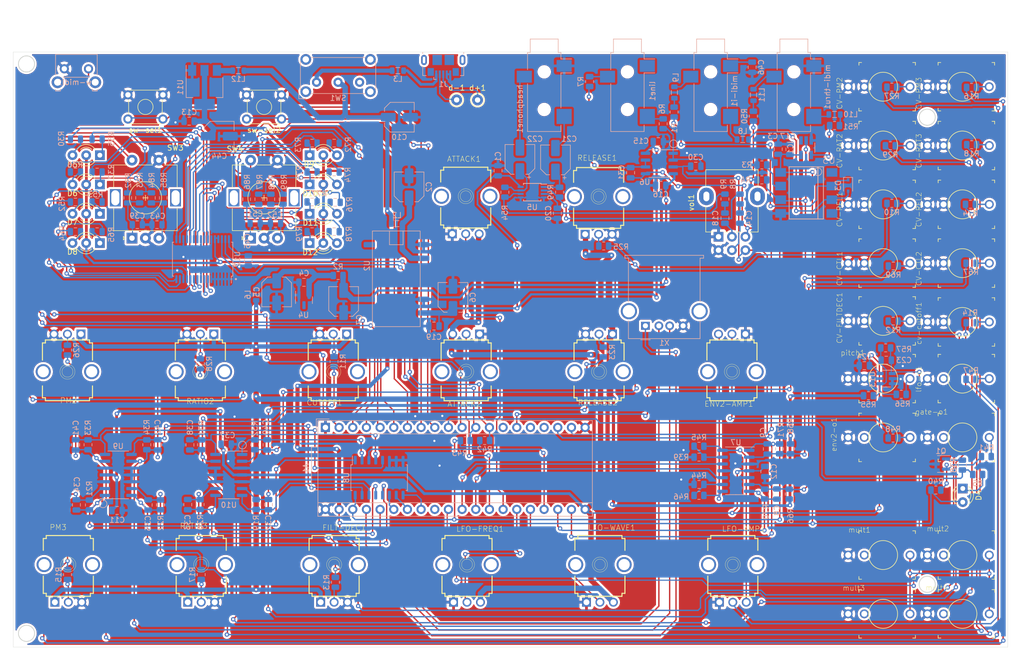
<source format=kicad_pcb>
(kicad_pcb (version 20211014) (generator pcbnew)
  (layers (0 "F.Cu" signal) (31 "B.Cu" signal) (34 "B.Paste" user) (35 "F.Paste" user) (36 "B.SilkS" user "B.Silkscreen") (37 "F.SilkS" user "F.Silkscreen") (38 "B.Mask" user) (39 "F.Mask" user) (44 "Edge.Cuts" user))
  (net 0 "")
  (net 1 "GND")
  (net 2 "+3.3V")
  (net 3 "D+")
  (net 4 "D-")
  (net 5 "A")
  (net 6 "B")
  (net 7 "C")
  (net 9 "voct")
  (net 10 "dac2")
  (net 11 "dac1")
  (net 12 "controls")
  (net 13 "CONTROL2_CV")
  (net 14 "CONTROL1_CV")
  (net 15 "+3.3VA")
  (net 16 "dac_right")
  (net 17 "dac_left")
  (net 20 "MIDI-RX")
  (net 22 "SDA")
  (net 23 "SCL")
  (net 24 "ctl1_sw")
  (net 25 "GATE")
  (net 26 "switch2_sw")
  (net 27 "switch1_sw")
  (net 28 "ctl2_sw")
  (net 29 "ctl2_enc_A")
  (net 30 "ctl2_enc_B")
  (net 31 "ctl1_enc_B")
  (net 32 "ctl1_enc_A")
  (net 33 "midi_sw")
  (net 34 "Net-(C2-Pad1)")
  (net 35 "Net-(C4-Pad1)")
  (net 36 "+12V")
  (net 37 "-12V")
  (net 38 "Net-(C8-Pad2)")
  (net 39 "Net-(C9-Pad2)")
  (net 40 "+3.3VP")
  (net 41 "Net-(C30-Pad1)")
  (net 42 "Net-(C31-Pad1)")
  (net 43 "cutoff")
  (net 44 "Net-(C32-Pad2)")
  (net 45 "CONTROL3")
  (net 46 "Net-(C33-Pad2)")
  (net 47 "PM2")
  (net 48 "RATIO2")
  (net 49 "Net-(C35-Pad2)")
  (net 50 "PM3")
  (net 51 "Net-(C38-Pad2)")
  (net 52 "Net-(C39-Pad2)")
  (net 53 "RELEASE1")
  (net 54 "Net-(C40-Pad2)")
  (net 55 "RATIO3")
  (net 56 "Net-(C41-Pad2)")
  (net 57 "RELEASE2")
  (net 58 "Net-(C42-Pad2)")
  (net 59 "Net-(C43-Pad2)")
  (net 60 "Net-(C51-Pad2)")
  (net 61 "Net-(C52-Pad2)")
  (net 62 "Net-(CUTOFF1-Pad2)")
  (net 63 "-10V")
  (net 64 "Net-(CV-CTL1-PadP$1_TIP)")
  (net 65 "Net-(CV-CTL2-PadP$1_TIP)")
  (net 66 "Net-(R14-Pad2)")
  (net 67 "Net-(CV-PM2-PadP$1_TIP)")
  (net 68 "Net-(CV-PM3-PadP$1_TIP)")
  (net 69 "Net-(CV-RAT2-PadP$1_TIP)")
  (net 70 "Net-(CV-RAT3-PadP$1_TIP)")
  (net 71 "Net-(CV-REL1-PadP$1_TIP)")
  (net 72 "Net-(CV-REL2-PadP$1_TIP)")
  (net 73 "Net-(D3-Pad1)")
  (net 74 "MIDI-RX5")
  (net 75 "Net-(D4-Pad1)")
  (net 76 "Net-(D5-Pad1)")
  (net 77 "Net-(D5-Pad3)")
  (net 78 "Net-(D6-Pad1)")
  (net 79 "Net-(D6-Pad3)")
  (net 80 "Net-(D7-Pad1)")
  (net 81 "Net-(D7-Pad3)")
  (net 82 "Net-(D8-Pad1)")
  (net 83 "Net-(D8-Pad3)")
  (net 84 "Net-(D9-Pad1)")
  (net 85 "Net-(D9-Pad3)")
  (net 86 "Net-(D10-Pad1)")
  (net 87 "Net-(D10-Pad3)")
  (net 88 "Net-(D11-Pad1)")
  (net 89 "Net-(D11-Pad3)")
  (net 90 "Net-(D12-Pad1)")
  (net 91 "Net-(D12-Pad3)")
  (net 93 "Net-(FILT-DEC1-Pad2)")
  (net 94 "Net-(ENV2-AMP1-Pad2)")
  (net 96 "MIDI-THRU")
  (net 97 "+5V")
  (net 98 "Net-(ENV2-AMP1-Pad3)")
  (net 99 "Net-(R41-Pad1)")
  (net 100 "Net-(L10-Pad1)")
  (net 101 "Net-(L10-Pad2)")
  (net 102 "Net-(L11-Pad1)")
  (net 103 "Net-(L11-Pad2)")
  (net 104 "Net-(L12-Pad1)")
  (net 106 "Net-(C34-Pad2)")
  (net 107 "Net-(C14-Pad1)")
  (net 109 "Net-(C14-Pad2)")
  (net 110 "Net-(C18-Pad1)")
  (net 112 "Net-(C18-Pad2)")
  (net 114 "Net-(C23-Pad2)")
  (net 115 "Net-(C46-Pad2)")
  (net 117 "Net-(C21-Pad2)")
  (net 118 "Net-(C22-Pad2)")
  (net 119 "Net-(L3-Pad1)")
  (net 120 "Net-(mult1-PadP$1_TIP)")
  (net 121 "Net-(PM2-Pad2)")
  (net 122 "Net-(PM3-Pad2)")
  (net 123 "Net-(Q1-Pad1)")
  (net 124 "Net-(Q1-Pad2)")
  (net 125 "MIDI-RX4")
  (net 126 "Net-(R3-Pad2)")
  (net 127 "Net-(L8-Pad2)")
  (net 128 "Net-(L9-Pad2)")
  (net 129 "Net-(LFO-AMP1-Pad2)")
  (net 130 "Net-(LFO-AMP1-Pad3)")
  (net 131 "Net-(CV-FILTDEC1-PadP$1_TIP)")
  (net 132 "Net-(R17-Pad2)")
  (net 133 "Net-(R23-Pad2)")
  (net 134 "Net-(R25-Pad2)")
  (net 135 "Net-(R28-Pad2)")
  (net 136 "led1_g")
  (net 137 "led1_r")
  (net 138 "led2_g")
  (net 139 "led2_r")
  (net 140 "Net-(R39-Pad1)")
  (net 141 "Net-(R44-Pad1)")
  (net 142 "Net-(R6-Pad1)")
  (net 143 "Net-(R7-Pad1)")
  (net 144 "Net-(R47-Pad1)")
  (net 145 "led3_g")
  (net 146 "led3_r")
  (net 147 "led4_g")
  (net 148 "led4_r")
  (net 149 "led5_g")
  (net 150 "led5_r")
  (net 151 "led6_g")
  (net 152 "led6_r")
  (net 153 "led7_g")
  (net 154 "led7_r")
  (net 155 "led8_g")
  (net 156 "led8_r")
  (net 160 "Net-(C20-Pad1)")
  (net 161 "Net-(C21-Pad1)")
  (net 162 "Net-(C22-Pad1)")
  (net 163 "ATTACK1")
  (net 164 "ATTACK2")
  (net 165 "Net-(R49-Pad2)")
  (net 166 "Net-(R48-Pad1)")
  (net 168 "LFO-FREQ")
  (net 169 "LFO-WAVE")
  (net 170 "Net-(J1-Pad2)")
  (net 171 "Net-(J1-Pad3)")
  (net 172 "Net-(R54-Pad2)")
  (net 173 "Net-(R56-Pad1)")
  (net 174 "Net-(J1-Pad1)")
  (footprint "vestursynthesis:WQP-PJ301M-12_JACK" (layer "F.Cu") (at 261.537251 49.214876 -90)
    (fp_text reference "CV-PM3")
    (fp_text value "THONKICONNNEW" hide)
  )
  (footprint "vestursynthesis:WQP-PJ301M-12_JACK" (layer "F.Cu") (at 261.55 82.02636 -90)
    (fp_text reference "CV-CTL2")
    (fp_text value "THONKICONNNEW" hide)
  )
  (footprint "VesturSynthesis:WQP-PJ301M-12_JACK" (layer "F.Cu") (at 246.818 136.31284 -90)
    (fp_text reference "mult1")
    (fp_text value "THONKICONNNEW" hide)
  )
  (footprint "VesturSynthesis:9MM_SNAP-IN_POT" (layer "F.Cu") (at 144.79434 138.0883)
    (fp_text reference "FILT-DEC1")
    (fp_text value "50k-lin")
  )
  (footprint "VesturSynthesis:9MM_SNAP-IN_POT" (layer "F.Cu") (at 95.4 138.0883)
    (fp_text reference "PM3")
    (fp_text value "50k-lin")
  )
  (footprint "VesturSynthesis:WQP-PJ301M-12_JACK" (layer "F.Cu") (at 261.55 147.25 -90)
    (fp_text reference "mult4")
    (fp_text value "THONKICONNNEW" hide)
  )
  (footprint "VesturSynthesis:WQP-PJ301M-12_JACK" (layer "F.Cu") (at 246.818 103.501356 -90)
    (fp_text reference "pitch1")
    (fp_text value "THONKICONNNEW" hide)
  )
  (footprint "LED_THT:LED_D3.0mm-3" (layer "F.Cu") (at 140.243833 72.85)
    (fp_text reference "D11")
    (fp_text value "LED_Dual_KAK")
  )
  (footprint "LED_THT:LED_D3.0mm-3" (layer "F.Cu") (at 140.243833 61.95)
    (fp_text reference "D9")
    (fp_text value "LED_Dual_KAK")
  )
  (footprint "LED_THT:LED_D3.0mm-3" (layer "F.Cu") (at 140.243833 67.4)
    (fp_text reference "D10")
    (fp_text value "LED_Dual_KAK")
  )
  (footprint "VesturSynthesis:9MM_SNAP-IN_POT" (layer "F.Cu") (at 218.885852 138.0883)
    (fp_text reference "LFO-AMP1")
    (fp_text value "50k-lin")
  )
  (footprint "Button_Switch_THT:SW_TH_Tactile_Omron_B3F-10xx" (layer "F.Cu") (at 112.980033 55.225 180)
    (fp_text reference "sw-sel1")
    (fp_text value "SW_MEC_5G")
  )
  (footprint "vestursynthesis:WQP-PJ301M-12_JACK" (layer "F.Cu") (at 246.818 82.02636 -90)
    (fp_text reference "CV-CTL1")
    (fp_text value "THONKICONNNEW" hide)
  )
  (footprint "Potentiometer_THT:Potentiometer_Alpha_RD902F-40-00D_Dual_Vertical" (layer "F.Cu") (at 216.225 77.119 90)
    (fp_text reference "vol1")
    (fp_text value "R_Potentiometer_Dual")
  )
  (footprint "VesturSynthesis:9MM_SNAP-IN_POT" (layer "F.Cu") (at 193.947172 69.65)
    (fp_text reference "RELEASE1")
    (fp_text value "50k-lin")
  )
  (footprint "Rotary_Encoder:RotaryEncoder_Alps_EC11E-Switch_Vertical_H20mm" (layer "F.Cu") (at 129.272566 77.375 90)
    (fp_text reference "SW4")
    (fp_text value "ctl2")
  )
  (footprint "LED_THT:LED_D3.0mm-3" (layer "F.Cu") (at 140.243833 78.3)
    (fp_text reference "D12")
    (fp_text value "LED_Dual_KAK")
  )
  (footprint "VesturSynthesis:9MM_SNAP-IN_POT" (layer "F.Cu") (at 169.330658 102.2133 180)
    (fp_text reference "ATTACK2")
    (fp_text value "50k-lin")
  )
  (footprint "Connector_Pin:Pin_D1.0mm_L10.0mm" (layer "F.Cu") (at 171.45 51.689 180)
    (fp_text reference "d+1")
    (fp_text value "TestPoint")
  )
  (footprint "LED_THT:LED_D3.0mm_FlatTop" (layer "F.Cu") (at 261.62 123.937 -90)
    (fp_text reference "D4")
    (fp_text value "LED")
  )
  (footprint "VesturSynthesis:WQP-PJ301M-12_JACK" (layer "F.Cu") (at 261.537251 103.501356 -90)
    (fp_text reference "lfo-o1")
    (fp_text value "THONKICONNNEW" hide)
  )
  (footprint "VesturSynthesis:WQP-PJ301M-12_JACK" (layer "F.Cu") (at 261.55 114.43852 -90)
    (fp_text reference "gate-o1")
    (fp_text value "THONKICONNNEW" hide)
  )
  (footprint "VesturSynthesis:9MM_SNAP-IN_POT" (layer "F.Cu") (at 169.49151 138.0883)
    (fp_text reference "LFO-FREQ1")
    (fp_text value "50k-lin")
  )
  (footprint "VesturSynthesis:9MM_SNAP-IN_POT" (layer "F.Cu") (at 194.18868 138.0883)
    (fp_text reference "LFO-WAVE1")
    (fp_text value "50k-lin")
  )
  (footprint "vestursynthesis:WQP-PJ301M-12_JACK" (layer "F.Cu") (at 246.818 92.763858 -90)
    (fp_text reference "CV-FILTDEC1")
    (fp_text value "THONKICONNNEW" hide)
  )
  (footprint "Connector_Pin:Pin_D1.0mm_L10.0mm" (layer "F.Cu") (at 167.5638 51.6636 180)
    (fp_text reference "d-1")
    (fp_text value "TestPoint")
  )
  (footprint "VesturSynthesis:WQP-PJ301M-12_JACK" (layer "F.Cu") (at 246.818 147.25 -90)
    (fp_text reference "mult3")
    (fp_text value "THONKICONNNEW" hide)
  )
  (footprint "vestursynthesis:WQP-PJ301M-12_JACK" (layer "F.Cu") (at 261.55 92.96352 -90)
    (fp_text reference "cv-cutoff1")
    (fp_text value "THONKICONNNEW" hide)
  )
  (footprint "vestursynthesis:WQP-PJ301M-12_JACK" (layer "F.Cu") (at 246.818 71.0892 -90)
    (fp_text reference "CV-REL1")
    (fp_text value "THONKICONNNEW" hide)
  )
  (footprint "LED_THT:LED_D3.0mm-3" (layer "F.Cu") (at 101.258766 72.85 180)
    (fp_text reference "D7")
    (fp_text value "LED_Dual_KAK")
  )
  (footprint "VesturSynthesis:WQP-PJ301M-12_JACK" (layer "F.Cu") (at 246.818 114.43852 -90)
    (fp_text reference "env2-o1")
    (fp_text value "THONKICONNNEW" hide)
  )
  (footprint "VesturSynthesis:9MM_SNAP-IN_POT" (layer "F.Cu") (at 119.936318 102.2133 180)
    (fp_text reference "RATIO2")
    (fp_text value "50k-lin")
  )
  (footprint "LED_THT:LED_D3.0mm-3" (layer "F.Cu") (at 101.258766 61.95 180)
    (fp_text reference "D5")
    (fp_text value "LED_Dual_KAK")
  )
  (footprint "VesturSynthesis:9MM_SNAP-IN_POT" (layer "F.Cu") (at 194.027828 102.2133 180)
    (fp_text reference "RELEASE2")
    (fp_text value "50k-lin")
  )
  (footprint "VesturSynthesis:WQP-PJ301M-12_JACK" (layer "F.Cu") (at 261.55 136.31284 -90)
    (fp_text reference "mult2")
    (fp_text value "THONKICONNNEW" hide)
  )
  (footprint "vestursynthesis:WQP-PJ301M-12_JACK" (layer "F.Cu") (at 246.818 49.214876 -90)
    (fp_text reference "CV-PM2")
    (fp_text value "THONKICONNNEW" hide)
  )
  (footprint "VesturSynthesis:9MM_SNAP-IN_POT" (layer "F.Cu") (at 144.633488 102.2133 180)
    (fp_text reference "CUTOFF1")
    (fp_text value "50k-lin")
  )
  (footprint "VesturSynthesis:9MM_SNAP-IN_POT" (layer "F.Cu") (at 120.09717 138.0883)
    (fp_text reference "RATIO3")
    (fp_text value "50k-lin")
  )
  (footprint "vestursynthesis:WQP-PJ301M-12_JACK" (layer "F.Cu") (at 261.55 71.0892 -90)
    (fp_text reference "CV-REL2")
    (fp_text value "THONKICONNNEW" hide)
  )
  (footprint "Button_Switch_THT:SW_TH_Tactile_Omron_B3F-10xx" (layer "F.Cu") (at 135.022566 55.225 180)
    (fp_text reference "sw-sel2")
    (fp_text value "SW_MEC_5G")
  )
  (footprint "vestursynthesis:WQP-PJ301M-12_JACK" (layer "F.Cu") (at 246.818 60.15204 -90)
    (fp_text reference "CV-RAT2")
    (fp_text value "THONKICONNNEW" hide)
  )
  (footprint "VesturSynthesis:9MM_SNAP-IN_POT" (layer "F.Cu") (at 218.725 102.2133 180)
    (fp_text reference "ENV2-AMP1")
    (fp_text value "50k-lin")
  )
  (footprint "VesturSynthesis:9MM_SNAP-IN_POT" (layer "F.Cu") (at 95.239148 102.2133 180)
    (fp_text reference "PM2")
    (fp_text value "50k-lin")
  )
  (footprint "vestursynthesis:WQP-PJ301M-12_JACK" (layer "F.Cu") (at 261.55 60.15204 -90)
    (fp_text reference "CV-RAT3")
    (fp_text value "THONKICONNNEW" hide)
  )
  (footprint "LED_THT:LED_D3.0mm-3" (layer "F.Cu") (at 101.258766 78.3 180)
    (fp_text reference "D8")
    (fp_text value "LED_Dual_KAK")
  )
  (footprint "Rotary_Encoder:RotaryEncoder_Alps_EC11E-Switch_Vertical_H20mm" (layer "F.Cu") (at 107.230033 77.375 90)
    (fp_text reference "SW3")
    (fp_text value "ctl1")
  )
  (footprint "VesturSynthesis:9MM_SNAP-IN_POT" (layer "F.Cu") (at 169.25 69.5865)
    (fp_text reference "ATTACK1")
    (fp_text value "50k-lin")
  )
  (footprint "LED_THT:LED_D3.0mm-3" (layer "F.Cu") (at 101.258766 67.4 180)
    (fp_text reference "D6")
    (fp_text value "LED_Dual_KAK")
  )
  (footprint "Resistor_SMD:R_0805_2012Metric" (layer "B.Cu") (at 144.8 59.7)
    (fp_text reference "R72")
    (fp_text value "100")
  )
  (footprint "Resistor_SMD:R_0805_2012Metric" (layer "B.Cu") (at 99.06 115.804 -90)
    (fp_text reference "R33")
    (fp_text value "66.5k")
  )
  (footprint "Capacitor_SMD:C_0805_2012Metric" (layer "B.Cu") (at 96.902 126.98 90)
    (fp_text reference "C34")
    (fp_text value "1n")
  )
  (footprint "Button_Switch_THT:SW_Tactile_SKHH_Angled" (layer "B.Cu") (at 99.151 45.883 180)
    (fp_text reference "sw-midi1")
    (fp_text value "SW_Push")
  )
  (footprint "Capacitor_SMD:C_0805_2012Metric" (layer "B.Cu") (at 222.4786 45.593 90)
    (fp_text reference "C46")
    (fp_text value "100n")
  )
  (footprint "Inductor_SMD:L_0805_2012Metric" (layer "B.Cu") (at 156.6418 46.228)
    (fp_text reference "L3")
    (fp_text value "2.2u")
  )
  (footprint "Resistor_SMD:R_0805_2012Metric" (layer "B.Cu") (at 113.0375 69.8875 -90)
    (fp_text reference "R85")
    (fp_text value "10k")
  )
  (footprint "Resistor_SMD:R_0805_2012Metric" (layer "B.Cu") (at 96.725 70.65 180)
    (fp_text reference "R52")
    (fp_text value "100")
  )
  (footprint "Capacitor_SMD:CP_Elec_5x5.8" (layer "B.Cu") (at 179.324 62.738 90)
    (fp_text reference "C22")
    (fp_text value "220u")
  )
  (footprint "Capacitor_SMD:C_0805_2012Metric" (layer "B.Cu") (at 133.9 74.625)
    (fp_text reference "C52")
    (fp_text value "100n")
  )
  (footprint "Resistor_SMD:R_0805_2012Metric" (layer "B.Cu") (at 110.8375 69.8875 90)
    (fp_text reference "R84")
    (fp_text value "10k")
  )
  (footprint "Capacitor_SMD:C_Elec_5x5.8" (layer "B.Cu") (at 158.7246 67.8434 90)
    (fp_text reference "C2")
    (fp_text value "22u")
  )
  (footprint "Capacitor_SMD:C_0805_2012Metric" (layer "B.Cu") (at 186.2836 72.7558 -90)
    (fp_text reference "C20")
    (fp_text value "100n")
  )
  (footprint "Resistor_SMD:R_0805_2012Metric" (layer "B.Cu") (at 100.75 76.175)
    (fp_text reference "R65")
    (fp_text value "100")
  )
  (footprint "Package_TO_SOT_SMD:SOT-23" (layer "B.Cu") (at 257.556 119.38 180)
    (fp_text reference "Q1")
    (fp_text value "BC847")
  )
  (footprint "Capacitor_SMD:C_0805_2012Metric" (layer "B.Cu") (at 229.489 60.8584 90)
    (fp_text reference "C17")
    (fp_text value "100n")
  )
  (footprint "Package_SO:SOIC-16_4.55x10.3mm_P1.27mm" (layer "B.Cu") (at 153.162 121.92 -90)
    (fp_text reference "U8")
    (fp_text value "74HC4051D")
  )
  (footprint "Resistor_SMD:R_0805_2012Metric" (layer "B.Cu") (at 222.7072 54.6862 -90)
    (fp_text reference "R50")
    (fp_text value "33")
  )
  (footprint "Connector_Audio:Jack_3.5mm_CUI_SJ-3523-SMT_Horizontal" (layer "B.Cu") (at 199.303333 48.95 180)
    (fp_text reference "line1")
    (fp_text value "AudioJack3")
  )
  (footprint "Resistor_SMD:R_0805_2012Metric" (layer "B.Cu") (at 96.725 76.175 180)
    (fp_text reference "R64")
    (fp_text value "100")
  )
  (footprint "Resistor_SMD:R_0805_2012Metric" (layer "B.Cu") (at 256.6162 124.2314 180)
    (fp_text reference "R40")
    (fp_text value "10k")
  )
  (footprint "Inductor_SMD:L_0805_2012Metric" (layer "B.Cu") (at 156.464 74.676 180)
    (fp_text reference "L2")
    (fp_text value "2.2u")
  )
  (footprint "Resistor_SMD:R_0805_2012Metric" (layer "B.Cu") (at 261.5438 119.5832 -90)
    (fp_text reference "R38")
    (fp_text value "1k")
  )
  (footprint "Resistor_SMD:R_0805_2012Metric" (layer "B.Cu") (at 224.79 124.968 90)
    (fp_text reference "R70")
    (fp_text value "66.5k")
  )
  (footprint "Resistor_SMD:R_0805_2012Metric" (layer "B.Cu") (at 140.7 59.7)
    (fp_text reference "R73")
    (fp_text value "100")
  )
  (footprint "Capacitor_SMD:CP_Elec_5x5.8" (layer "B.Cu") (at 185.928 62.824 90)
    (fp_text reference "C21")
    (fp_text value "220u")
  )
  (footprint "Capacitor_SMD:C_0805_2012Metric" (layer "B.Cu") (at 117.602 126.934 90)
    (fp_text reference "C33")
    (fp_text value "1n")
  )
  (footprint "Resistor_SMD:R_0805_2012Metric" (layer "B.Cu") (at 212.598 125.222 180)
    (fp_text reference "R46")
    (fp_text value "100k")
  )
  (footprint "Resistor_SMD:R_0805_2012Metric" (layer "B.Cu") (at 176.53 68.834 -90)
    (fp_text reference "R54")
    (fp_text value "33k")
  )
  (footprint "Resistor_SMD:R_0805_2012Metric" (layer "B.Cu") (at 205.9432 56.1086 -90)
    (fp_text reference "R6")
    (fp_text value "1k")
  )
  (footprint "Connector_USB:USB_A_Molex_67643_Horizontal" (layer "B.Cu") (at 202.6464 93.6758)
    (fp_text reference "X1")
    (fp_text value "KUSBVX")
  )
  (footprint "Package_TO_SOT_SMD:SOT-23-5" (layer "B.Cu") (at 247.396 103.501356 180)
    (fp_text reference "U13")
    (fp_text value "MCP6001-OT")
  )
  (footprint "Resistor_SMD:R_0805_2012Metric" (layer "B.Cu") (at 99.314 127 90)
    (fp_text reference "R21")
    (fp_text value "66.5k")
  )
  (footprint "Diode_SMD:D_SOD-323" (layer "B.Cu") (at 240.3094 67.5894 -90)
    (fp_text reference "D3")
    (fp_text value "1N4148")
  )
  (footprint "vestursynthesis:PESE1" (layer "B.Cu") (at 156.35 83.67 -90)
    (fp_text reference "U2")
    (fp_text value " PESE1-S5-D12-M-TR ")
  )
  (footprint "vestursynthesis:DIL8-SMD" (layer "B.Cu") (at 232.537 68.961 -90)
    (fp_text reference "U3")
    (fp_text value "6N138")
  )
  (footprint "Package_TO_SOT_SMD:SOT-223-3_TabPin2" (layer "B.Cu") (at 120.71 49.33 -90)
    (fp_text reference "U11")
    (fp_text value "NCP1117-3.3_SOT223")
  )
  (footprint "Capacitor_SMD:C_0805_2012Metric" (layer "B.Cu") (at 130.125 74.625 180)
    (fp_text reference "C51")
    (fp_text value "100n")
  )
  (footprint "Resistor_SMD:R_0805_2012Metric" (layer "B.Cu") (at 119.936318 100.7345 90)
    (fp_text reference "R28")
    (fp_text value "200k")
  )
  (footprint "Resistor_SMD:R_0805_2012Metric" (layer "B.Cu") (at 95.25 139.954 -90)
    (fp_text reference "R15")
    (fp_text value "200k")
  )
  (footprint "Inductor_SMD:L_0805_2012Metric" (layer "B.Cu") (at 130.302 87.884 -90)
    (fp_text reference "L6")
    (fp_text value "33u")
  )
  (footprint "Resistor_SMD:R_0805_2012Metric" (layer "B.Cu") (at 144.8 65.075)
    (fp_text reference "R74")
    (fp_text value "100")
  )
  (footprint "Resistor_SMD:R_0805_2012Metric" (layer "B.Cu") (at 248.4374 70.9168)
    (fp_text reference "R10")
    (fp_text value "100k")
  )
  (footprint "Resistor_SMD:R_0805_2012Metric" (layer "B.Cu") (at 220.218 70.104 -90)
    (fp_text reference "R8")
    (fp_text value "22k")
  )
  (footprint "Capacitor_SMD:C_Elec_5x5.8" (layer "B.Cu") (at 134.112 87.376 -90)
    (fp_text reference "C5")
    (fp_text value "100u")
  )
  (footprint "Resistor_SMD:R_0805_2012Metric" (layer "B.Cu") (at 144.994338 70.71922)
    (fp_text reference "R76")
    (fp_text value "100")
  )
  (footprint "Resistor_SMD:R_0805_2012Metric" (layer "B.Cu") (at 120.09717 139.954 -90)
    (fp_text reference "R17")
    (fp_text value "200k")
  )
  (footprint "Resistor_SMD:R_0805_2012Metric" (layer "B.Cu") (at 248.666 114.554 180)
    (fp_text reference "R48")
    (fp_text value "100")
  )
  (footprint "Capacitor_SMD:C_0805_2012Metric" (layer "B.Cu") (at 220.218 73.66 90)
    (fp_text reference "C14")
    (fp_text value "470n")
  )
  (footprint "Resistor_SMD:R_0805_2012Metric" (layer "B.Cu") (at 172.7708 115.0112)
    (fp_text reference "R42")
    (fp_text value "10k")
  )
  (footprint "Package_TO_SOT_SMD:SOT-23" (layer "B.Cu") (at 139.192 88.9 -90)
    (fp_text reference "U4")
    (fp_text value "LM4040DBZ-10")
  )
  (footprint "Package_SO:SOIC-14_3.9x8.7mm_P1.27mm" (layer "B.Cu") (at 125.222 121.412 180)
    (fp_text reference "U10")
    (fp_text value "MCP6004")
  )
  (footprint "Resistor_SMD:R_0805_2012Metric" (layer "B.Cu") (at 109.982 115.804 -90)
    (fp_text reference "R34")
    (fp_text value "66.5k")
  )
  (footprint "Capacitor_SMD:C_Elec_5x5.8" (layer "B.Cu") (at 166.878 88.392 90)
    (fp_text reference "C6")
    (fp_text value "22u")
  )
  (footprint "Resistor_SMD:R_0805_2012Metric" (layer "B.Cu") (at 108.6375 69.8875 90)
    (fp_text reference "R83")
    (fp_text value "10k")
  )
  (footprint "Resistor_SMD:R_0805_2012Metric" (layer "B.Cu") (at 250.19 106.426 180)
    (fp_text reference "R56")
    (fp_text value "100k 1%")
  )
  (footprint "Package_TO_SOT_SMD:SOT-23-5_HandSoldering" (layer "B.Cu") (at 232.5116 60.5536 -90)
    (fp_text reference "IC1")
    (fp_text value "741G17DBV")
  )
  (footprint "Resistor_SMD:R_0805_2012Metric" (layer "B.Cu") (at 263.2456 49.3522)
    (fp_text reference "R16")
    (fp_text value "100k")
  )
  (footprint "Inductor_SMD:L_0805_2012Metric" (layer "B.Cu") (at 222.7326 50.7492 90)
    (fp_text reference "L11")
    (fp_text value "BLM21AG102SN1D")
  )
  (footprint "Resistor_SMD:R_0805_2012Metric" (layer "B.Cu") (at 224.282 63.754)
    (fp_text reference "R3")
    (fp_text value "1k")
  )
  (footprint "Resistor_SMD:R_0805_2012Metric" (layer "B.Cu") (at 248.7191 82.55)
    (fp_text reference "R69")
    (fp_text value "100k")
  )
  (footprint "Resistor_SMD:R_0805_2012Metric" (layer "B.Cu") (at 229.616 116.566 90)
    (fp_text reference "R68")
    (fp_text value "200k")
  )
  (footprint "Resistor_SMD:R_0805_2012Metric" (layer "B.Cu") (at 212.598 116.078 180)
    (fp_text reference "R45")
    (fp_text value "100k")
  )
  (footprint "Resistor_SMD:R_0805_2012Metric" (layer "B.Cu") (at 135.2875 70.1375 -90)
    (fp_text reference "R89")
    (fp_text value "10k")
  )
  (footprint "Resistor_SMD:R_0805_2012Metric" (layer "B.Cu") (at 119.888 126.914 90)
    (fp_text reference "R20")
    (fp_text value "66.5k")
  )
  (footprint "Resistor_SMD:R_0805_2012Metric" (layer "B.Cu") (at 194.8942 78.8416 180)
    (fp_text reference "R25")
    (fp_text value "200k")
  )
  (footprint "Inductor_SMD:L_0805_2012Metric" (layer "B.Cu") (at 127 46.228)
    (fp_text reference "L12")
    (fp_text value "2.2u")
  )
  (footprint "Resistor_SMD:R_0805_2012Metric" (layer "B.Cu") (at 263.271 59.9948)
    (fp_text reference "R18")
    (fp_text value "100k")
  )
  (footprint "Resistor_SMD:R_0805_2012Metric" (layer "B.Cu") (at 140.7 65.075)
    (fp_text reference "R75")
    (fp_text value "100")
  )
  (footprint "Resistor_SMD:R_0805_2012Metric" (layer "B.Cu") (at 120.142 115.804 -90)
    (fp_text reference "R31")
    (fp_text value "66.5k")
  )
  (footprint "Capacitor_SMD:C_0805_2012Metric" (layer "B.Cu") (at 175.26 64.836 90)
    (fp_text reference "C1")
    (fp_text value "100n")
  )
  (footprint "Resistor_SMD:R_0805_2012Metric" (layer "B.Cu") (at 237.7948 56.4388 180)
    (fp_text reference "R51")
    (fp_text value "10")
  )
  (footprint "Capacitor_SMD:C_0805_2012Metric" (layer "B.Cu") (at 205.486 67.564)
    (fp_text reference "C16")
    (fp_text value "100n")
  )
  (footprint "Resistor_SMD:R_0805_2012Metric" (layer "B.Cu") (at 263.144 82.042)
    (fp_text reference "R67")
    (fp_text value "100k")
  )
  (footprint "Resistor_SMD:R_0805_2012Metric" (layer "B.Cu") (at 217.424 70.104 -90)
    (fp_text reference "R9")
    (fp_text value "22k")
  )
  (footprint "Resistor_SMD:R_0805_2012Metric" (layer "B.Cu") (at 144.78 100.33 90)
    (fp_text reference "R11")
    (fp_text value "200k")
  )
  (footprint "Package_SO:TSSOP-8_3x3mm_P0.65mm" (layer "B.Cu") (at 181.61 68.834 180)
    (fp_text reference "U5")
    (fp_text value "LM4810")
  )
  (footprint "Inductor_SMD:L_0805_2012Metric" (layer "B.Cu") (at 220.7303 59.0296 180)
    (fp_text reference "L8")
    (fp_text value "BLM21AG102SN1D")
  )
  (footprint "Capacitor_SMD:C_Elec_5x5.8" (layer "B.Cu") (at 123.444 58.42)
    (fp_text reference "C44")
    (fp_text value "100u")
  )
  (footprint "Capacitor_SMD:C_0805_2012Metric" (layer "B.Cu") (at 118 115.824 -90)
    (fp_text reference "C38")
    (fp_text value "1n")
  )
  (footprint "Resistor_SMD:R_0805_2012Metric" (layer "B.Cu") (at 212.598 118.11 180)
    (fp_text reference "R39")
    (fp_text value "200k")
  )
  (footprint "Capacitor_SMD:C_0805_2012Metric" (layer "B.Cu") (at 124.7394 115.697 180)
    (fp_text reference "C37")
    (fp_text value "100n")
  )
  (footprint "Resistor_SMD:R_0805_2012Metric" (layer "B.Cu") (at 248.4355 49.3014)
    (fp_text reference "R27")
    (fp_text value "100k")
  )
  (footprint "Resistor_SMD:R_0805_2012Metric" (layer "B.Cu") (at 130.048 115.804 -90)
    (fp_text reference "R32")
    (fp_text value "66.5k")
  )
  (footprint "Resistor_SMD:R_0805_2012Metric" (layer "B.Cu") (at 227.584 116.566 -90)
    (fp_text reference "R71")
    (fp_text value "66.5k")
  )
  (footprint "Resistor_SMD:R_0805_2012Metric" (layer "B.Cu") (at 144.8 76.175)
    (fp_text reference "R78")
    (fp_text value "100")
  )
  (footprint "Connector_Audio:Jack_3.5mm_CUI_SJ-3523-SMT_Horizontal" (layer "B.Cu") (at 183.84 48.95 180)
    (fp_text reference "headphone1")
    (fp_text value "AudioJack3")
  )
  (footprint "Resistor_SMD:R_0805_2012Metric" (layer "B.Cu") (at 169.164 115.0366 180)
    (fp_text reference "R43")
    (fp_text value "10k")
  )
  (footprint "Package_SO:SO-8_3.9x4.9mm_P1.27mm" (layer "B.Cu") (at 205.232 63.5 180)
    (fp_text reference "U6")
    (fp_text value "TL072")
  )
  (footprint "Capacitor_SMD:C_0805_2012Metric" (layer "B.Cu") (at 96.774 115.824 -90)
    (fp_text reference "C41")
    (fp_text value "1n")
  )
  (footprint "Connector_USB:USB_Micro-B_GCT_USB3076-30-A" (layer "B.Cu") (at 165.0746 45.4406)
    (fp_text reference "J1")
    (fp_text value "USB_B")
  )
  (footprint "Capacitor_SMD:C_0805_2012Metric" (layer "B.Cu") (at 217.424 73.66 90)
    (fp_text reference "C18")
    (fp_text value "470n")
  )
  (footprint "Inductor_SMD:L_0805_2012Metric" (layer "B.Cu") (at 208.026 50.292 90)
    (fp_text reference "L9")
    (fp_text value "BLM21AG102SN1D")
  )
  (footprint "Resistor_SMD:R_0805_2012Metric" (layer "B.Cu") (at 186.69 68.834 -90)
    (fp_text reference "R49")
    (fp_text value "33k")
  )
  (footprint "Resistor_SMD:R_0805_2012Metric" (layer "B.Cu") (at 100.75 70.65)
    (fp_text reference "R53")
    (fp_text value "100")
  )
  (footprint "Resistor_SMD:R_0805_2012Metric" (layer "B.Cu") (at 247.2925 97.79)
    (fp_text reference "R57")
    (fp_text value "33k 1%")
  )
  (footprint "Package_SO:TSSOP-32_6.1x11mm_P0.65mm" (layer "B.Cu") (at 120.356338 81.28562 90)
    (fp_text reference "U12")
    (fp_text value "PCA9622")
  )
  (footprint "Inductor_SMD:L_0805_2012Metric" (layer "B.Cu") (at 237.7948 54.3814 180)
    (fp_text reference "L10")
    (fp_text value "BLM21AG102SN1D")
  )
  (footprint "Resistor_SMD:R_0805_2012Metric" (layer "B.Cu") (at 96.725 58.975 180)
    (fp_text reference "R30")
    (fp_text value "100")
  )
  (footprint "Capacitor_SMD:C_0805_2012Metric" (layer "B.Cu") (at 132.334 115.824 -90)
    (fp_text reference "C40")
    (fp_text value "1n")
  )
  (footprint "Capacitor_SMD:C_0805_2012Metric" (layer "B.Cu") (at 111.875 74.875)
    (fp_text reference "C43")
    (fp_text value "100n")
  )
  (footprint "Capacitor_SMD:C_0805_2012Metric" (layer "B.Cu") (at 163.3474 93.726 180)
    (fp_text reference "C19")
    (fp_text value "100n")
  )
  (footprint "Resistor_SMD:R_0805_2012Metric" (layer "B.Cu") (at 95.25 98.1945 90)
    (fp_text reference "R26")
    (fp_text value "200k")
  )
  (footprint "Resistor_SMD:R_0805_2012Metric" (layer "B.Cu") (at 133.0375 70.1375 90)
    (fp_text reference "R88")
    (fp_text value "10k")
  )
  (footprint "Resistor_SMD:R_0805_2012Metric" (layer "B.Cu") (at 263.1717 93.1164)
    (fp_text reference "R14")
    (fp_text value "100k")
  )
  (footprint "Capacitor_SMD:C_0805_2012Metric" (layer "B.Cu") (at 110.236 127 90)
    (fp_text reference "C35")
    (fp_text value "1n")
  )
  (footprint "Capacitor_SMD:C_Elec_5x5.8" (layer "B.Cu") (at 146.558 89.154 90)
    (fp_text reference "C7")
    (fp_text value "22u")
  )
  (footprint "Capacitor_SMD:C_0805_2012Metric" (layer "B.Cu") (at 199.898 65.212 -90)
    (fp_text reference "C31")
    (fp_text value "100p")
  )
  (footprint "Resistor_SMD:R_0805_2012Metric" (layer "B.Cu") (at 266 118 180)
    (fp_text reference "R41")
    (fp_text value "1k")
  )
  (footprint "Resistor_SMD:R_0805_2012Metric" (layer "B.Cu") (at 248.158 60.198)
    (fp_text reference "R29")
    (fp_text value "100k")
  )
  (footprint "Button_Switch_THT:SW_E-Switch_EG1224_SPDT_Angled" (layer "B.Cu") (at 141.5288 48.387)
    (fp_text reference "SW1")
    (fp_text value "SW_SPST")
  )
  (footprint "Resistor_SMD:R_0805_2012Metric" (layer "B.Cu") (at 140.7 76.175)
    (fp_text reference "R79")
    (fp_text value "100")
  )
  (footprint "Resistor_SMD:R_0805_2012Metric" (layer "B.Cu") (at 244.094 106.68)
    (fp_text reference "R55")
    (fp_text value "140k 1%")
  )
  (footprint "Resistor_SMD:R_0805_2012Metric" (layer "B.Cu") (at 145.034 141.3745 -90)
    (fp_text reference "R13")
    (fp_text value "200k")
  )
  (footprint "Resistor_SMD:R_0805_2012Metric" (layer "B.Cu") (at 248.6937 92.8116)
    (fp_text reference "R12")
    (fp_text value "100k")
  )
  (footprint "Resistor_SMD:R_0805_2012Metric" (layer "B.Cu") (at 192.278 48.26 -90)
    (fp_text reference "R7")
    (fp_text value "1k")
  )
  (footprint "Resistor_SMD:R_0805_2012Metric" (layer "B.Cu") (at 263.0405 71.0892)
    (fp_text reference "R24")
    (fp_text value "100k")
  )
  (footprint "Resistor_SMD:R_0805_2012Metric" (layer "B.Cu") (at 224.282 66.548 180)
    (fp_text reference "R4")
    (fp_text value "470")
  )
  (footprint "Package_SO:SOIC-14_3.9x8.7mm_P1.27mm" (layer "B.Cu") (at 104.674 121.412)
    (fp_text reference "U9")
    (fp_text value "MCP6004")
  )
  (footprint "Resistor_SMD:R_0805_2012Metric" (layer "B.Cu") (at 264.3886 121.3358)
    (fp_text reference "R5")
    (fp_text value "1k")
  )
  (footprint "Capacitor_SMD:C_0805_2012Metric" (layer "B.Cu") (at 117.856 55.626 180)
    (fp_text reference "C13")
    (fp_text value "100n")
  )
  (footprint "Capacitor_SMD:C_0805_2012Metric" (layer "B.Cu") (at 128.839938 81.59042 -90)
    (fp_text reference "C45")
    (fp_text value "100n")
  )
  (footprint "Device_Audio_Electrosmith_Daisy_Seed:Device_Audio_Electrosmith_Daisy_Seed" (layer "B.Cu") (at 143.18 112.5825 -90)
    (fp_text reference "A1")
    (fp_text value "Device_Audio_Electrosmith_Daisy_Seed_Rev4")
  )
  (footprint "Resistor_SMD:R_0805_2012Metric" (layer "B.Cu") (at 263.144 103.632 180)
    (fp_text reference "R47")
    (fp_text value "100")
  )
  (footprint "Capacitor_SMD:C_0805_2012Metric" (layer "B.Cu") (at 112.014 115.824 -90)
    (fp_text reference "C42")
    (fp_text value "1n")
  )
  (footprint "Capacitor_SMD:C_0805_2012Metric" (layer "B.Cu") (at 227.076 124.968 90)
    (fp_text reference "C8")
    (fp_text value "1n")
  )
  (footprint "Capacitor_SMD:C_0805_2012Metric" (layer "B.Cu") (at 139.192 85.598 180)
    (fp_text reference "C4")
    (fp_text value "100n")
  )
  (footprint "Resistor_SMD:R_0805_2012Metric" (layer "B.Cu") (at 229.362 124.968 -90)
    (fp_text reference "R66")
    (fp_text value "200k")
  )
  (footprint "Capacitor_SMD:C_0805_2012Metric" (layer "B.Cu") (at 225.298 116.586 -90)
    (fp_text reference "C9")
    (fp_text value "1n")
  )
  (footprint "Connector_Audio:Jack_3.5mm_CUI_SJ-3523-SMT_Horizontal" (layer "B.Cu") (at 230.23 48.95 180)
    (fp_text reference "midi-thru1")
    (fp_text value "AudioJack3")
  )
  (footprint "Resistor_SMD:R_0805_2012Metric" (layer "B.Cu") (at 100.75 58.975 180)
    (fp_text reference "R35")
    (fp_text value "100")
  )
  (footprint "Resistor_SMD:R_0805_2012Metric" (layer "B.Cu") (at 194.818 98.552 90)
    (fp_text reference "R23")
    (fp_text value "200k")
  )
  (footprint "Capacitor_SMD:C_0805_2012Metric" (layer "B.Cu") (at 108.225 74.875 180)
    (fp_text reference "C39")
    (fp_text value "100n")
  )
  (footprint "Capacitor_SMD:C_0805_2012Metric" (layer "B.Cu") (at 205.044 59.436)
    (fp_text reference "C15")
    (fp_text value "100n")
  )
  (footprint "Resistor_SMD:R_0805_2012Metric" (layer "B.Cu") (at 140.7 70.65)
    (fp_text reference "R77")
    (fp_text value "100")
  )
  (footprint "Resistor_SMD:R_0805_2012Metric" (layer "B.Cu") (at 130.302 126.914 90)
    (fp_text reference "R19")
    (fp_text value "66.5k")
  )
  (footprint "Resistor_SMD:R_0805_2012Metric" (layer "B.Cu") (at 106.4375 69.8875 90)
    (fp_text reference "R82")
    (fp_text value "10k")
  )
  (footprint "Connector_Audio:Jack_3.5mm_CUI_SJ-3523-SMT_Horizontal" (layer "B.Cu") (at 214.766666 48.95 180)
    (fp_text reference "midi-i1")
    (fp_text value "AudioJack3")
  )
  (footprint "Resistor_SMD:R_0805_2012Metric" (layer "B.Cu") (at 212.598 123.19 180)
    (fp_text reference "R44")
    (fp_text value "200k")
  )
  (footprint "Capacitor_SMD:C_0805_2012Metric" (layer "B.Cu") (at 224.8408 120.777 90)
    (fp_text reference "C12")
    (fp_text value "100n")
  )
  (footprint "Resistor_SMD:R_0805_2012Metric" (layer "B.Cu") (at 130.7875 70.1375 90)
    (fp_text reference "R87")
    (fp_text value "10k")
  )
  (footprint "Resistor_SMD:R_0805_2012Metric" (layer "B.Cu") (at 100.75 65.075 180)
    (fp_text reference "R37")
    (fp_text value "100")
  )
  (footprint "Capacitor_SMD:C_0805_2012Metric" (layer "B.Cu") (at 247.396 100.076 180)
    (fp_text reference "C23")
    (fp_text value "1n")
  )
  (footprint "Resistor_SMD:R_0805_2012Metric" (layer "B.Cu") (at 112.522 126.98 90)
    (fp_text reference "R22")
    (fp_text value "66.5k")
  )
  (footprint "Package_SO:SOIC-14_3.9x8.7mm_P1.27mm" (layer "B.Cu") (at 219.456 120.65 180)
    (fp_text reference "U7")
    (fp_text value "MCP6004")
  )
  (footprint "Capacitor_SMD:C_0805_2012Metric" (layer "B.Cu") (at 132.588 126.934 90)
    (fp_text reference "C32")
    (fp_text value "1n")
  )
  (footprint "Resistor_SMD:R_0805_2012Metric" (layer "B.Cu") (at 96.725 65.075 180)
    (fp_text reference "R36")
    (fp_text value "100")
  )
  (footprint "Capacitor_SMD:C_Elec_5x5.8" (layer "B.Cu") (at 156.9212 54.8894)
    (fp_text reference "C10")
    (fp_text value "22u")
  )
  (footprint "Capacitor_SMD:C_0805_2012Metric" (layer "B.Cu") (at 243.332 101.092 180)
    (fp_text reference "C24")
    (fp_text value "100n")
  )
  (footprint "Resistor_SMD:R_0805_2012Metric" (layer "B.Cu") (at 207.9752 53.9242 90)
    (fp_text reference "R1")
    (fp_text value "220")
  )
  (footprint "Capacitor_SMD:C_0805_2012Metric" (layer "B.Cu") (at 212 64 180)
    (fp_text reference "C30")
    (fp_text value "100p")
  )
  (footprint "Resistor_SMD:R_0805_2012Metric" (layer "B.Cu") (at 128.5375 70.1375 90)
    (fp_text reference "R86")
    (fp_text value "10k")
  )
  (footprint "Capacitor_SMD:C_0805_2012Metric" (layer "B.Cu") (at 227.33 60.833 90)
    (fp_text reference "C3")
    (fp_text value "100n")
  )
  (footprint "Resistor_SMD:R_0805_2012Metric" (layer "B.Cu") (at 145.542 84.328 180)
    (fp_text reference "R2")
    (fp_text value "1k")
  )
  (footprint "Capacitor_SMD:C_0805_2012Metric" (layer "B.Cu") (at 104.46 128.016 180)
    (fp_text reference "C11")
    (fp_text value "100n")
  )
  (gr_circle (center 127.762 115.86758) (end 128.27 116.37558) (layer "B.SilkS") (width 0.12) (fill none))
  (gr_circle (center 126.5378 84.99442) (end 126.4378 84.99442) (layer "B.SilkS") (width 0.2) (fill none))
  (gr_circle (center 126.318362 82.2916) (end 126.218362 82.2916) (layer "B.SilkS") (width 0.2) (fill none))
  (gr_circle (center 126.2815 82.501) (end 126.1815 82.501) (layer "B.SilkS") (width 0.2) (fill none))
  (gr_circle (center 207.8736 59.83518) (end 208.3816 60.34318) (layer "B.SilkS") (width 0.12) (fill none))
  (gr_circle (center 101.854 126.78958) (end 102.362 127.29758) (layer "B.SilkS") (width 0.12) (fill none))
  (gr_circle (center 234.701 65.024) (end 235.209 65.532) (layer "B.SilkS") (width 0.12) (fill none))
  (gr_circle (center 255.016 54.888) (end 256.516 54.888) (layer "Edge.Cuts") (width 0.15) (fill none))
  (gr_circle (center 87.63 150.876) (end 89.13 150.876) (layer "Edge.Cuts") (width 0.15) (fill none))
  (gr_line (start 270 153.425) (end 270 42.7572) (layer "Edge.Cuts") (width 0.05))
  (gr_circle (center 255.016 141.756) (end 256.516 141.756) (layer "Edge.Cuts") (width 0.15) (fill none))
  (gr_line (start 270 42.7572) (end 85.172586 42.7572) (layer "Edge.Cuts") (width 0.05))
  (gr_line (start 85.172586 42.7572) (end 85.172586 153.425) (layer "Edge.Cuts") (width 0.05))
  (gr_line (start 85.172586 153.425) (end 270 153.425) (layer "Edge.Cuts") (width 0.05))
  (gr_circle (center 87.63 44.978851) (end 89.13 44.978851) (layer "Edge.Cuts") (width 0.15) (fill none))
  (segment (start 116.7878 82.86942) (end 116.7878 80.86942) (width 0.254) (layer "F.Cu") (net 1))
  (segment (start 116.2628 83.39442) (end 116.7878 82.86942) (width 0.254) (layer "F.Cu") (net 1))
  (segment (start 115.6378 83.39442) (end 116.2628 83.39442) (width 0.254) (layer "F.Cu") (net 1))
  (via (at 132.7658 79.5782) (size 0.8) (drill 0.4) (layers "F.Cu" "B.Cu") (net 1))
  (via (at 115.6378 83.39442) (size 0.8) (drill 0.4) (layers "F.Cu" "B.Cu") (net 1))
  (via (at 164.3888 119.6848) (size 0.8) (drill 0.4) (layers "F.Cu" "B.Cu") (net 1))
  (via (at 164.8968 110.4392) (size 0.8) (drill 0.4) (layers "F.Cu" "B.Cu") (net 1))
  (via (at 209.7278 116.7892) (size 0.8) (drill 0.4) (layers "F.Cu" "B.Cu") (net 1))
  (via (at 115.3128 55.84942) (size 0.8) (drill 0.4) (layers "F.Cu" "B.Cu") (net 1))
  (via (at 209.296 122.2756) (size 0.8) (drill 0.4) (layers "F.Cu" "B.Cu") (net 1))
  (via (at 224.6376 58.6232) (size 0.8) (drill 0.4) (layers "F.Cu" "B.Cu") (net 1))
  (via (at 116.7878 80.86942) (size 0.8) (drill 0.4) (layers "F.Cu" "B.Cu") (net 1))
  (via (at 163.4236 115.0874) (size 0.8) (drill 0.4) (layers "F.Cu" "B.Cu") (net 1))
  (via (at 127.1524 82.677) (size 0.8) (drill 0.4) (layers "F.Cu" "B.Cu") (net 1))
  (via (at 128.016 58.2676) (size 0.8) (drill 0.4) (layers "F.Cu" "B.Cu") (net 1))
  (via (at 250.0884 103.5812) (size 0.8) (drill 0.4) (layers "F.Cu" "B.Cu") (net 1))
  (via (at 126.2888 110.5662) (size 0.8) (drill 0.4) (layers "F.Cu" "B.Cu") (net 1))
  (via (at 219.3544 119.2784) (size 0.8) (drill 0.4) (layers "F.Cu" "B.Cu") (net 1))
  (via (at 159.8676 110.49) (size 0.8) (drill 0.4) (layers "F.Cu" "B.Cu") (net 1))
  (via (at 210.3628 61.5442) (size 0.8) (drill 0.4) (layers "F.Cu" "B.Cu") (net 1))
  (via (at 125.1204 118.8466) (size 0.8) (drill 0.4) (layers "F.Cu" "B.Cu") (net 1))
  (via (at 250.4694 101.1682) (size 0.8) (drill 0.4) (layers "F.Cu" "B.Cu") (net 1))
  (segment (start 121.3128 79.14442) (end 120.1736 79.14442) (width 0.25) (layer "B.Cu") (net 1))
  (segment (start 120.8878 82.99442) (end 124.3628 82.99442) (width 0.254) (layer "B.Cu") (net 1))
  (segment (start 124.3628 82.99442) (end 125.3128 83.94442) (width 0.254) (layer "B.Cu") (net 1))
  (segment (start 116.8182 84.164667) (end 116.047953 83.39442) (width 0.254) (layer "B.Cu") (net 1))
  (segment (start 120.0682 83.81402) (end 120.8878 82.99442) (width 0.254) (layer "B.Cu") (net 1))
  (segment (start 116.047953 83.39442) (end 115.6378 83.39442) (width 0.254) (layer "B.Cu") (net 1))
  (segment (start 119.7378 79.36942) (end 120.0682 79.03902) (width 0.254) (layer "B.Cu") (net 1))
  (segment (start 120.0682 84.78872) (end 120.0682 83.81402) (width 0.254) (layer "B.Cu") (net 1))
  (segment (start 118.2378 80.86942) (end 119.7378 79.36942) (width 0.254) (layer "B.Cu") (net 1))
  (segment (start 166.3746 46.8906) (end 166.3746 48.2646) (width 0.3048) (layer "B.Cu") (net 1))
  (segment (start 125.3128 84.74412) (end 125.2682 84.78872) (width 0.254) (layer "B.Cu") (net 1))
  (segment (start 120.0682 79.03902) (end 120.0682 77.36372) (width 0.254) (layer "B.Cu") (net 1))
  (segment (start 122.0182 78.43902) (end 121.3128 79.14442) (width 0.25) (layer "B.Cu") (net 1))
  (segment (start 116.8182 84.78872) (end 116.8182 84.164667) (width 0.254) (layer "B.Cu") (net 1))
  (segment (start 122.0182 77.36372) (end 122.0182 78.43902) (width 0.25) (layer "B.Cu") (net 1))
  (segment (start 116.8182 79.04982) (end 117.1378 79.36942) (width 0.254) (layer "B.Cu") (net 1))
  (segment (start 120.1736 79.14442) (end 120.0682 79.03902) (width 0.25) (layer "B.Cu") (net 1))
  (segment (start 125.3128 83.94442) (end 125.3128 84.74412) (width 0.254) (layer "B.Cu") (net 1))
  (segment (start 117.1378 79.36942) (end 119.7378 79.36942) (width 0.254) (layer "B.Cu") (net 1))
  (segment (start 166.3746 48.2646) (end 165.7246 47.6146) (width 0.3048) (layer "B.Cu") (net 1))
  (segment (start 116.7878 80.86942) (end 118.2378 80.86942) (width 0.254) (layer "B.Cu") (net 1))
  (segment (start 116.8182 77.36372) (end 116.8182 79.04982) (width 0.254) (layer "B.Cu") (net 1))
  (segment (start 165.7246 47.6146) (end 165.7246 46.8906) (width 0.3048) (layer "B.Cu") (net 1))
  (segment (start 221.5388 73.0758) (end 221.5388 73.9394) (width 0.254) (layer "F.Cu") (net 2))
  (segment (start 221.5388 68.3768) (end 221.5388 73.0758) (width 0.254) (layer "F.Cu") (net 2))
  (segment (start 222.7072 56.8198) (end 222.7072 66.0654) (width 0.254) (layer "F.Cu") (net 2))
  (segment (start 221.5388 73.9394) (end 222.2246 74.6252) (width 0.254) (layer "F.Cu") (net 2))
  (segment (start 167.1828 129.6416) (end 167.1193 129.7051) (width 0.254) (layer "F.Cu") (net 2))
  (segment (start 222.2754 66.4972) (end 222.2754 67.6402) (width 0.254) (layer "F.Cu") (net 2))
  (segment (start 222.4786 74.8792) (end 226.0854 74.8792) (width 0.254) (layer "F.Cu") (net 2))
  (segment (start 167.1828 115.0874) (end 167.1828 129.6416) (width 0.254) (layer "F.Cu") (net 2))
  (segment (start 222.2246 74.6252) (end 222.4786 74.8792) (width 0.254) (layer "F.Cu") (net 2))
  (segment (start 221.7928 68.1228) (end 221.5388 68.3768) (width 0.254) (layer "F.Cu") (net 2))
  (segment (start 222.2754 67.6402) (end 221.7928 68.1228) (width 0.254) (layer "F.Cu") (net 2))
  (segment (start 227.6094 76.4032) (end 227.6094 129.7178) (width 0.254) (layer "F.Cu") (net 2))
  (segment (start 226.0854 74.8792) (end 227.6094 76.4032) (width 0.254) (layer "F.Cu") (net 2))
  (segment (start 222.7072 66.0654) (end 222.2754 66.4972) (width 0.254) (layer "F.Cu") (net 2))
  (via (at 222.2754 66.4972) (size 0.8) (drill 0.4) (layers "F.Cu" "B.Cu") (net 2))
  (via (at 222.7072 56.8198) (size 0.8) (drill 0.4) (layers "F.Cu" "B.Cu") (net 2))
  (via (at 167.1828 115.0874) (size 0.8) (drill 0.4) (layers "F.Cu" "B.Cu") (net 2))
  (via (at 227.6094 129.7178) (size 0.8) (drill 0.4) (layers "F.Cu" "B.Cu") (net 2))
  (via (at 167.1193 129.7051) (size 0.8) (drill 0.4) (layers "F.Cu" "B.Cu") (net 2))
  (segment (start 227.6094 129.7178) (end 148.717 129.7178) (width 0.254) (layer "B.Cu") (net 2))
  (segment (start 222.7072 55.5987) (end 222.7072 56.8198) (width 0.254) (layer "B.Cu") (net 2))
  (segment (start 168.2515 115.0366) (end 167.2336 115.0366) (width 0.254) (layer "B.Cu") (net 2))
  (segment (start 168.3512 116.1796) (end 168.2515 116.0799) (width 0.254) (layer "B.Cu") (net 2))
  (segment (start 171.8583 116.2285) (end 171.8094 116.1796) (width 0.254) (layer "B.Cu") (net 2))
  (segment (start 171.8094 116.1796) (end 168.3512 116.1796) (width 0.254) (layer "B.Cu") (net 2))
  (segment (start 148.7424 126.873) (end 148.7424 125.1954) (width 0.25) (layer "B.Cu") (net 2))
  (segment (start 222.2754 66.4972) (end 222.3262 66.548) (width 0.254) (layer "B.Cu") (net 2))
  (segment (start 148.26 127.8225) (end 148.26 127.3554) (width 0.25) (layer "B.Cu") (net 2))
  (segment (start 148.7424 125.1954) (end 148.717 125.17) (width 0.25) (layer "B.Cu") (net 2))
  (segment (start 148.26 127.3554) (end 148.7424 126.873) (width 0.25) (layer "B.Cu") (net 2))
  (segment (start 167.2336 115.0366) (end 167.1828 115.0874) (width 0.254) (layer "B.Cu") (net 2))
  (segment (start 222.3262 66.548) (end 223.3695 66.548) (width 0.254) (layer "B.Cu") (net 2))
  (segment (start 171.8583 115.0112) (end 171.8583 116.2285) (width 0.254) (layer "B.Cu") (net 2))
  (segment (start 168.2515 116.0799) (end 168.2515 115.0366) (width 0.254) (layer "B.Cu") (net 2))
  (segment (start 148.2598 129.2606) (end 148.2598 127.8227) (width 0.254) (layer "B.Cu") (net 2))
  (segment (start 148.2598 127.8227) (end 148.26 127.8225) (width 0.254) (layer "B.Cu") (net 2))
  (segment (start 148.717 129.7178) (end 148.2598 129.2606) (width 0.254) (layer "B.Cu") (net 2))
  (segment (start 164.211 150.2664) (end 153.3906 139.446) (width 0.254) (layer "F.Cu") (net 3))
  (segment (start 150.7236 127.8989) (end 150.8 127.8225) (width 0.254) (layer "F.Cu") (net 3))
  (segment (start 153.3906 137.2108) (end 150.7236 134.5438) (width 0.254) (layer "F.Cu") (net 3))
  (segment (start 207.1464 147.1328) (end 204.0128 150.2664) (width 0.254) (layer "F.Cu") (net 3))
  (segment (start 153.3906 139.446) (end 153.3906 137.2108) (width 0.254) (layer "F.Cu") (net 3))
  (segment (start 150.7236 134.5438) (end 150.7236 127.8989) (width 0.254) (layer "F.Cu") (net 3))
  (segment (start 204.0128 150.2664) (end 164.211 150.2664) (width 0.254) (layer "F.Cu") (net 3))
  (segment (start 207.1464 93.6758) (end 207.1464 147.1328) (width 0.254) (layer "F.Cu") (net 3))
  (segment (start 164.2872 149.1234) (end 154.3304 139.1666) (width 0.254) (layer "F.Cu") (net 4))
  (segment (start 201.8284 149.1234) (end 164.2872 149.1234) (width 0.254) (layer "F.Cu") (net 4))
  (segment (start 153.34 134.9504) (end 153.34 127.8225) (width 0.254) (layer "F.Cu") (net 4))
  (segment (start 205.1464 93.6758) (end 205.1464 145.8054) (width 0.254) (layer "F.Cu") (net 4))
  (segment (start 205.1464 145.8054) (end 201.8284 149.1234) (width 0.254) (layer "F.Cu") (net 4))
  (segment (start 154.3304 135.9408) (end 153.34 134.9504) (width 0.254) (layer "F.Cu") (net 4))
  (segment (start 154.3304 139.1666) (end 154.3304 135.9408) (width 0.254) (layer "F.Cu") (net 4))
  (segment (start 155.067 125.17) (end 155.067 127.0095) (width 0.25) (layer "B.Cu") (net 5))
  (segment (start 155.067 127.0095) (end 155.88 127.8225) (width 0.25) (layer "B.Cu") (net 5))
  (segment (start 156.337 125.5522) (end 158.42 127.6352) (width 0.25) (layer "B.Cu") (net 6))
  (segment (start 156.337 125.17) (end 156.337 125.5522) (width 0.25) (layer "B.Cu") (net 6))
  (segment (start 158.42 127.6352) (end 158.42 127.8225) (width 0.25) (layer "B.Cu") (net 6))
  (segment (start 157.607 125.17) (end 160.1458 125.17) (width 0.25) (layer "B.Cu") (net 7))
  (segment (start 160.96 125.9842) (end 160.96 127.8225) (width 0.25) (layer "B.Cu") (net 7))
  (segment (start 160.1458 125.17) (end 160.96 125.9842) (width 0.25) (layer "B.Cu") (net 7))
  (segment (start 165.8112 128.0513) (end 166.04 127.8225) (width 0.2032) (layer "F.Cu") (net 9))
  (segment (start 252.5014 142.0368) (end 252.5014 140.589) (width 0.2032) (layer "F.Cu") (net 9))
  (segment (start 167.5384 140.9954) (end 167.5384 133.0452) (width 0.2032) (layer "F.Cu") (net 9))
  (segment (start 253.5428 139.5476) (end 253.5428 102.2604) (width 0.2032) (layer "F.Cu") (net 9))
  (segment (start 167.5384 133.0452) (end 165.8112 131.318) (width 0.2032) (layer "F.Cu") (net 9))
  (segment (start 252.5014 140.589) (end 253.5428 139.5476) (width 0.2032) (layer "F.Cu") (net 9))
  (segment (start 165.8112 131.318) (end 165.8112 128.0513) (width 0.2032) (layer "F.Cu") (net 9))
  (via (at 253.5428 102.2604) (size 0.8) (drill 0.4) (layers "F.Cu" "B.Cu") (net 9))
  (via (at 167.5384 140.9954) (size 0.8) (drill 0.4) (layers "F.Cu" "B.Cu") (net 9))
  (via (at 252.5014 142.0368) (size 0.8) (drill 0.4) (layers "F.Cu" "B.Cu") (net 9))
  (segment (start 252.5014 142.0368) (end 252.4252 141.9606) (width 0.2032) (layer "B.Cu") (net 9))
  (segment (start 248.824456 102.2604) (end 253.5428 102.2604) (width 0.2032) (layer "B.Cu") (net 9))
  (segment (start 248.205 99.935) (end 248.346 100.076) (width 0.2032) (layer "B.Cu") (net 9))
  (segment (start 252.4252 141.9606) (end 214.122 141.9606) (width 0.2032) (layer "B.Cu") (net 9))
  (segment (start 248.346 100.076) (end 248.346 102.363856) (width 0.2032) (layer "B.Cu") (net 9))
  (segment (start 248.346 102.363856) (end 248.5335 102.551356) (width 0.2032) (layer "B.Cu") (net 9))
  (segment (start 213.1568 140.9954) (end 167.5384 140.9954) (width 0.2032) (layer "B.Cu") (net 9))
  (segment (start 214.122 141.9606) (end 213.1568 140.9954) (width 0.2032) (layer "B.Cu") (net 9))
  (segment (start 248.5335 102.551356) (end 248.824456 102.2604) (width 0.2032) (layer "B.Cu") (net 9))
  (segment (start 248.205 97.79) (end 248.205 99.935) (width 0.2032) (layer "B.Cu") (net 9))
  (segment (start 168.656 121.8946) (end 168.58 121.9706) (width 0.254) (layer "F.Cu") (net 10))
  (segment (start 168.58 121.9706) (end 168.58 127.8225) (width 0.254) (layer "F.Cu") (net 10))
  (via (at 168.656 121.8946) (size 0.8) (drill 0.4) (layers "F.Cu" "B.Cu") (net 10))
  (segment (start 216.981 119.38) (end 171.1706 119.38) (width 0.254) (layer "B.Cu") (net 10))
  (segment (start 171.1706 119.38) (end 168.656 121.8946) (width 0.254) (layer "B.Cu") (net 10))
  (segment (start 171.12 127.8225) (end 171.12 122.2246) (width 0.254) (layer "F.Cu") (net 11))
  (segment (start 171.12 122.2246) (end 171.2722 122.0724) (width 0.254) (layer "F.Cu") (net 11))
  (via (at 171.2722 122.0724) (size 0.8) (drill 0.4) (layers "F.Cu" "B.Cu") (net 11))
  (segment (start 216.027 121.92) (end 216.981 121.92) (width 0.254) (layer "B.Cu") (net 11))
  (segment (start 214.4014 120.2944) (end 216.027 121.92) (width 0.254) (layer "B.Cu") (net 11))
  (segment (start 171.2722 122.0724) (end 173.0502 120.2944) (width 0.254) (layer "B.Cu") (net 11))
  (segment (start 173.0502 120.2944) (end 214.4014 120.2944) (width 0.254) (layer "B.Cu") (net 11))
  (segment (start 183.82 117.4498) (end 183.82 127.8225) (width 0.25) (layer "F.Cu") (net 12))
  (segment (start 183.6928 117.3226) (end 183.82 117.4498) (width 0.25) (layer "F.Cu") (net 12))
  (via (at 183.6928 117.3226) (size 0.8) (drill 0.4) (layers "F.Cu" "B.Cu") (net 12))
  (segment (start 151.7142 116.6368) (end 183.007 116.6368) (width 0.25) (layer "B.Cu") (net 12))
  (segment (start 151.257 117.094) (end 151.7142 116.6368) (width 0.25) (layer "B.Cu") (net 12))
  (segment (start 183.007 116.6368) (end 183.6928 117.3226) (width 0.25) (layer "B.Cu") (net 12))
  (segment (start 151.257 118.67) (end 151.257 117.094) (width 0.25) (layer "B.Cu") (net 12))
  (segment (start 186.36 130.9372) (end 186.7916 131.3688) (width 0.254) (layer "F.Cu") (net 13))
  (segment (start 224.7646 125.8551) (end 223.66065 124.75115) (width 0.254) (layer "F.Cu") (net 13))
  (segment (start 186.36 127.8225) (end 186.36 130.9372) (width 0.254) (layer "F.Cu") (net 13))
  (segment (start 224.7646 131.7244) (end 224.7646 125.8551) (width 0.254) (layer "F.Cu") (net 13))
  (via (at 223.66065 124.75115) (size 0.8) (drill 0.4) (layers "F.Cu" "B.Cu") (net 13))
  (via (at 224.7646 131.7244) (size 0.8) (drill 0.4) (layers "F.Cu" "B.Cu") (net 13))
  (via (at 186.7916 131.3688) (size 0.8) (drill 0.4) (layers "F.Cu" "B.Cu") (net 13))
  (segment (start 227.076 125.918) (end 224.8275 125.918) (width 0.25) (layer "B.Cu") (net 13))
  (segment (start 223.3695 124.46) (end 223.66065 124.75115) (width 0.25) (layer "B.Cu") (net 13))
  (segment (start 187.1472 131.7244) (end 224.7646 131.7244) (width 0.254) (layer "B.Cu") (net 13))
  (segment (start 223.66065 124.75115) (end 224.79 125.8805) (width 0.25) (layer "B.Cu") (net 13))
  (segment (start 186.7916 131.3688) (end 187.1472 131.7244) (width 0.254) (layer "B.Cu") (net 13))
  (segment (start 224.8275 125.918) (end 224.79 125.8805) (width 0.25) (layer "B.Cu") (net 13))
  (segment (start 221.931 124.46) (end 223.3695 124.46) (width 0.25) (layer "B.Cu") (net 13))
  (segment (start 226.1108 132.2832) (end 226.1108 115.9256) (width 0.254) (layer "F.Cu") (net 14))
  (segment (start 188.9 127.8225) (end 188.9 132.8672) (width 0.254) (layer "F.Cu") (net 14))
  (segment (start 226.1108 115.9256) (end 226.3829 115.6535) (width 0.254) (layer "F.Cu") (net 14))
  (segment (start 188.9 132.8672) (end 188.8744 132.8928) (width 0.254) (layer "F.Cu") (net 14))
  (via (at 188.8744 132.8928) (size 0.8) (drill 0.4) (layers "F.Cu" "B.Cu") (net 14))
  (via (at 226.1108 132.2832) (size 0.8) (drill 0.4) (layers "F.Cu" "B.Cu") (net 14))
  (via (at 226.3829 115.6535) (size 0.8) (drill 0.4) (layers "F.Cu" "B.Cu") (net 14))
  (segment (start 225.3155 115.6535) (end 225.298 115.636) (width 0.25) (layer "B.Cu") (net 14))
  (segment (start 225.5012 132.8928) (end 226.1108 132.2832) (width 0.254) (layer "B.Cu") (net 14))
  (segment (start 225.298 115.636) (end 223.135 115.636) (width 0.25) (layer "B.Cu") (net 14))
  (segment (start 188.8744 132.8928) (end 225.5012 132.8928) (width 0.254) (layer "B.Cu") (net 14))
  (segment (start 227.584 115.6535) (end 226.3829 115.6535) (width 0.25) (layer "B.Cu") (net 14))
  (segment (start 226.3829 115.6535) (end 225.3155 115.6535) (width 0.25) (layer "B.Cu") (net 14))
  (segment (start 223.135 115.636) (end 221.931 116.84) (width 0.25) (layer "B.Cu") (net 14))
  (segment (start 219.71 120.904) (end 219.71 127.5588) (width 0.254) (layer "F.Cu") (net 15))
  (segment (start 104.3686 111.7854) (end 104.3686 121.8692) (width 0.508) (layer "F.Cu") (net 15))
  (segment (start 166.624 98.806) (end 166.624 95.419958) (width 1) (layer "F.Cu") (net 15))
  (segment (start 104.3686 111.7854) (end 104.3686 110.0836) (width 0.508) (layer "F.Cu") (net 15))
  (segment (start 246.126 127.6096) (end 246.126 100.6094) (width 0.254) (layer "F.Cu") (net 15))
  (segment (start 123.6472 109.5756) (end 123.6472 116.2558) (width 0.508) (layer "F.Cu") (net 15))
  (segment (start 246.126 100.6094) (end 244.6782 99.1616) (width 0.254) (layer "F.Cu") (net 15))
  (segment (start 193.548 99.06) (end 192.532 99.06) (width 1) (layer "F.Cu") (net 15))
  (segment (start 192.532 128.778) (end 191.5765 127.8225) (width 1) (layer "F.Cu") (net 15))
  (segment (start 191.7095 127.8225) (end 194.31 125.222) (width 1) (layer "F.Cu") (net 15))
  (segment (start 196.6503 145.0883) (end 192.532 140.97) (width 1) (layer "F.Cu") (net 15))
  (segment (start 191.5765 127.8225) (end 191.44 127.8225) (width 1) (layer "F.Cu") (net 15))
  (segment (start 171.645275 76.691225) (end 171.75 76.5865) (width 1) (layer "F.Cu") (net 15))
  (segment (start 219.71 127.5588) (end 218.7702 128.4986) (width 0.254) (layer "F.Cu") (net 15))
  (segment (start 194.31 125.222) (end 194.31 99.822) (width 1) (layer "F.Cu") (net 15))
  (segment (start 104.3686 110.0836) (end 104.4194 110.0328) (width 0.508) (layer "F.Cu") (net 15))
  (segment (start 194.31 99.822) (end 193.548 99.06) (width 1) (layer "F.Cu") (net 15))
  (segment (start 196.68868 145.0883) (end 196.6503 145.0883) (width 1) (layer "F.Cu") (net 15))
  (segment (start 104.3686 121.8692) (end 104.394 121.8946) (width 0.508) (layer "F.Cu") (net 15))
  (segment (start 123.6472 116.2558) (end 124.2314 116.84) (width 0.508) (layer "F.Cu") (net 15))
  (segment (start 192.532 140.97) (end 192.532 128.778) (width 1) (layer "F.Cu") (net 15))
  (segment (start 171.645275 93.026511) (end 171.645275 76.691225) (width 1) (layer "F.Cu") (net 15))
  (segment (start 191.44 127.8225) (end 191.7095 127.8225) (width 1) (layer "F.Cu") (net 15))
  (segment (start 166.624 95.419958) (end 166.830658 95.2133) (width 1) (layer "F.Cu") (net 15))
  (via (at 219.71 120.904) (size 0.8) (drill 0.4) (layers "F.Cu" "B.Cu") (net 15))
  (via (at 244.6782 99.1616) (size 0.8) (drill 0.4) (layers "F.Cu" "B.Cu") (net 15))
  (via (at 104.4194 110.0328) (size 0.8) (drill 0.4) (layers "F.Cu" "B.Cu") (net 15))
  (via (at 166.624 98.806) (size 0.8) (drill 0.4) (layers "F.Cu" "B.Cu") (net 15))
  (via (at 192.532 99.06) (size 0.8) (drill 0.4) (layers "F.Cu" "B.Cu") (net 15))
  (via (at 171.645275 93.026511) (size 0.8) (drill 0.4) (layers "F.Cu" "B.Cu") (net 15))
  (via (at 123.6472 109.5756) (size 0.8) (drill 0.4) (layers "F.Cu" "B.Cu") (net 15))
  (via (at 104.394 121.8946) (size 0.8) (drill 0.4) (layers "F.Cu" "B.Cu") (net 15))
  (via (at 218.7702 128.4986) (size 0.8) (drill 0.4) (layers "F.Cu" "B.Cu") (net 15))
  (via (at 246.126 127.6096) (size 0.8) (drill 0.4) (layers "F.Cu" "B.Cu") (net 15))
  (via (at 124.2314 116.84) (size 0.8) (drill 0.4) (layers "F.Cu" "B.Cu") (net 15))
  (segment (start 166.830658 95.2133) (end 166.830658 94.027342) (width 1) (layer "B.Cu") (net 15))
  (segment (start 124.2314 116.84) (end 124.2314 119.5324) (width 0.508) (layer "B.Cu") (net 15))
  (segment (start 104.8766 109.5756) (end 123.6472 109.5756) (width 0.508) (layer "B.Cu") (net 15))
  (segment (start 218.7702 128.4986) (end 192.1161 128.4986) (width 0.254) (layer "B.Cu") (net 15))
  (segment (start 244.799144 101.092) (end 246.2585 102.551356) (width 0.2032) (layer "B.Cu") (net 15))
  (segment (start 124.2314 116.139) (end 123.7894 115.697) (width 0.254) (layer "B.Cu") (net 15))
  (segment (start 104.394 121.8946) (end 103.9114 121.412) (width 0.508) (layer "B.Cu") (net 15))
  (segment (start 167.64 93.218) (end 167.831489 93.026511) (width 1) (layer "B.Cu") (net 15))
  (segment (start 244.6782 99.1616) (end 244.282 99.5578) (width 0.254) (layer "B.Cu") (net 15))
  (segment (start 126.111 121.412) (end 127.697 121.412) (width 0.508) (layer "B.Cu") (net 15))
  (segment (start 219.964 120.65) (end 219.71 120.904) (width 0.254) (layer "B.Cu") (net 15))
  (segment (start 188.5093 124.8918) (end 191.44 127.8225) (width 0.508) (layer "B.Cu") (net 15))
  (segment (start 158.0642 121.412) (end 161.544 124.8918) (width 0.508) (layer "B.Cu") (net 15))
  (segment (start 171.99151 143.47649) (end 172.974 142.494) (width 1) (layer "B.Cu") (net 15))
  (segment (start 192.532 99.06) (end 166.878 99.06) (width 1) (layer "B.Cu") (net 15))
  (segment (start 104.4194 110.0328) (end 104.8766 109.5756) (width 0.508) (layer "B.Cu") (net 15))
  (segment (start 104.394 121.8946) (end 104.394 127.132) (width 0.508) (layer "B.Cu") (net 15))
  (segment (start 127.697 121.412) (end 158.0642 121.412) (width 0.508) (layer "B.Cu") (net 15))
  (segment (start 103.9114 121.412) (end 102.199 121.412) (width 0.508) (layer "B.Cu") (net 15))
  (segment (start 161.544 124.8918) (end 188.5093 124.8918) (width 0.508) (layer "B.Cu") (net 15))
  (segment (start 171.99151 145.0883) (end 171.99151 143.47649) (width 1) (layer "B.Cu") (net 15))
  (segment (start 166.878 99.06) (end 166.624 98.806) (width 1) (layer "B.Cu") (net 15))
  (segment (start 194.09438 142.494) (end 196.68868 145.0883) (width 1) (layer "B.Cu") (net 15))
  (segment (start 104.394 127.132) (end 103.51 128.016) (width 0.508) (layer "B.Cu") (net 15))
  (segment (start 244.282 99.5578) (end 244.282 101.092) (width 0.254) (layer "B.Cu") (net 15))
  (segment (start 124.2314 116.84) (end 124.2314 116.139) (width 0.254) (layer "B.Cu") (net 15))
  (segment (start 224.0178 120.65) (end 221.931 120.65) (width 0.254) (layer "B.Cu") (net 15))
  (segment (start 221.931 120.65) (end 219.964 120.65) (width 0.254) (layer "B.Cu") (net 15))
  (segment (start 245.237 128.4986) (end 246.126 127.6096) (width 0.254) (layer "B.Cu") (net 15))
  (segment (start 167.831489 93.026511) (end 171.645275 93.026511) (width 1) (layer "B.Cu") (net 15))
  (segment (start 166.830658 94.027342) (end 167.64 93.218) (width 1) (layer "B.Cu") (net 15))
  (segment (start 124.2314 119.5324) (end 126.111 121.412) (width 0.508) (layer "B.Cu") (net 15))
  (segment (start 172.974 142.494) (end 194.09438 142.494) (width 1) (layer "B.Cu") (net 15))
  (segment (start 192.1161 128.4986) (end 191.44 127.8225) (width 0.254) (layer "B.Cu") (net 15))
  (segment (start 224.8408 119.827) (end 224.0178 120.65) (width 0.254) (layer "B.Cu") (net 15))
  (segment (start 244.282 101.092) (end 244.799144 101.092) (width 0.2032) (layer "B.Cu") (net 15))
  (segment (start 218.7702 128.4986) (end 245.237 128.4986) (width 0.254) (layer "B.Cu") (net 15))
  (segment (start 220.6244 74.5236) (end 221.615 75.5142) (width 0.25) (layer "F.Cu") (net 16))
  (segment (start 208.4324 67.7164) (end 205.8416 65.1256) (width 0.25) (layer "F.Cu") (net 16))
  (segment (start 208.7118 67.7164) (end 208.4324 67.7164) (width 0.25) (layer "F.Cu") (net 16))
  (segment (start 226.1362 112.8522) (end 226.0346 112.7506) (width 0.25) (layer "F.Cu") (net 16))
  (segment (start 224.6884 75.5142) (end 221.615 75.5142) (width 0.25) (layer "F.Cu") (net 16))
  (segment (start 221.0054 67.5894) (end 220.6244 67.9704) (width 0.25) (layer "F.Cu") (net 16))
  (segment (start 226.0346 112.7506) (end 226.0346 76.8604) (width 0.25) (layer "F.Cu") (net 16))
  (segment (start 226.0346 76.8604) (end 224.6884 75.5142) (width 0.25) (layer "F.Cu") (net 16))
  (segment (start 220.6244 67.9704) (end 220.6244 74.5236) (width 0.25) (layer "F.Cu") (net 16))
  (via (at 226.1362 112.8522) (size 0.8) (drill 0.4) (layers "F.Cu" "B.Cu") (net 16))
  (via (at 208.7118 67.7164) (size 0.8) (drill 0.4) (layers "F.Cu" "B.Cu") (net 16))
  (via (at 221.0054 67.5894) (size 0.8) (drill 0.4) (layers "F.Cu" "B.Cu") (net 16))
  (via (at 221.615 75.5142) (size 0.8) (drill 0.4) (layers "F.Cu" "B.Cu") (net 16))
  (via (at 205.8416 65.1256) (size 0.8) (drill 0.4) (layers "F.Cu" "B.Cu") (net 16))
  (segment (start 221.225 77.119) (end 221.615 76.729) (width 0.25) (layer "B.Cu") (net 16))
  (segment (start 208.8642 67.564) (end 208.7118 67.7164) (width 0.25) (layer "B.Cu") (net 16))
  (segment (start 225.1202 113.8682) (end 189.23 113.8682) (width 0.25) (layer "B.Cu") (net 16))
  (segment (start 201.9 66.162) (end 202.657 65.405) (width 0.254) (layer "B.Cu") (net 16))
  (segment (start 189.23 113.8682) (end 188.9 113.5382) (width 0.25) (layer "B.Cu") (net 16))
  (segment (start 221.615 76.729) (end 221.615 75.5142) (width 0.25) (layer "B.Cu") (net 16))
  (segment (start 202.9364 65.1256) (end 202.657 65.405) (width 0.25) (layer "B.Cu") (net 16))
  (segment (start 205.8416 65.1256) (end 202.9364 65.1256) (width 0.25) (layer "B.Cu") (net 16))
  (segment (start 220.98 67.564) (end 208.8642 67.564) (width 0.25) (layer "B.Cu") (net 16))
  (segment (start 199.898 66.162) (end 201.9 66.162) (width 0.254) (layer "B.Cu") (net 16))
  (segment (start 188.9 113.5382) (end 188.9 112.5825) (width 0.25) (layer "B.Cu") (net 16))
  (segment (start 221.0054 67.5894) (end 220.98 67.564) (width 0.25) (layer "B.Cu") (net 16))
  (segment (start 226.1362 112.8522) (end 225.1202 113.8682) (width 0.25) (layer "B.Cu") (net 16))
  (segment (start 219.9894 66.294) (end 219.8878 66.1924) (width 0.25) (layer "F.Cu") (net 17))
  (segment (start 225.2726 113.5888) (end 225.2726 80.6196) (width 0.25) (layer "F.Cu") (net 17))
  (segment (start 225.8314 114.2746) (end 225.8314 114.1476) (width 0.25) (layer "F.Cu") (net 17))
  (segment (start 219.9894 81.3562) (end 219.9894 66.294) (width 0.25) (layer "F.Cu") (net 17))
  (segment (start 225.2726 80.6196) (end 224.272 79.619) (width 0.25) (layer "F.Cu") (net 17))
  (segment (start 225.8314 114.1476) (end 225.2726 113.5888) (width 0.25) (layer "F.Cu") (net 17))
  (segment (start 224.272 79.619) (end 221.225 79.619) (width 0.25) (layer "F.Cu") (net 17))
  (via (at 219.9894 81.3562) (size 0.8) (drill 0.4) (layers "F.Cu" "B.Cu") (net 17))
  (via (at 219.8878 66.1924) (size 0.8) (drill 0.4) (layers "F.Cu" "B.Cu") (net 17))
  (via (at 225.8314 114.2746) (size 0.8) (drill 0.4) (layers "F.Cu" "B.Cu") (net 17))
  (segment (start 209.6008 65.3796) (end 209.6008 64.0842) (width 0.25) (layer "B.Cu") (net 17))
  (segment (start 219.8878 66.1924) (end 210.4136 66.1924) (width 0.25) (layer "B.Cu") (net 17))
  (segment (start 186.36 112.5825) (end 186.36 113.6398) (width 0.25) (layer "B.Cu") (net 17))
  (segment (start 219.9894 80.8546) (end 219.9894 81.3562) (width 0.25) (layer "B.Cu") (net 17))
  (segment (start 225.6028 114.1222) (end 225.7552 114.2746) (width 0.25) (layer "B.Cu") (net 17))
  (segment (start 209.685 64) (end 209.6008 64.0842) (width 0.25) (layer "B.Cu") (net 17))
  (segment (start 225.1964 114.5286) (end 225.6028 114.1222) (width 0.25) (layer "B.Cu") (net 17))
  (segment (start 209.6008 64.0842) (end 207.8578 64.0842) (width 0.25) (layer "B.Cu") (net 17))
  (segment (start 207.8578 64.0842) (end 207.807 64.135) (width 0.25) (layer "B.Cu") (net 17))
  (segment (start 210.4136 66.1924) (end 209.6008 65.3796) (width 0.25) (layer "B.Cu") (net 17))
  (segment (start 225.7552 114.2746) (end 225.8314 114.2746) (width 0.25) (layer "B.Cu") (net 17))
  (segment (start 187.2488 114.5286) (end 225.1964 114.5286) (width 0.25) (layer "B.Cu") (net 17))
  (segment (start 221.225 79.619) (end 219.9894 80.8546) (width 0.25) (layer "B.Cu") (net 17))
  (segment (start 186.36 113.6398) (end 187.2488 114.5286) (width 0.25) (layer "B.Cu") (net 17))
  (segment (start 211.05 64) (end 209.685 64) (width 0.25) (layer "B.Cu") (net 17))
  (segment (start 229.6414 105.2322) (end 229.6414 84.1756) (width 0.25) (layer "F.Cu") (net 20))
  (segment (start 229.6414 84.1756) (end 232.3846 81.4324) (width 0.25) (layer "F.Cu") (net 20))
  (segment (start 232.4608 60.8838) (end 232.4608 70.358) (width 0.25) (layer "F.Cu") (net 20))
  (segment (start 232.4608 70.358) (end 232.3846 70.4342) (width 0.25) (layer "F.Cu") (net 20))
  (segment (start 229.3874 105.4862) (end 229.6414 105.2322) (width 0.25) (layer "F.Cu") (net 20))
  (segment (start 203.0222 106.1212) (end 203.0222 110.0582) (width 0.25) (layer "F.Cu") (net 20))
  (segment (start 178.74 110.1596) (end 178.74 112.5825) (width 0.25) (layer "F.Cu") (net 20))
  (segment (start 178.7652 110.1344) (end 178.74 110.1596) (width 0.25) (layer "F.Cu") (net 20))
  (segment (start 232.3846 81.4324) (end 232.3846 70.4342) (width 0.25) (layer "F.Cu") (net 20))
  (segment (start 203.0222 110.0582) (end 202.6412 110.4392) (width 0.25) (layer "F.Cu") (net 20))
  (via (at 232.4608 60.8838) (size 0.8) (drill 0.4) (layers "F.Cu" "B.Cu") (net 20))
  (via (at 203.0222 106.1212) (size 0.8) (drill 0.4) (layers "F.Cu" "B.Cu") (net 20))
  (via (at 232.3846 70.4342) (size 0.8) (drill 0.4) (layers "F.Cu" "B.Cu") (net 20))
  (via (at 202.6412 110.4392) (size 0.8) (drill 0.4) (layers "F.Cu" "B.Cu") (net 20))
  (via (at 178.7652 110.1344) (size 0.8) (drill 0.4) (layers "F.Cu" "B.Cu") (net 20))
  (via (at 229.3874 105.4862) (size 0.8) (drill 0.4) (layers "F.Cu" "B.Cu") (net 20))
  (segment (start 178.7652 110.1344) (end 178.7906 110.109) (width 0.25) (layer "B.Cu") (net 20))
  (segment (start 229.3874 105.4862) (end 203.2762 105.4862) (width 0.25) (layer "B.Cu") (net 20))
  (segment (start 227.9702 70.4342) (end 227.767 70.231) (width 0.25) (layer "B.Cu") (net 20))
  (segment (start 232.5116 59.2036) (end 232.5116 60.833) (width 0.25) (layer "B.Cu") (net 20))
  (segment (start 225.1945 68.0955) (end 227.33 70.231) (width 0.25) (layer "B.Cu") (net 20))
  (segment (start 202.946 106.045) (end 203.0222 106.1212) (width 0.25) (layer "B.Cu") (net 20))
  (segment (start 203.2762 105.4862) (end 202.946 105.8164) (width 0.25) (layer "B.Cu") (net 20))
  (segment (start 178.7906 110.109) (end 202.311 110.109) (width 0.25) (layer "B.Cu") (net 20))
  (segment (start 232.5116 60.833) (end 232.4608 60.8838) (width 0.25) (layer "B.Cu") (net 20))
  (segment (start 202.946 105.8164) (end 202.946 106.045) (width 0.25) (layer "B.Cu") (net 20))
  (segment (start 202.311 110.109) (end 202.6412 110.4392) (width 0.25) (layer "B.Cu") (net 20))
  (segment (start 227.33 70.231) (end 227.767 70.231) (width 0.25) (layer "B.Cu") (net 20))
  (segment (start 225.1945 66.548) (end 225.1945 68.0955) (width 0.25) (layer "B.Cu") (net 20))
  (segment (start 232.3846 70.4342) (end 227.9702 70.4342) (width 0.25) (layer "B.Cu") (net 20))
  (segment (start 173.66 112.5825) (end 171.735509 110.658009) (width 0.254) (layer "F.Cu") (net 22))
  (segment (start 158.8516 102.2604) (end 158.8516 83.0834) (width 0.254) (layer "F.Cu") (net 22))
  (segment (start 158.8516 83.0834) (end 157.48 81.7118) (width 0.254) (layer "F.Cu") (net 22))
  (segment (start 171.735509 110.658009) (end 171.735509 104.574561) (width 0.254) (layer "F.Cu") (net 22))
  (via (at 171.735509 104.574561) (size 0.8) (drill 0.4) (layers "F.Cu" "B.Cu") (net 22))
  (via (at 157.48 81.7118) (size 0.8) (drill 0.4) (layers "F.Cu" "B.Cu") (net 22))
  (via (at 158.8516 102.2604) (size 0.8) (drill 0.4) (layers "F.Cu" "B.Cu") (net 22))
  (segment (start 126.0348 81.7118) (end 124.581338 80.258338) (width 0.254) (layer "B.Cu") (net 22))
  (segment (start 171.735509 104.574561) (end 160.683161 104.574561) (width 0.254) (layer "B.Cu") (net 22))
  (segment (start 158.8516 102.743) (end 158.8516 102.2604) (width 0.254) (layer "B.Cu") (net 22))
  (segment (start 124.581338 80.258338) (end 124.581338 77.57312) (width 0.254) (layer "B.Cu") (net 22))
  (segment (start 160.683161 104.574561) (end 159.1564 103.0478) (width 0.254) (layer "B.Cu") (net 22))
  (segment (start 159.1564 103.0478) (end 158.8516 102.743) (width 0.254) (layer "B.Cu") (net 22))
  (segment (start 173.6833 112.6058) (end 173.66 112.5825) (width 0.254) (layer "B.Cu") (net 22))
  (segment (start 173.6833 115.0112) (end 173.6833 112.6058) (width 0.254) (layer "B.Cu") (net 22))
  (segment (start 157.48 81.7118) (end 126.0348 81.7118) (width 0.254) (layer "B.Cu") (net 22))
  (segment (start 170.7388 105.283) (end 170.7388 112.2013) (width 0.254) (layer "F.Cu") (net 23))
  (segment (start 157.9118 102.4636) (end 157.9118 103.0224) (width 0.254) (layer "F.Cu") (net 23))
  (segment (start 170.7388 112.2013) (end 171.12 112.5825) (width 0.254) (layer "F.Cu") (net 23))
  (segment (start 157.1244 82.804) (end 157.9118 83.5914) (width 0.254) (layer "F.Cu") (net 23))
  (segment (start 157.9118 103.0224) (end 158.0388 103.1494) (width 0.254) (layer "F.Cu") (net 23))
  (segment (start 157.9118 83.5914) (end 157.9118 102.4636) (width 0.254) (layer "F.Cu") (net 23))
  (via (at 158.0388 103.1494) (size 0.8) (drill 0.4) (layers "F.Cu" "B.Cu") (net 23))
  (via (at 170.7388 105.283) (size 0.8) (drill 0.4) (layers "F.Cu" "B.Cu") (net 23))
  (via (at 157.1244 82.804) (size 0.8) (drill 0.4) (layers "F.Cu" "B.Cu") (net 23))
  (segment (start 160.1724 105.283) (end 170.7388 105.283) (width 0.254) (layer "B.Cu") (net 23))
  (segment (start 171.12 112.5825) (end 170.0765 113.626) (width 0.254) (layer "B.Cu") (net 23))
  (segment (start 131.6736 82.3214) (end 156.6418 82.3214) (width 0.254) (layer "B.Cu") (net 23))
  (segment (start 130.0988 83.8962) (end 131.6736 82.3214) (width 0.254) (layer "B.Cu") (net 23))
  (segment (start 156.6418 82.3214) (end 157.1244 82.804) (width 0.254) (layer "B.Cu") (net 23))
  (segment (start 170.0765 113.626) (end 170.0765 115.0366) (width 0.254) (layer "B.Cu") (net 23))
  (segment (start 158.0388 103.1494) (end 160.1724 105.283) (width 0.254) (layer "B.Cu") (net 23))
  (segment (start 123.931338 80.725938) (end 127.1016 83.8962) (width 0.254) (layer "B.Cu") (net 23))
  (segment (start 127.1016 83.8962) (end 130.0988 83.8962) (width 0.254) (layer "B.Cu") (net 23))
  (segment (start 123.931338 77.57312) (end 123.931338 80.725938) (width 0.254) (layer "B.Cu") (net 23))
  (segment (start 132.2832 92.0242) (end 132.0038 91.7448) (width 0.254) (layer "F.Cu") (net 24))
  (segment (start 92.6846 91.5162) (end 92.7354 91.567) (width 0.254) (layer "F.Cu") (net 24))
  (segment (start 168.3004 102.6922) (end 168.3004 112.3029) (width 0.254) (layer "F.Cu") (net 24))
  (segment (start 90.6272 60.1726) (end 90.6272 89.916) (width 0.254) (layer "F.Cu") (net 24))
  (segment (start 103.562433 59.2074) (end 91.5924 59.2074) (width 0.254) (layer "F.Cu") (net 24))
  (segment (start 90.6272 89.916) (end 92.3544 91.6432) (width 0.254) (layer "F.Cu") (net 24))
  (segment (start 92.5576 91.6432) (end 92.6846 91.5162) (width 0.254) (layer "F.Cu") (net 24))
  (segment (start 132.2832 98.1202) (end 132.2832 92.0242) (width 0.254) (layer "F.Cu") (net 24))
  (segment (start 92.3544 91.6432) (end 92.5576 91.6432) (width 0.254) (layer "F.Cu") (net 24))
  (segment (start 132.2578 99.568) (end 132.2578 98.1456) (width 0.254) (layer "F.Cu") (net 24))
  (segment (start 132.2578 98.1456) (end 132.2832 98.1202) (width 0.254) (layer "F.Cu") (net 24))
  (segment (start 107.230033 62.875) (end 103.562433 59.2074) (width 0.254) (layer "F.Cu") (net 24))
  (segment (start 91.5924 59.2074) (end 90.6272 60.1726) (width 0.254) (layer "F.Cu") (net 24))
  (segment (start 168.3004 112.3029) (end 168.58 112.5825) (width 0.254) (layer "F.Cu") (net 24))
  (segment (start 92.7354 91.567) (end 92.7862 91.567) (width 0.254) (layer "F.Cu") (net 24))
  (via (at 132.0038 91.7448) (size 0.8) (drill 0.4) (layers "F.Cu" "B.Cu") (net 24))
  (via (at 132.2578 99.568) (size 0.8) (drill 0.4) (layers "F.Cu" "B.Cu") (net 24))
  (via (at 168.3004 102.6922) (size 0.8) (drill 0.4) (layers "F.Cu" "B.Cu") (net 24))
  (via (at 92.7862 91.567) (size 0.8) (drill 0.4) (layers "F.Cu" "B.Cu") (net 24))
  (segment (start 168.3004 102.0064) (end 168.3004 102.6922) (width 0.254) (layer "B.Cu") (net 24))
  (segment (start 132.2578 99.568) (end 133.0452 100.3554) (width 0.254) (layer "B.Cu") (net 24))
  (segment (start 131.826 91.567) (end 132.0038 91.7448) (width 0.254) (layer "B.Cu") (net 24))
  (segment (start 166.6494 100.3554) (end 168.3004 102.0064) (width 0.254) (layer "B.Cu") (net 24))
  (segment (start 133.0452 100.3554) (end 166.6494 100.3554) (width 0.254) (layer "B.Cu") (net 24))
  (segment (start 92.7862 91.567) (end 131.826 91.567) (width 0.254) (layer "B.Cu") (net 24))
  (segment (start 261.239 122.047) (end 236.0676 122.047) (width 0.254) (layer "B.Cu") (net 25))
  (segment (start 261.5438 121.7422) (end 261.239 122.047) (width 0.254) (layer "B.Cu") (net 25))
  (segment (start 234.5944 111.7346) (end 194.2084 111.7346) (width 0.254) (layer "B.Cu") (net 25))
  (segment (start 166.04 111.3788) (end 166.04 112.5825) (width 0.254) (layer "B.Cu") (net 25))
  (segment (start 261.5438 120.4957) (end 261.5438 121.7422) (width 0.254) (layer "B.Cu") (net 25))
  (segment (start 236.0676 122.047) (end 235.458 121.4374) (width 0.254) (layer "B.Cu") (net 25))
  (segment (start 193.4718 110.998) (end 166.4208 110.998) (width 0.254) (layer "B.Cu") (net 25))
  (segment (start 262.636 120.4957) (end 263.4761 121.3358) (width 0.25) (layer "B.Cu") (net 25))
  (segment (start 261.5438 120.4957) (end 262.636 120.4957) (width 0.25) (layer "B.Cu") (net 25))
  (segment (start 235.458 121.4374) (end 235.458 112.5982) (width 0.254) (layer "B.Cu") (net 25))
  (segment (start 194.2084 111.7346) (end 193.4718 110.998) (width 0.254) (layer "B.Cu") (net 25))
  (segment (start 166.4208 110.998) (end 166.04 111.3788) (width 0.254) (layer "B.Cu") (net 25))
  (segment (start 235.458 112.5982) (end 234.5944 111.7346) (width 0.254) (layer "B.Cu") (net 25))
  (segment (start 162.179 111.2615) (end 163.5 112.5825) (width 0.254) (layer "F.Cu") (net 26))
  (segment (start 162.179 90.8812) (end 162.179 111.2615) (width 0.254) (layer "F.Cu") (net 26))
  (segment (start 135.022566 55.225) (end 154.7422 55.225) (width 0.254) (layer "F.Cu") (net 26))
  (segment (start 154.7422 55.225) (end 159.5628 60.0456) (width 0.254) (layer "F.Cu") (net 26))
  (segment (start 162.306 90.7542) (end 162.179 90.8812) (width 0.254) (layer "F.Cu") (net 26))
  (segment (start 162.306 60.1472) (end 162.306 90.7542) (width 0.254) (layer "F.Cu") (net 26))
  (via (at 159.5628 60.0456) (size 0.8) (drill 0.4) (layers "F.Cu" "B.Cu") (net 26))
  (via (at 162.306 60.1472) (size 0.8) (drill 0.4) (layers "F.Cu" "B.Cu") (net 26))
  (segment (start 159.5628 60.0456) (end 162.2044 60.0456) (width 0.254) (layer "B.Cu") (net 26))
  (segment (start 135.138794 55.0156) (end 128.638794 55.0156) (width 0.25) (layer "B.Cu") (net 26))
  (segment (start 162.2044 60.0456) (end 162.306 60.1472) (width 0.254) (layer "B.Cu") (net 26))
  (segment (start 156.083 53.0098) (end 160.96 57.8868) (width 0.254) (layer "F.Cu") (net 27))
  (segment (start 113.7104 55.225) (end 115.9256 53.0098) (width 0.254) (layer "F.Cu") (net 27))
  (segment (start 115.9256 53.0098) (end 156.083 53.0098) (width 0.254) (layer "F.Cu") (net 27))
  (segment (start 160.96 57.8868) (end 160.96 112.5825) (width 0.254) (layer "F.Cu") (net 27))
  (segment (start 112.980033 55.225) (end 113.7104 55.225) (width 0.254) (layer "F.Cu") (net 27))
  (segment (start 106.675628 55.0156) (end 113.175628 55.0156) (width 0.25) (layer "B.Cu") (net 27))
  (segment (start 128.4224 65.3034) (end 129.272566 64.453234) (width 0.254) (layer "F.Cu") (net 28))
  (segment (start 158.42 105.969) (end 155.9814 103.5304) (width 0.254) (layer "F.Cu") (net 28))
  (segment (start 129.272566 64.453234) (end 129.272566 62.875) (width 0.254) (layer "F.Cu") (net 28))
  (segment (start 155.9814 61.9506) (end 149.8854 55.8546) (width 0.254) (layer "F.Cu") (net 28))
  (segment (start 126.0856 61.722) (end 126.0856 64.3382) (width 0.254) (layer "F.Cu") (net 28))
  (segment (start 127.0508 65.3034) (end 128.4224 65.3034) (width 0.254) (layer "F.Cu") (net 28))
  (segment (start 149.8854 55.8546) (end 136.779 55.8546) (width 0.254) (layer "F.Cu") (net 28))
  (segment (start 136.779 55.8546) (end 135.7122 56.9214) (width 0.254) (layer "F.Cu") (net 28))
  (segment (start 131.7244 56.0832) (end 126.0856 61.722) (width 0.254) (layer "F.Cu") (net 28))
  (segment (start 135.7122 56.9214) (end 133.4516 56.9214) (width 0.254) (layer "F.Cu") (net 28))
  (segment (start 126.0856 64.3382) (end 127.0508 65.3034) (width 0.254) (layer "F.Cu") (net 28))
  (segment (start 133.4516 56.9214) (end 132.6134 56.0832) (width 0.254) (layer "F.Cu") (net 28))
  (segment (start 132.6134 56.0832) (end 131.7244 56.0832) (width 0.254) (layer "F.Cu") (net 28))
  (segment (start 155.9814 103.5304) (end 155.9814 61.9506) (width 0.254) (layer "F.Cu") (net 28))
  (segment (start 158.42 112.5825) (end 158.42 105.969) (width 0.254) (layer "F.Cu") (net 28))
  (segment (start 130.3274 58.7502) (end 131.0386 58.039) (width 0.254) (layer "F.Cu") (net 29))
  (segment (start 131.0386 58.039) (end 131.064 58.039) (width 0.254) (layer "F.Cu") (net 29))
  (segment (start 153.4668 107.061) (end 155.88 109.4742) (width 0.254) (layer "F.Cu") (net 29))
  (segment (start 149.3139 60.4901) (end 153.4668 64.643) (width 0.254) (layer "F.Cu") (net 29))
  (segment (start 127.127 61.9506) (end 130.3274 58.7502) (width 0.254) (layer "F.Cu") (net 29))
  (segment (start 153.4668 64.643) (end 153.4668 107.061) (width 0.254) (layer "F.Cu") (net 29))
  (segment (start 127.127 62.9158) (end 127.127 61.9506) (width 0.254) (layer "F.Cu") (net 29))
  (segment (start 155.88 109.4742) (end 155.88 112.5825) (width 0.254) (layer "F.Cu") (net 29))
  (via (at 131.064 58.039) (size 0.8) (drill 0.4) (layers "F.Cu" "B.Cu") (net 29))
  (via (at 149.3139 60.4901) (size 0.8) (drill 0.4) (layers "F.Cu" "B.Cu") (net 29))
  (via (at 127.127 62.9158) (size 0.8) (drill 0.4) (layers "F.Cu" "B.Cu") (net 29))
  (segment (start 128.5375 69.2) (end 126.9746 67.6371) (width 0.254) (layer "B.Cu") (net 29))
  (segment (start 126.9746 63.0682) (end 127.127 62.9158) (width 0.254) (layer "B.Cu") (net 29))
  (segment (start 136.3218 56.4896) (end 145.3134 56.4896) (width 0.254) (layer "B.Cu") (net 29))
  (segment (start 126.9746 67.6371) (end 126.9746 63.0682) (width 0.254) (layer "B.Cu") (net 29))
  (segment (start 145.3134 56.4896) (end 149.4536 60.6298) (width 0.254) (layer "B.Cu") (net 29))
  (segment (start 131.064 58.039) (end 134.7724 58.039) (width 0.254) (layer "B.Cu") (net 29))
  (segment (start 134.7724 58.039) (end 136.3218 56.4896) (width 0.254) (layer "B.Cu") (net 29))
  (segment (start 133.604 67.1068) (end 131.4704 64.9732) (width 0.254) (layer "F.Cu") (net 30))
  (segment (start 152.8826 65.4558) (end 152.8826 112.1251) (width 0.254) (layer "F.Cu") (net 30))
  (segment (start 152.8826 112.1251) (end 153.34 112.5825) (width 0.254) (layer "F.Cu") (net 30))
  (segment (start 149.4536 62.0268) (end 152.8826 65.4558) (width 0.254) (layer "F.Cu") (net 30))
  (segment (start 131.4704 64.9732) (end 131.4704 58.9788) (width 0.254) (layer "F.Cu") (net 30))
  (via (at 149.4536 62.0268) (size 0.8) (drill 0.4) (layers "F.Cu" "B.Cu") (net 30))
  (via (at 131.4704 58.9788) (size 0.8) (drill 0.4) (layers "F.Cu" "B.Cu") (net 30))
  (via (at 133.604 67.1068) (size 0.8) (drill 0.4) (layers "F.Cu" "B.Cu") (net 30))
  (segment (start 136.9568 57.15) (end 144.8054 57.15) (width 0.254) (layer "B.Cu") (net 30))
  (segment (start 131.4704 58.9788) (end 135.128 58.9788) (width 0.254) (layer "B.Cu") (net 30))
  (segment (start 135.2875 69.2) (end 135.2875 68.7903) (width 0.254) (layer "B.Cu") (net 30))
  (segment (start 144.8054 57.15) (end 149.4536 61.7982) (width 0.254) (layer "B.Cu") (net 30))
  (segment (start 135.128 58.9788) (end 136.9568 57.15) (width 0.254) (layer "B.Cu") (net 30))
  (segment (start 149.4536 61.7982) (end 149.4536 62.0268) (width 0.254) (layer "B.Cu") (net 30))
  (segment (start 135.2875 68.7903) (end 133.604 67.1068) (width 0.254) (layer "B.Cu") (net 30))
  (segment (start 150.8 109.0674) (end 150.8 112.5825) (width 0.254) (layer "F.Cu") (net 31))
  (segment (start 152.3238 107.5436) (end 150.8 109.0674) (width 0.254) (layer "F.Cu") (net 31))
  (segment (start 88.5444 59.1058) (end 88.5444 91.0844) (width 0.254) (layer "F.Cu") (net 31))
  (segment (start 151.5872 93.6244) (end 152.3238 94.361) (width 0.254) (layer "F.Cu") (net 31))
  (segment (start 115.2652 62.6618) (end 115.2652 59.5122) (width 0.254) (layer "F.Cu") (net 31))
  (segment (start 88.5444 91.0844) (end 90.551 93.091) (width 0.254) (layer "F.Cu") (net 31))
  (segment (start 152.3238 94.361) (end 152.3238 107.5436) (width 0.254) (layer "F.Cu") (net 31))
  (segment (start 115.2652 59.5122) (end 112.7506 56.9976) (width 0.254) (layer "F.Cu") (net 31))
  (segment (start 112.7506 56.9976) (end 90.6526 56.9976) (width 0.254) (layer "F.Cu") (net 31))
  (segment (start 90.6526 56.9976) (end 88.5444 59.1058) (width 0.254) (layer "F.Cu") (net 31))
  (via (at 115.2652 62.6618) (size 0.8) (drill 0.4) (layers "F.Cu" "B.Cu") (net 31))
  (via (at 151.5872 93.6244) (size 0.8) (drill 0.4) (layers "F.Cu" "B.Cu") (net 31))
  (via (at 90.551 93.091) (size 0.8) (drill 0.4) (layers "F.Cu" "B.Cu") (net 31))
  (segment (start 113.0375 68.95) (end 113.0375 64.8895) (width 0.254) (layer "B.Cu") (net 31))
  (segment (start 151.5872 93.6244) (end 91.0844 93.6244) (width 0.254) (layer "B.Cu") (net 31))
  (segment (start 113.0375 64.8895) (end 115.2652 62.6618) (width 0.254) (layer "B.Cu") (net 31))
  (segment (start 91.0844 93.6244) (end 90.551 93.091) (width 0.254) (layer "B.Cu") (net 31))
  (segment (start 89.7128 59.3852) (end 89.7128 90.7542) (width 0.254) (layer "F.Cu") (net 32))
  (segment (start 150.114 94.869) (end 151.4094 96.1644) (width 0.254) (layer "F.Cu") (net 32))
  (segment (start 106.7562 57.8104) (end 91.2876 57.8104) (width 0.254) (layer "F.Cu") (net 32))
  (segment (start 150.114 92.7354) (end 150.114 94.869) (width 0.254) (layer "F.Cu") (net 32))
  (segment (start 148.26 110.4136) (end 148.26 112.5825) (width 0.254) (layer "F.Cu") (net 32))
  (segment (start 91.2876 57.8104) (end 89.7128 59.3852) (width 0.254) (layer "F.Cu") (net 32))
  (segment (start 89.7128 90.7542) (end 90.551 91.5924) (width 0.254) (layer "F.Cu") (net 32))
  (segment (start 109.6264 60.6806) (end 106.7562 57.8104) (width 0.254) (layer "F.Cu") (net 32))
  (segment (start 151.4094 107.2642) (end 148.26 110.4136) (width 0.254) (layer "F.Cu") (net 32))
  (segment (start 151.4094 96.1644) (end 151.4094 107.2642) (width 0.254) (layer "F.Cu") (net 32))
  (via (at 150.114 92.7354) (size 0.8) (drill 0.4) (layers "F.Cu" "B.Cu") (net 32))
  (via (at 90.551 91.5924) (size 0.8) (drill 0.4) (layers "F.Cu" "B.Cu") (net 32))
  (via (at 109.6264 60.6806) (size 0.8) (drill 0.4) (layers "F.Cu" "B.Cu") (net 32))
  (segment (start 106.4375 68.95) (end 106.4375 66.2571) (width 0.254) (layer "B.Cu") (net 32))
  (segment (start 91.9734 93.0148) (end 90.551 91.5924) (width 0.254) (layer "B.Cu") (net 32))
  (segment (start 109.6264 63.0682) (end 109.6264 60.6806) (width 0.254) (layer "B.Cu") (net 32))
  (segment (start 107.7722 64.9224) (end 109.6264 63.0682) (width 0.254) (layer "B.Cu") (net 32))
  (segment (start 150.114 92.7354) (end 149.8346 93.0148) (width 0.254) (layer "B.Cu") (net 32))
  (segment (start 106.4375 66.2571) (end 107.7722 64.9224) (width 0.254) (layer "B.Cu") (net 32))
  (segment (start 149.8346 93.0148) (end 91.9734 93.0148) (width 0.254) (layer "B.Cu") (net 32))
  (segment (start 142.7734 99.187) (end 142.7734 109.6359) (width 0.254) (layer "F.Cu") (net 33))
  (segment (start 99.151 47.3054) (end 99.151 45.883) (width 0.254) (layer "F.Cu") (net 33))
  (segment (start 88.7984 107.3912) (end 87.122 105.7148) (width 0.254) (layer "F.Cu") (net 33))
  (segment (start 90.5764 50.3174) (end 96.139 50.3174) (width 0.254) (layer "F.Cu") (net 33))
  (segment (start 127.9144 99.4156) (end 128.6764 98.6536) (width 0.254) (layer "F.Cu") (net 33))
  (segment (start 87.122 105.7148) (end 87.122 53.7718) (width 0.254) (layer "F.Cu") (net 33))
  (segment (start 96.139 50.3174) (end 99.151 47.3054) (width 0.254) (layer "F.Cu") (net 33))
  (segment (start 127.9144 106.6546) (end 127.9144 99.4156) (width 0.254) (layer "F.Cu") (net 33))
  (segment (start 142.7734 109.6359) (end 145.72 112.5825) (width 0.254) (layer "F.Cu") (net 33))
  (segment (start 87.122 53.7718) (end 90.5764 50.3174) (width 0.254) (layer "F.Cu") (net 33))
  (via (at 88.7984 107.3912) (size 0.8) (drill 0.4) (layers "F.Cu" "B.Cu") (net 33))
  (via (at 128.6764 98.6536) (size 0.8) (drill 0.4) (layers "F.Cu" "B.Cu") (net 33))
  (via (at 142.7734 99.187) (size 0.8) (drill 0.4) (layers "F.Cu" "B.Cu") (net 33))
  (via (at 127.9144 106.6546) (size 0.8) (drill 0.4) (layers "F.Cu" "B.Cu") (net 33))
  (segment (start 88.7984 107.3912) (end 127.1778 107.3912) (width 0.254) (layer "B.Cu") (net 33))
  (segment (start 128.6764 98.6536) (end 142.24 98.6536) (width 0.254) (layer "B.Cu") (net 33))
  (segment (start 142.24 98.6536) (end 142.7734 99.187) (width 0.254) (layer "B.Cu") (net 33))
  (segment (start 127.1778 107.3912) (end 127.9144 106.6546) (width 0.254) (layer "B.Cu") (net 33))
  (segment (start 157.48 79.502) (end 157.48 74.7225) (width 1) (layer "B.Cu") (net 34))
  (segment (start 157.48 74.7225) (end 157.5265 74.676) (width 1) (layer "B.Cu") (net 34))
  (segment (start 158.7805 73.422) (end 157.5265 74.676) (width 1) (layer "B.Cu") (net 34))
  (segment (start 161.43 81.13) (end 159.108 81.13) (width 1) (layer "B.Cu") (net 34))
  (segment (start 159.108 81.13) (end 157.48 79.502) (width 1) (layer "B.Cu") (net 34))
  (segment (start 158.7805 70.612) (end 158.7805 73.422) (width 1) (layer "B.Cu") (net 34))
  (segment (start 141.412 84.328) (end 140.142 85.598) (width 1) (layer "B.Cu") (net 35))
  (segment (start 135.382 83.566) (end 140.65 83.566) (width 1) (layer "B.Cu") (net 35))
  (segment (start 134.112 84.836) (end 135.382 83.566) (width 1) (layer "B.Cu") (net 35))
  (segment (start 134.112 85.3135) (end 134.112 84.836) (width 1) (layer "B.Cu") (net 35))
  (segment (start 134.112 85.3135) (end 131.81 85.3135) (width 1) (layer "B.Cu") (net 35))
  (segment (start 144.6295 84.328) (end 141.412 84.328) (width 1) (layer "B.Cu") (net 35))
  (segment (start 140.65 83.566) (end 141.412 84.328) (width 1) (layer "B.Cu") (net 35))
  (segment (start 140.142 85.598) (end 140.142 87.9625) (width 1) (layer "B.Cu") (net 35))
  (segment (start 131.81 85.3135) (end 130.302 86.8215) (width 1) (layer "B.Cu") (net 35))
  (segment (start 204.724 88.4174) (end 204.724 60.96) (width 0.4064) (layer "F.Cu") (net 36))
  (segment (start 178.816 78.7146) (end 178.816 90.424) (width 0.3048) (layer "F.Cu") (net 36))
  (via (at 204.724 60.96) (size 0.8) (drill 0.4) (layers "F.Cu" "B.Cu") (net 36))
  (via (at 178.816 90.424) (size 0.8) (drill 0.4) (layers "F.Cu" "B.Cu") (net 36))
  (via (at 204.724 88.4174) (size 0.8) (drill 0.4) (layers "F.Cu" "B.Cu") (net 36))
  (via (at 178.816 78.7146) (size 0.8) (drill 0.4) (layers "F.Cu" "B.Cu") (net 36))
  (segment (start 178.816 78.7146) (end 178.816 78.486) (width 0.3048) (layer "B.Cu") (net 36))
  (segment (start 164.2974 91.4854) (end 164.4928 91.29) (width 0.254) (layer "B.Cu") (net 36))
  (segment (start 204.094 59.436) (end 204.094 60.158) (width 0.4064) (layer "B.Cu") (net 36))
  (segment (start 181.4068 87.8332) (end 178.816 90.424) (width 0.4064) (layer "B.Cu") (net 36))
  (segment (start 166.0425 91.29) (end 166.878 90.4545) (width 1) (layer "B.Cu") (net 36))
  (segment (start 177.387 65.786) (end 179.46 67.859) (width 0.3048) (layer "B.Cu") (net 36))
  (segment (start 204.1398 87.8332) (end 181.4068 87.8332) (width 0.4064) (layer "B.Cu") (net 36))
  (segment (start 174.244 66.04) (end 171.45 68.834) (width 0.25) (layer "B.Cu") (net 36))
  (segment (start 178.816 90.424) (end 166.9085 90.424) (width 0.4064) (layer "B.Cu") (net 36))
  (segment (start 171.45 71.12) (end 171.45 68.834) (width 0.3048) (layer "B.Cu") (net 36))
  (segment (start 204.724 88.4174) (end 204.1398 87.8332) (width 0.4064) (layer "B.Cu") (net 36))
  (segment (start 161.43 91.29) (end 164.4928 91.29) (width 1) (layer "B.Cu") (net 36))
  (segment (start 164.2974 93.726) (end 164.2974 91.4854) (width 0.254) (layer "B.Cu") (net 36))
  (segment (start 204.094 59.436) (end 204.094 60.33) (width 0.4064) (layer "B.Cu") (net 36))
  (segment (start 175.26 65.786) (end 174.498 65.786) (width 0.3048) (layer "B.Cu") (net 36))
  (segment (start 175.26 65.786) (end 177.387 65.786) (width 0.3048) (layer "B.Cu") (net 36))
  (segment (start 166.9085 90.424) (end 166.878 90.4545) (width 0.4064) (layer "B.Cu") (net 36))
  (segment (start 178.816 78.486) (end 171.45 71.12) (width 0.3048) (layer "B.Cu") (net 36))
  (segment (start 164.4928 91.29) (end 166.0425 91.29) (width 1) (layer "B.Cu") (net 36))
  (segment (start 174.498 65.786) (end 171.45 68.834) (width 0.3048) (layer "B.Cu") (net 36))
  (segment (start 204.094 60.158) (end 202.657 61.595) (width 0.4064) (layer "B.Cu") (net 36))
  (segment (start 204.094 60.33) (end 204.724 60.96) (width 0.4064) (layer "B.Cu") (net 36))
  (segment (start 206.502 70.358) (end 206.502 85.471) (width 0.4064) (layer "F.Cu") (net 37))
  (via (at 206.502 70.358) (size 0.8) (drill 0.4) (layers "F.Cu" "B.Cu") (net 37))
  (via (at 206.502 85.471) (size 0.8) (drill 0.4) (layers "F.Cu" "B.Cu") (net 37))
  (segment (start 148.2165 88.75) (end 146.558 87.0915) (width 1) (layer "B.Cu") (net 37))
  (segment (start 205.8924 86.0806) (end 170.4594 86.0806) (width 0.4064) (layer "B.Cu") (net 37))
  (segment (start 164.338 88.392) (end 163.068 87.122) (width 0.4064) (layer "B.Cu") (net 37))
  (segment (start 208.026 65.624) (end 207.807 65.405) (width 0.4064) (layer "B.Cu") (net 37))
  (segment (start 206.756 67.564) (end 208.026 66.294) (width 0.4064) (layer "B.Cu") (net 37))
  (segment (start 206.436 67.564) (end 206.436 70.292) (width 0.4064) (layer "B.Cu") (net 37))
  (segment (start 163.068 87.122) (end 152.958 87.122) (width 0.4064) (layer "B.Cu") (net 37))
  (segment (start 170.4594 86.0806) (end 168.148 88.392) (width 0.4064) (layer "B.Cu") (net 37))
  (segment (start 206.502 85.471) (end 205.8924 86.0806) (width 0.4064) (layer "B.Cu") (net 37))
  (segment (start 206.436 67.564) (end 206.756 67.564) (width 0.4064) (layer "B.Cu") (net 37))
  (segment (start 146.4545 84.328) (end 146.4545 86.988) (width 1) (layer "B.Cu") (net 37))
  (segment (start 146.4545 86.988) (end 146.558 87.0915) (width 1) (layer "B.Cu") (net 37))
  (segment (start 208.026 66.294) (end 208.026 65.624) (width 0.4064) (layer "B.Cu") (net 37))
  (segment (start 206.436 70.292) (end 206.502 70.358) (width 0.4064) (layer "B.Cu") (net 37))
  (segment (start 151.33 88.75) (end 148.2165 88.75) (width 1) (layer "B.Cu") (net 37))
  (segment (start 152.958 87.122) (end 151.33 88.75) (width 0.4064) (layer "B.Cu") (net 37))
  (segment (start 168.148 88.392) (end 164.338 88.392) (width 0.4064) (layer "B.Cu") (net 37))
  (segment (start 232.9942 86.233) (end 232.9942 123.2408) (width 0.254) (layer "F.Cu") (net 38))
  (segment (start 232.9942 123.2408) (end 232.1052 124.1298) (width 0.254) (layer "F.Cu") (net 38))
  (via (at 232.9942 86.233) (size 0.8) (drill 0.4) (layers "F.Cu" "B.Cu") (net 38))
  (via (at 232.1052 124.1298) (size 0.8) (drill 0.4) (layers "F.Cu" "B.Cu") (net 38))
  (segment (start 232.1052 124.1298) (end 229.4363 124.1298) (width 0.254) (layer "B.Cu") (net 38))
  (segment (start 224.79 124.0555) (end 224.6395 124.0555) (width 0.25) (layer "B.Cu") (net 38))
  (segment (start 262.2065 82.042) (end 262.2065 85.8243) (width 0.254) (layer "B.Cu") (net 38))
  (segment (start 261.747 86.2838) (end 233.045 86.2838) (width 0.254) (layer "B.Cu") (net 38))
  (segment (start 233.045 86.2838) (end 232.9942 86.233) (width 0.254) (layer "B.Cu") (net 38))
  (segment (start 223.774 123.19) (end 221.931 123.19) (width 0.25) (layer "B.Cu") (net 38))
  (segment (start 262.2065 85.8243) (end 261.747 86.2838) (width 0.254) (layer "B.Cu") (net 38))
  (segment (start 224.79 124.0555) (end 227.0385 124.0555) (width 0.25) (layer "B.Cu") (net 38))
  (segment (start 224.6395 124.0555) (end 223.774 123.19) (width 0.25) (layer "B.Cu") (net 38))
  (segment (start 229.4363 124.1298) (end 229.362 124.0555) (width 0.254) (layer "B.Cu") (net 38))
  (segment (start 227.0385 124.0555) (end 227.076 124.018) (width 0.25) (layer "B.Cu") (net 38))
  (segment (start 227.076 124.018) (end 229.3245 124.018) (width 0.25) (layer "B.Cu") (net 38))
  (segment (start 229.3245 124.018) (end 229.362 124.0555) (width 0.25) (layer "B.Cu") (net 38))
  (segment (start 232.2576 117.5766) (end 232.2068 117.6274) (width 0.254) (layer "F.Cu") (net 39))
  (segment (start 232.2576 84.836) (end 232.2576 117.5766) (width 0.254) (layer "F.Cu") (net 39))
  (via (at 232.2576 84.836) (size 0.8) (drill 0.4) (layers "F.Cu" "B.Cu") (net 39))
  (via (at 232.2068 117.6274) (size 0.8) (drill 0.4) (layers "F.Cu" "B.Cu") (net 39))
  (segment (start 232.0579 117.4785) (end 229.616 117.4785) (width 0.254) (layer "B.Cu") (net 39))
  (segment (start 225.3555 117.4785) (end 225.298 117.536) (width 0.25) (layer "B.Cu") (net 39))
  (segment (start 225.11 117.536) (end 224.536 118.11) (width 0.25) (layer "B.Cu") (net 39))
  (segment (start 229.616 117.4785) (end 225.3555 117.4785) (width 0.25) (layer "B.Cu") (net 39))
  (segment (start 247.7816 82.55) (end 247.7816 83.5106) (width 0.254) (layer "B.Cu") (net 39))
  (segment (start 247.1166 84.1756) (end 246.4562 84.836) (width 0.254) (layer "B.Cu") (net 39))
  (segment (start 246.4562 84.836) (end 232.2576 84.836) (width 0.254) (layer "B.Cu") (net 39))
  (segment (start 247.7816 83.5106) (end 247.1166 84.1756) (width 0.254) (layer "B.Cu") (net 39))
  (segment (start 232.2068 117.6274) (end 232.0579 117.4785) (width 0.254) (layer "B.Cu") (net 39))
  (segment (start 224.536 118.11) (end 221.931 118.11) (width 0.25) (layer "B.Cu") (net 39))
  (segment (start 225.298 117.536) (end 225.11 117.536) (width 0.25) (layer "B.Cu") (net 39))
  (segment (start 139.932105 65.129105) (end 142.820695 65.129105) (width 0.508) (layer "F.Cu") (net 40))
  (segment (start 142.820695 67.1906) (end 142.820695 66.214295) (width 0.508) (layer "F.Cu") (net 40))
  (segment (start 147.7772 78.2066) (end 147.7772 65.28325) (width 0.4064) (layer "F.Cu") (net 40))
  (segment (start 123.68098 81.80502) (end 144.17878 81.80502) (width 0.4064) (layer "F.Cu") (net 40))
  (segment (start 98.755628 67.1906) (end 98.755628 65.636592) (width 0.508) (layer "F.Cu") (net 40))
  (segment (start 99.905247 66.213519) (end 98.718766 67.4) (width 0.2032) (layer "F.Cu") (net 40))
  (segment (start 142.820695 66.214295) (end 142.820695 65.129105) (width 0.508) (layer "F.Cu") (net 40))
  (segment (start 98.755628 78.0906) (end 98.755628 72.6406) (width 0.508) (layer "F.Cu") (net 40))
  (segment (start 142.748 66.1416) (end 142.820695 66.214295) (width 0.2032) (layer "F.Cu") (net 40))
  (segment (start 147.7772 65.28325) (end 147.355475 64.861525) (width 0.4064) (layer "F.Cu") (net 40))
  (segment (start 142.820695 65.129105) (end 142.820695 64.861525) (width 0.508) (layer "F.Cu") (net 40))
  (segment (start 107.954281 66.213519) (end 99.905247 66.213519) (width 0.2032) (layer "F.Cu") (net 40))
  (segment (start 98.755628 65.636592) (end 98.755628 61.7406) (width 0.508) (layer "F.Cu") (net 40))
  (segment (start 98.755628 72.6406) (end 98.755628 67.1906) (width 0.508) (layer "F.Cu") (net 40))
  (segment (start 144.17878 81.80502) (end 147.7772 78.2066) (width 0.4064) (layer "F.Cu") (net 40))
  (segment (start 147.355475 64.861525) (end 142.820695 64.861525) (width 0.4064) (layer "F.Cu") (net 40))
  (segment (start 131.9403 57.1373) (end 139.932105 65.129105) (width 0.508) (layer "F.Cu") (net 40))
  (segment (start 138.6586 66.1416) (end 142.748 66.1416) (width 0.2032) (layer "F.Cu") (net 40))
  (segment (start 142.820695 78.0906) (end 142.820695 72.6406) (width 0.508) (layer "F.Cu") (net 40))
  (segment (start 142.820695 64.861525) (end 142.820695 61.7406) (width 0.508) (layer "F.Cu") (net 40))
  (via (at 131.9403 57.1373) (size 0.8) (drill 0.4) (layers "F.Cu" "B.Cu") (net 40))
  (via (at 123.68098 81.80502) (size 0.8) (drill 0.4) (layers "F.Cu" "B.Cu") (net 40))
  (via (at 107.954281 66.213519) (size 0.8) (drill 0.4) (layers "F.Cu" "B.Cu") (net 40))
  (via (at 138.6586 66.1416) (size 0.8) (drill 0.4) (layers "F.Cu" "B.Cu") (net 40))
  (segment (start 109.824362 68.0406) (end 109.824362 68.0516) (width 0.2032) (layer "B.Cu") (net 40))
  (segment (start 120.9964 55.566) (end 120.71 55.566) (width 1) (layer "B.Cu") (net 40))
  (segment (start 140.467775 80.44352) (end 128.8768 80.44352) (width 0.254) (layer "B.Cu") (net 40))
  (segment (start 109.824362 68.7406) (end 110.874362 68.7406) (width 0.2032) (layer "B.Cu") (net 40))
  (segment (start 142.820695 72.6406) (end 142.820695 67.1906) (width 0.508) (layer "B.Cu") (net 40))
  (segment (start 132.2324 67.0306) (end 133.1214 66.1416) (width 0.2032) (layer "B.Cu") (net 40))
  (segment (start 128.8759 80.44442) (end 126.7378 80.44442) (width 0.25) (layer "B.Cu") (net 40))
  (segment (start 120.71 52.48) (end 120.71 55.566) (width 1) (layer "B.Cu") (net 40))
  (segment (start 107.954281 66.213519) (end 109.808362 68.0676) (width 0.2032) (layer "B.Cu") (net 40))
  (segment (start 122.6682 80.79224) (end 122.6682 77.36372) (width 0.25) (layer "B.Cu") (net 40))
  (segment (start 131.7244 56.9214) (end 131.9403 57.1373) (width 0.508) (layer "B.Cu") (net 40))
  (segment (start 120.65 55.626) (end 120.71 55.566) (width 1) (layer "B.Cu") (net 40))
  (segment (start 122.3518 56.9214) (end 120.9964 55.566) (width 1) (layer "B.Cu") (net 40))
  (segment (start 98.755628 80.612248) (end 98.755628 78.0906) (width 0.4064) (layer "B.Cu") (net 40))
  (segment (start 100.1378 81.99442) (end 98.755628 80.612248) (width 0.4064) (layer "B.Cu") (net 40))
  (segment (start 122.3518 57.4497) (end 121.3815 58.42) (width 1) (layer "B.Cu") (net 40))
  (segment (start 125.2682 78.97482) (end 125.2682 77.36372) (width 0.25) (layer "B.Cu") (net 40))
  (segment (start 132.074362 68.9906) (end 132.074362 67.188638) (width 0.2032) (layer "B.Cu") (net 40))
  (segment (start 118.806 55.626) (end 120.65 55.626) (width 1) (layer "B.Cu") (net 40))
  (segment (start 132.074362 68.9906) (end 133.074362 68.9906) (width 0.2032) (layer "B.Cu") (net 40))
  (segment (start 126.7378 80.44442) (end 125.2682 78.97482) (width 0.25) (layer "B.Cu") (net 40))
  (segment (start 122.6682 77.36372) (end 123.3182 77.36372) (width 0.25) (layer "B.Cu") (net 40))
  (segment (start 108.674362 68.7406) (end 109.824362 68.7406) (width 0.2032) (layer "B.Cu") (net 40))
  (segment (start 123.68098 81.80502) (end 122.6682 80.79224) (width 0.25) (layer "B.Cu") (net 40))
  (segment (start 133.1214 66.1416) (end 138.6586 66.1416) (width 0.2032) (layer "B.Cu") (net 40))
  (segment (start 123.49158 81.99442) (end 100.1378 81.99442) (width 0.4064) (layer "B.Cu") (net 40))
  (segment (start 128.8768 80.44352) (end 128.8759 80.44442) (width 0.25) (layer "B.Cu") (net 40))
  (segment (start 123.68098 81.80502) (end 123.49158 81.99442) (width 0.4064) (layer "B.Cu") (net 40))
  (segment (start 109.824362 68.7406) (end 109.824362 68.0406) (width 0.2032) (layer "B.Cu") (net 40))
  (segment (start 122.3518 56.9214) (end 131.7244 56.9214) (width 0.508) (layer "B.Cu") (net 40))
  (segment (start 120.71 52.48) (end 120.71 46.18) (width 1) (layer "B.Cu") (net 40))
  (segment (start 130.824362 68.9906) (end 132.074362 68.9906) (width 0.2032) (layer "B.Cu") (net 40))
  (segment (start 132.074362 67.188638) (end 132.2324 67.0306) (width 0.2032) (layer "B.Cu") (net 40))
  (segment (start 109.824362 68.0516) (end 109.808362 68.0676) (width 0.2032) (layer "B.Cu") (net 40))
  (segment (start 142.820695 78.0906) (end 140.467775 80.44352) (width 0.254) (layer "B.Cu") (net 40))
  (segment (start 122.3518 56.9214) (end 122.3518 57.4497) (width 1) (layer "B.Cu") (net 40))
  (segment (start 212.95 63.1662) (end 212.4964 62.7126) (width 0.254) (layer "B.Cu") (net 41))
  (segment (start 212.95 64) (end 212.95 63.1662) (width 0.254) (layer "B.Cu") (net 41))
  (segment (start 205.9432 57.0211) (end 206.6779 57.0211) (width 0.254) (layer "B.Cu") (net 41))
  (segment (start 212.4964 62.7126) (end 207.9594 62.7126) (width 0.254) (layer "B.Cu") (net 41))
  (segment (start 206.6779 57.0211) (end 207.807 58.1502) (width 0.254) (layer "B.Cu") (net 41))
  (segment (start 207.807 58.1502) (end 207.807 61.595) (width 0.254) (layer "B.Cu") (net 41))
  (segment (start 207.9594 62.7126) (end 207.807 62.865) (width 0.254) (layer "B.Cu") (net 41))
  (segment (start 207.807 61.595) (end 207.807 62.865) (width 0.254) (layer "B.Cu") (net 41))
  (segment (start 192.151 62.7888) (end 192.151 51.0794) (width 0.254) (layer "F.Cu") (net 42))
  (segment (start 193.167 63.8048) (end 192.151 62.7888) (width 0.254) (layer "F.Cu") (net 42))
  (via (at 192.151 51.0794) (size 0.8) (drill 0.4) (layers "F.Cu" "B.Cu") (net 42))
  (via (at 193.167 63.8048) (size 0.8) (drill 0.4) (layers "F.Cu" "B.Cu") (net 42))
  (segment (start 200.025 64.135) (end 199.898 64.262) (width 0.254) (layer "B.Cu") (net 42))
  (segment (start 192.151 49.2995) (end 192.278 49.1725) (width 0.254) (layer "B.Cu") (net 42))
  (segment (start 199.898 64.262) (end 193.6242 64.262) (width 0.254) (layer "B.Cu") (net 42))
  (segment (start 202.657 62.865) (end 202.657 64.135) (width 0.254) (layer "B.Cu") (net 42))
  (segment (start 192.151 51.0794) (end 192.151 49.2995) (width 0.254) (layer "B.Cu") (net 42))
  (segment (start 202.657 64.135) (end 200.025 64.135) (width 0.254) (layer "B.Cu") (net 42))
  (segment (start 193.6242 64.262) (end 193.167 63.8048) (width 0.254) (layer "B.Cu") (net 42))
  (segment (start 151.257 124.0282) (end 151.257 125.17) (width 0.25) (layer "B.Cu") (net 43))
  (segment (start 134.0104 127.3302) (end 134.0104 125.5268) (width 0.25) (layer "B.Cu") (net 43))
  (segment (start 150.2156 122.9868) (end 151.257 124.0282) (width 0.25) (layer "B.Cu") (net 43))
  (segment (start 136.5504 122.9868) (end 150.2156 122.9868) (width 0.25) (layer "B.Cu") (net 43))
  (segment (start 127.697 126.681) (end 127.697 125.222) (width 0.25) (layer "B.Cu") (net 43))
  (segment (start 128.778 127.762) (end 127.697 126.681) (width 0.25) (layer "B.Cu") (net 43))
  (segment (start 130.302 127.8265) (end 130.2375 127.762) (width 0.25) (layer "B.Cu") (net 43))
  (segment (start 130.302 127.8265) (end 132.5305 127.8265) (width 0.25) (layer "B.Cu") (net 43))
  (segment (start 132.5305 127.8265) (end 132.588 127.884) (width 0.25) (layer "B.Cu") (net 43))
  (segment (start 130.2375 127.762) (end 128.778 127.762) (width 0.25) (layer "B.Cu") (net 43))
  (segment (start 134.0104 125.5268) (end 136.5504 122.9868) (width 0.25) (layer "B.Cu") (net 43))
  (segment (start 133.4566 127.884) (end 134.0104 127.3302) (width 0.25) (layer "B.Cu") (net 43))
  (segment (start 132.588 127.884) (end 133.4566 127.884) (width 0.25) (layer "B.Cu") (net 43))
  (segment (start 132.5372 125.0188) (end 132.588 124.968) (width 0.254) (layer "F.Cu") (net 44))
  (segment (start 144.3736 108.4834) (end 144.7546 108.4834) (width 0.25) (layer "F.Cu") (net 44))
  (segment (start 144.7546 108.4834) (end 144.78 108.458) (width 0.25) (layer "F.Cu") (net 44))
  (segment (start 132.588 109.474) (end 132.588 124.968) (width 0.25) (layer "F.Cu") (net 44))
  (segment (start 132.5372 146.3548) (end 132.5372 125.0188) (width 0.254) (layer "F.Cu") (net 44))
  (segment (start 262.154668 117.270532) (end 260.35 119.0752) (width 0.254) (layer "F.Cu") (net 44))
  (segment (start 144.78 108.458) (end 144.78 102.616) (width 0.25) (layer "F.Cu") (net 44))
  (segment (start 262.154668 95.270466) (end 262.154668 117.270532) (width 0.254) (layer "F.Cu") (net 44))
  (segment (start 260.35 119.0752) (end 260.35 142.2908) (width 0.254) (layer "F.Cu") (net 44))
  (via (at 262.154668 95.270466) (size 0.8) (drill 0.4) (layers "F.Cu" "B.Cu") (net 44))
  (via (at 132.5372 146.3548) (size 0.8) (drill 0.4) (layers "F.Cu" "B.Cu") (net 44))
  (via (at 144.3736 108.4834) (size 0.8) (drill 0.4) (layers "F.Cu" "B.Cu") (net 44))
  (via (at 132.588 124.968) (size 0.8) (drill 0.4) (layers "F.Cu" "B.Cu") (net 44))
  (via (at 132.588 109.474) (size 0.8) (drill 0.4) (layers "F.Cu" "B.Cu") (net 44))
  (via (at 260.35 142.2908) (size 0.8) (drill 0.4) (layers "F.Cu" "B.Cu") (net 44))
  (via (at 144.78 102.616) (size 0.8) (drill 0.4) (layers "F.Cu" "B.Cu") (net 44))
  (segment (start 213.7918 147.0406) (end 213.0552 147.7772) (width 0.254) (layer "B.Cu") (net 44))
  (segment (start 262.154668 93.195932) (end 262.154668 95.270466) (width 0.254) (layer "B.Cu") (net 44))
  (segment (start 256.667 144.3482) (end 224.917 144.3482) (width 0.254) (layer "B.Cu") (net 44))
  (segment (start 258.2926 144.3482) (end 256.667 144.3482) (width 0.254) (layer "B.Cu") (net 44))
  (segment (start 213.7918 144.5768) (end 213.7918 147.0406) (width 0.254) (layer "B.Cu") (net 44))
  (segment (start 144.78 101.2425) (end 144.78 102.616) (width 0.25) (layer "B.Cu") (net 44))
  (segment (start 214.9729 143.3957) (end 213.7918 144.5768) (width 0.254) (layer "B.Cu") (net 44))
  (segment (start 132.588 124.968) (end 132.588 125.984) (width 0.25) (layer "B.Cu") (net 44))
  (segment (start 128.2525 123.952) (end 130.302 126.0015) (width 0.25) (layer "B.Cu") (net 44))
  (segment (start 127.697 123.952) (end 128.2525 123.952) (width 0.25) (layer "B.Cu") (net 44))
  (segment (start 130.3195 125.984) (end 130.302 126.0015) (width 0.25) (layer "B.Cu") (net 44))
  (segment (start 224.917 144.3482) (end 223.9645 143.3957) (width 0.254) (layer "B.Cu") (net 44))
  (segment (start 133.9596 147.7772) (end 132.5372 146.3548) (width 0.254) (layer "B.Cu") (net 44))
  (segment (start 144.145 108.712) (end 133.35 108.712) (width 0.25) (layer "B.Cu") (net 44))
  (segment (start 144.3736 108.4834) (end 144.145 108.712) (width 0.25) (layer "B.Cu") (net 44))
  (segment (start 213.0552 147.7772) (end 133.9596 147.7772) (width 0.254) (layer "B.Cu") (net 44))
  (segment (start 262.2342 93.1164) (end 262.154668 93.195932) (width 0.254) (layer "B.Cu") (net 44))
  (segment (start 223.9645 143.3957) (end 214.9729 143.3957) (width 0.254) (layer "B.Cu") (net 44))
  (segment (start 260.35 142.2908) (end 258.2926 144.3482) (width 0.254) (layer "B.Cu") (net 44))
  (segment (start 132.588 125.984) (end 130.3195 125.984) (width 0.25) (layer "B.Cu") (net 44))
  (segment (start 133.35 108.712) (end 132.588 109.474) (width 0.25) (layer "B.Cu") (net 44))
  (segment (start 151.9428 124.0282) (end 152.4762 123.4948) (width 0.25) (layer "F.Cu") (net 45))
  (segment (start 122.0978 132.3086) (end 122.428 132.3086) (width 0.25) (layer "F.Cu") (net 45))
  (segment (start 122.0724 132.2832) (end 122.0978 132.3086) (width 0.25) (layer "F.Cu") (net 45))
  (segment (start 151.9428 132.3594) (end 151.9428 124.0282) (width 0.25) (layer "F.Cu") (net 45))
  (segment (start 122.0724 127.9652) (end 122.0724 132.2832) (width 0.25) (layer "F.Cu") (net 45))
  (via (at 122.428 132.3086) (size 0.8) (drill 0.4) (layers "F.Cu" "B.Cu") (net 45))
  (via (at 152.4762 123.4948) (size 0.8) (drill 0.4) (layers "F.Cu" "B.Cu") (net 45))
  (via (at 151.9428 132.3594) (size 0.8) (drill 0.4) (layers "F.Cu" "B.Cu") (net 45))
  (via (at 122.0724 127.9652) (size 0.8) (drill 0.4) (layers "F.Cu" "B.Cu") (net 45))
  (segment (start 122.1095 127.8265) (end 122.747 127.189) (width 0.25) (layer "B.Cu") (net 45))
  (segment (start 152.4762 123.4948) (end 152.527 123.5456) (width 0.25) (layer "B.Cu") (net 45))
  (segment (start 122.428 132.3086) (end 151.892 132.3086) (width 0.25) (layer "B.Cu") (net 45))
  (segment (start 152.527 123.5456) (end 152.527 125.17) (width 0.25) (layer "B.Cu") (net 45))
  (segment (start 117.6595 127.8265) (end 117.602 127.884) (width 0.25) (layer "B.Cu") (net 45))
  (segment (start 122.1095 127.8265) (end 122.1095 127.9281) (width 0.25) (layer "B.Cu") (net 45))
  (segment (start 119.888 127.8265) (end 122.1095 127.8265) (width 0.25) (layer "B.Cu") (net 45))
  (segment (start 122.747 127.189) (end 122.747 125.222) (width 0.25) (layer "B.Cu") (net 45))
  (segment (start 119.888 127.8265) (end 117.6595 127.8265) (width 0.25) (layer "B.Cu") (net 45))
  (segment (start 151.892 132.3086) (end 151.9428 132.3594) (width 0.25) (layer "B.Cu") (net 45))
  (segment (start 122.1095 127.9281) (end 122.0724 127.9652) (width 0.25) (layer "B.Cu") (net 45))
  (segment (start 260.985 117.2464) (end 259.9182 118.3132) (width 0.254) (layer "F.Cu") (net 46))
  (segment (start 144.018 133.096) (end 143.764 133.096) (width 0.25) (layer "F.Cu") (net 46))
  (segment (start 145.034 134.112) (end 144.018 133.096) (width 0.25) (layer "F.Cu") (net 46))
  (segment (start 260.985 95.3262) (end 260.985 117.2464) (width 0.254) (layer "F.Cu") (net 46))
  (segment (start 259.9182 118.3132) (end 259.9182 141.2494) (width 0.254) (layer "F.Cu") (net 46))
  (segment (start 149.2504 142.0368) (end 146.1516 138.938) (width 0.254) (layer "F.Cu") (net 46))
  (segment (start 146.1516 138.938) (end 145.034 138.938) (width 0.254) (layer "F.Cu") (net 46))
  (segment (start 145.034 138.938) (end 145.034 134.112) (width 0.25) (layer "F.Cu") (net 46))
  (segment (start 259.9182 141.2494) (end 258.826 142.3416) (width 0.254) (layer "F.Cu") (net 46))
  (segment (start 149.2504 145.796) (end 149.2504 142.0368) (width 0.254) (layer "F.Cu") (net 46))
  (segment (start 119.634 133.096) (end 119.634 124.968) (width 0.25) (layer "F.Cu") (net 46))
  (via (at 258.826 142.3416) (size 0.8) (drill 0.4) (layers "F.Cu" "B.Cu") (net 46))
  (via (at 143.764 133.096) (size 0.8) (drill 0.4) (layers "F.Cu" "B.Cu") (net 46))
  (via (at 119.634 133.096) (size 0.8) (drill 0.4) (layers "F.Cu" "B.Cu") (net 46))
  (via (at 149.2504 145.796) (size 0.8) (drill 0.4) (layers "F.Cu" "B.Cu") (net 46))
  (via (at 260.985 95.3262) (size 0.8) (drill 0.4) (layers "F.Cu" "B.Cu") (net 46))
  (via (at 119.634 124.968) (size 0.8) (drill 0.4) (layers "F.Cu" "B.Cu") (net 46))
  (via (at 145.034 138.938) (size 0.8) (drill 0.4) (layers "F.Cu" "B.Cu") (net 46))
  (segment (start 119.888 126.0015) (end 121.9375 123.952) (width 0.25) (layer "B.Cu") (net 46))
  (segment (start 212.4202 146.6088) (end 212.8774 146.1516) (width 0.254) (layer "B.Cu") (net 46))
  (segment (start 119.634 125.7475) (end 119.888 126.0015) (width 0.25) (layer "B.Cu") (net 46))
  (segment (start 117.6195 126.0015) (end 119.888 126.0015) (width 0.25) (layer "B.Cu") (net 46))
  (segment (start 212.8774 144.2974) (end 214.2998 142.875) (width 0.254) (layer "B.Cu") (net 46))
  (segment (start 250.2708 95.3262) (end 260.985 95.3262) (width 0.254) (layer "B.Cu") (net 46))
  (segment (start 224.155 142.875) (end 224.9932 143.7132) (width 0.254) (layer "B.Cu") (net 46))
  (segment (start 145.034 140.462) (end 145.034 138.938) (width 0.25) (layer "B.Cu") (net 46))
  (segment (start 247.7562 92.8116) (end 250.2708 95.3262) (width 0.254) (layer "B.Cu") (net 46))
  (segment (start 257.4544 143.7132) (end 258.826 142.3416) (width 0.254) (layer "B.Cu") (net 46))
  (segment (start 212.8774 146.1516) (end 212.8774 144.2974) (width 0.254) (layer "B.Cu") (net 46))
  (segment (start 224.9932 143.7132) (end 257.4544 143.7132) (width 0.254) (layer "B.Cu") (net 46))
  (segment (start 150.0632 146.6088) (end 212.4202 146.6088) (width 0.254) (layer "B.Cu") (net 46))
  (segment (start 143.764 133.096) (end 119.634 133.096) (width 0.25) (layer "B.Cu") (net 46))
  (segment (start 214.2998 142.875) (end 224.155 142.875) (width 0.254) (layer "B.Cu") (net 46))
  (segment (start 149.2504 145.796) (end 150.0632 146.6088) (width 0.254) (layer "B.Cu") (net 46))
  (segment (start 117.602 125.984) (end 117.6195 126.0015) (width 0.25) (layer "B.Cu") (net 46))
  (segment (start 121.9375 123.952) (end 122.747 123.952) (width 0.25) (layer "B.Cu") (net 46))
  (segment (start 119.634 124.968) (end 119.634 125.7475) (width 0.25) (layer "B.Cu") (net 46))
  (segment (start 141.224 120.0658) (end 141.1732 120.1166) (width 0.25) (layer "F.Cu") (net 47))
  (segment (start 141.224 113.1062) (end 141.224 120.0658) (width 0.25) (layer "F.Cu") (net 47))
  (via (at 141.1732 120.1166) (size 0.8) (drill 0.4) (layers "F.Cu" "B.Cu") (net 47))
  (via (at 141.224 113.1062) (size 0.8) (drill 0.4) (layers "F.Cu" "B.Cu") (net 47))
  (segment (start 99.0425 114.874) (end 99.06 114.8915) (width 0.25) (layer "B.Cu") (net 47))
  (segment (start 102.199 115.661) (end 102.199 117.602) (width 0.25) (layer "B.Cu") (net 47))
  (segment (start 141.1732 120.1166) (end 153.543 120.1166) (width 0.25) (layer "B.Cu") (net 47))
  (segment (start 99.06 114.8915) (end 101.4295 114.8915) (width 0.25) (layer "B.Cu") (net 47))
  (segment (start 101.4295 114.8915) (end 102.199 115.661) (width 0.25) (layer "B.Cu") (net 47))
  (segment (start 153.797 119.8626) (end 153.543 120.1166) (width 0.254) (layer "B.Cu") (net 47))
  (segment (start 101.4295 114.8915) (end 101.4295 114.0387) (width 0.25) (layer "B.Cu") (net 47))
  (segment (start 153.797 119.8626) (end 153.797 118.67) (width 0.254) (layer "B.Cu") (net 47))
  (segment (start 96.774 114.874) (end 99.0425 114.874) (width 0.25) (layer "B.Cu") (net 47))
  (segment (start 102.362 113.1062) (end 141.224 113.1062) (width 0.25) (layer "B.Cu") (net 47))
  (segment (start 101.4295 114.0387) (end 102.362 113.1062) (width 0.25) (layer "B.Cu") (net 47))
  (segment (start 113.284 112.522) (end 113.4872 112.3188) (width 0.25) (layer "F.Cu") (net 48))
  (segment (start 113.284 114.5794) (end 113.284 112.522) (width 0.25) (layer "F.Cu") (net 48))
  (segment (start 139.9794 112.3188) (end 139.9794 123.19) (width 0.25) (layer "F.Cu") (net 48))
  (segment (start 139.9794 123.19) (end 140.589 123.7996) (width 0.25) (layer "F.Cu") (net 48))
  (segment (start 113.4872 112.3188) (end 113.5888 112.3188) (width 0.25) (layer "F.Cu") (net 48))
  (via (at 113.284 114.5794) (size 0.8) (drill 0.4) (layers "F.Cu" "B.Cu") (net 48))
  (via (at 139.9794 112.3188) (size 0.8) (drill 0.4) (layers "F.Cu" "B.Cu") (net 48))
  (via (at 140.589 123.7996) (size 0.8) (drill 0.4) (layers "F.Cu" "B.Cu") (net 48))
  (via (at 113.5888 112.3188) (size 0.8) (drill 0.4) (layers "F.Cu" "B.Cu") (net 48))
  (segment (start 112.3086 114.5794) (end 113.284 114.5794) (width 0.25) (layer "B.Cu") (net 48))
  (segment (start 113.5888 112.3188) (end 139.9794 112.3188) (width 0.25) (layer "B.Cu") (net 48))
  (segment (start 112.014 114.874) (end 109.9995 114.874) (width 0.25) (layer "B.Cu") (net 48))
  (segment (start 140.589 123.7996) (end 140.6652 123.7234) (width 0.25) (layer "B.Cu") (net 48))
  (segment (start 107.149 117.602) (end 107.696 117.055) (width 0.25) (layer "B.Cu") (net 48))
  (segment (start 109.9995 114.874) (end 109.982 114.8915) (width 0.25) (layer "B.Cu") (net 48))
  (segment (start 107.696 115.57) (end 108.3745 114.8915) (width 0.25) (layer "B.Cu") (net 48))
  (segment (start 140.6652 123.7234) (end 149.8854 123.7234) (width 0.25) (layer "B.Cu") (net 48))
  (segment (start 149.987 123.825) (end 149.8854 123.7234) (width 0.254) (layer "B.Cu") (net 48))
  (segment (start 108.3745 114.8915) (end 109.982 114.8915) (width 0.25) (layer "B.Cu") (net 48))
  (segment (start 112.014 114.874) (end 112.3086 114.5794) (width 0.25) (layer "B.Cu") (net 48))
  (segment (start 149.987 125.17) (end 149.987 123.825) (width 0.254) (layer "B.Cu") (net 48))
  (segment (start 107.696 117.055) (end 107.696 115.57) (width 0.25) (layer "B.Cu") (net 48))
  (segment (start 266.6746 150.9522) (end 264.8204 149.098) (width 0.254) (layer "F.Cu") (net 49))
  (segment (start 124.968 141.5542) (end 124.5108 141.097) (width 0.254) (layer "F.Cu") (net 49))
  (segment (start 124.968 151.003) (end 124.968 141.5542) (width 0.254) (layer "F.Cu") (net 49))
  (segment (start 124.8664 151.1046) (end 124.968 151.003) (width 0.254) (layer "F.Cu") (net 49))
  (segment (start 264.8204 149.098) (end 264.8204 63.2714) (width 0.254) (layer "F.Cu") (net 49))
  (segment (start 112.522 135.89) (end 112.522 124.968) (width 0.25) (layer "F.Cu") (net 49))
  (via (at 124.5108 141.097) (size 0.8) (drill 0.4) (layers "F.Cu" "B.Cu") (net 49))
  (via (at 266.6746 150.9522) (size 0.8) (drill 0.4) (layers "F.Cu" "B.Cu") (net 49))
  (via (at 264.8204 63.2714) (size 0.8) (drill 0.4) (layers "F.Cu" "B.Cu") (net 49))
  (via (at 124.8664 151.1046) (size 0.8) (drill 0.4) (layers "F.Cu" "B.Cu") (net 49))
  (via (at 112.522 124.968) (size 0.8) (drill 0.4) (layers "F.Cu" "B.Cu") (net 49))
  (via (at 112.522 135.89) (size 0.8) (drill 0.4) (layers "F.Cu" "B.Cu") (net 49))
  (segment (start 108.138 123.952) (end 110.236 126.05) (width 0.25) (layer "B.Cu") (net 49))
  (segment (start 119.888 138.83233) (end 119.888 136.398) (width 0.25) (layer "B.Cu") (net 49))
  (segment (start 107.149 123.952) (end 108.138 123.952) (width 0.25) (layer "B.Cu") (net 49))
  (segment (start 264.3124 62.3824) (end 264.8204 62.8904) (width 0.254) (layer "B.Cu") (net 49))
  (segment (start 112.522 126.0675) (end 110.2535 126.0675) (width 0.25) (layer "B.Cu") (net 49))
  (segment (start 120.09717 139.0415) (end 119.888 138.83233) (width 0.25) (layer "B.Cu") (net 49))
  (segment (start 262.3585 60.4285) (end 264.3124 62.3824) (width 0.254) (layer "B.Cu") (net 49))
  (segment (start 122.4553 139.0415) (end 120.09717 139.0415) (width 0.254) (layer "B.Cu") (net 49))
  (segment (start 119.38 135.89) (end 112.522 135.89) (width 0.25) (layer "B.Cu") (net 49))
  (segment (start 264.8204 62.8904) (end 264.8204 63.2714) (width 0.254) (layer "B.Cu") (net 49))
  (segment (start 266.5222 151.1046) (end 266.6746 150.9522) (width 0.254) (layer "B.Cu") (net 49))
  (segment (start 124.5108 141.097) (end 122.4553 139.0415) (width 0.254) (layer "B.Cu") (net 49))
  (segment (start 119.888 136.398) (end 119.38 135.89) (width 0.25) (layer "B.Cu") (net 49))
  (segment (start 112.522 124.968) (end 112.522 126.0675) (width 0.25) (layer "B.Cu") (net 49))
  (segment (start 124.8664 151.1046) (end 266.5222 151.1046) (width 0.254) (layer "B.Cu") (net 49))
  (segment (start 262.3585 59.9948) (end 262.3585 60.4285) (width 0.254) (layer "B.Cu") (net 49))
  (segment (start 110.2535 126.0675) (end 110.236 126.05) (width 0.25) (layer "B.Cu") (net 49))
  (segment (start 99.3648 130.8862) (end 99.3648 128.0562) (width 0.254) (layer "F.Cu") (net 50))
  (segment (start 134.0104 130.6068) (end 134.0104 120.3706) (width 0.254) (layer "F.Cu") (net 50))
  (segment (start 99.3648 128.0562) (end 100.7692 126.6518) (width 0.254) (layer "F.Cu") (net 50))
  (via (at 100.7692 126.6518) (size 0.8) (drill 0.4) (layers "F.Cu" "B.Cu") (net 50))
  (via (at 99.3648 130.8862) (size 0.8) (drill 0.4) (layers "F.Cu" "B.Cu") (net 50))
  (via (at 134.0104 120.3706) (size 0.8) (drill 0.4) (layers "F.Cu" "B.Cu") (net 50))
  (via (at 134.0104 130.6068) (size 0.8) (drill 0.4) (layers "F.Cu" "B.Cu") (net 50))
  (segment (start 96.902 127.93) (end 99.2965 127.93) (width 0.25) (layer "B.Cu") (net 50))
  (segment (start 133.7056 130.9116) (end 99.3902 130.9116) (width 0.254) (layer "B.Cu") (net 50))
  (segment (start 99.3902 130.9116) (end 99.3648 130.8862) (width 0.254) (layer "B.Cu") (net 50))
  (segment (start 135.711 118.67) (end 134.0104 120.3706) (width 0.254) (layer "B.Cu") (net 50))
  (segment (start 99.2965 127.93) (end 99.314 127.9125) (width 0.25) (layer "B.Cu") (net 50))
  (segment (start 100.7692 126.6518) (end 99.5085 127.9125) (width 0.25) (layer "B.Cu") (net 50))
  (segment (start 134.0104 130.6068) (end 133.7056 130.9116) (width 0.254) (layer "B.Cu") (net 50))
  (segment (start 102.199 125.222) (end 100.7692 126.6518) (width 0.25) (layer "B.Cu") (net 50))
  (segment (start 148.717 118.67) (end 135.711 118.67) (width 0.254) (layer "B.Cu") (net 50))
  (segment (start 99.5085 127.9125) (end 99.314 127.9125) (width 0.25) (layer "B.Cu") (net 50))
  (segment (start 120.3706 120.7008) (end 120.3706 118.0846) (width 0.254) (layer "F.Cu") (net 51))
  (segment (start 191.77 100.8888) (end 191.6938 100.8126) (width 0.25) (layer "F.Cu") (net 51))
  (segment (start 263.3218 72.9234) (end 263.3218 142.7988) (width 0.254) (layer "F.Cu") (net 51))
  (segment (start 126.619 126.9492) (end 120.3706 120.7008) (width 0.254) (layer "F.Cu") (net 51))
  (segment (start 213.9188 148.9202) (end 213.8934 148.8948) (width 0.254) (layer "F.Cu") (net 51))
  (segment (start 224.1804 145.0086) (end 220.2688 148.9202) (width 0.254) (layer "F.Cu") (net 51))
  (segment (start 126.619 147.6756) (end 126.619 126.9492) (width 0.254) (layer "F.Cu") (net 51))
  (segment (start 220.2688 148.9202) (end 213.9188 148.9202) (width 0.254) (layer "F.Cu") (net 51))
  (segment (start 191.77 108.8898) (end 191.77 100.8888) (width 0.25) (layer "F.Cu") (net 51))
  (segment (start 224.2058 145.0086) (end 224.1804 145.0086) (width 0.254) (layer "F.Cu") (net 51))
  (segment (start 120.4468 110.9218) (end 120.3198 111.0488) (width 0.25) (layer "F.Cu") (net 51))
  (segment (start 126.0348 148.2598) (end 126.619 147.6756) (width 0.254) (layer "F.Cu") (net 51))
  (segment (start 263.017 143.1036) (end 263.0424 143.1036) (width 0.254) (layer "F.Cu") (net 51))
  (segment (start 120.3198 111.0488) (end 120.3198 118.0338) (width 0.25) (layer "F.Cu") (net 51))
  (segment (start 263.3218 142.7988) (end 263.017 143.1036) (width 0.254) (layer "F.Cu") (net 51))
  (segment (start 191.3128 109.347) (end 191.77 108.8898) (width 0.25) (layer "F.Cu") (net 51))
  (segment (start 120.3198 118.0338) (end 120.3706 118.0846) (width 0.25) (layer "F.Cu") (net 51))
  (via (at 263.0424 143.1036) (size 0.8) (drill 0.4) (layers "F.Cu" "B.Cu") (net 51))
  (via (at 213.8934 148.8948) (size 0.8) (drill 0.4) (layers "F.Cu" "B.Cu") (net 51))
  (via (at 224.2058 145.0086) (size 0.8) (drill 0.4) (layers "F.Cu" "B.Cu") (net 51))
  (via (at 191.6938 100.8126) (size 0.8) (drill 0.4) (layers "F.Cu" "B.Cu") (net 51))
  (via (at 126.0348 148.2598) (size 0.8) (drill 0.4) (layers "F.Cu" "B.Cu") (net 51))
  (via (at 120.3706 118.0846) (size 0.8) (drill 0.4) (layers "F.Cu" "B.Cu") (net 51))
  (via (at 120.4468 110.9218) (size 0.8) (drill 0.4) (layers "F.Cu" "B.Cu") (net 51))
  (via (at 263.3218 72.9234) (size 0.8) (drill 0.4) (layers "F.Cu" "B.Cu") (net 51))
  (via (at 191.3128 109.347) (size 0.8) (drill 0.4) (layers "F.Cu" "B.Cu") (net 51))
  (segment (start 120.142 116.7165) (end 120.142 117.856) (width 0.25) (layer "B.Cu") (net 51))
  (segment (start 120.0845 116.774) (end 120.142 116.7165) (width 0.25) (layer "B.Cu") (net 51))
  (segment (start 118 116.774) (end 120.0845 116.774) (width 0.25) (layer "B.Cu") (net 51))
  (segment (start 191.6938 100.8126) (end 193.4699 100.8126) (width 0.25) (layer "B.Cu") (net 51))
  (segment (start 191.3128 109.347) (end 191.262 109.2962) (width 0.25) (layer "B.Cu") (net 51))
  (segment (start 193.4699 100.8126) (end 194.818 99.4645) (width 0.25) (layer "B.Cu") (net 51))
  (segment (start 120.9802 111.4552) (end 120.4468 110.9218) (width 0.25) (layer "B.Cu") (net 51))
  (segment (start 224.2058 145.0086) (end 261.1374 145.0086) (width 0.254) (layer "B.Cu") (net 51))
  (segment (start 133.6548 111.4552) (end 120.9802 111.4552) (width 0.25) (layer "B.Cu") (net 51))
  (segment (start 135.8138 109.2962) (end 133.6548 111.4552) (width 0.25) (layer "B.Cu") (net 51))
  (segment (start 120.3706 118.0846) (end 121.158 118.872) (width 0.25) (layer "B.Cu") (net 51))
  (segment (start 126.6698 148.8948) (end 126.0348 148.2598) (width 0.254) (layer "B.Cu") (net 51))
  (segment (start 120.142 117.856) (end 120.3706 118.0846) (width 0.25) (layer "B.Cu") (net 51))
  (segment (start 121.158 118.872) (end 122.747 118.872) (width 0.25) (layer "B.Cu") (net 51))
  (segment (start 191.262 109.2962) (end 135.8138 109.2962) (width 0.25) (layer "B.Cu") (net 51))
  (segment (start 213.8934 148.8948) (end 126.6698 148.8948) (width 0.254) (layer "B.Cu") (net 51))
  (segment (start 262.128 71.7296) (end 263.3218 72.9234) (width 0.254) (layer "B.Cu") (net 51))
  (segment (start 262.128 71.0892) (end 262.128 71.7296) (width 0.254) (layer "B.Cu") (net 51))
  (segment (start 261.1374 145.0086) (end 263.0424 143.1036) (width 0.254) (layer "B.Cu") (net 51))
  (segment (start 107.324362 74.6656) (end 107.324362 77.108133) (width 0.2032) (layer "B.Cu") (net 52))
  (segment (start 106.474362 70.6156) (end 108.674362 70.6156) (width 0.2032) (layer "B.Cu") (net 52))
  (segment (start 107.324362 77.108133) (end 107.266895 77.1656) (width 0.2032) (layer "B.Cu") (net 52))
  (segment (start 106.474362 70.6156) (end 106.474362 73.8156) (width 0.2032) (layer "B.Cu") (net 52))
  (segment (start 106.474362 73.8156) (end 107.324362 74.6656) (width 0.2032) (layer "B.Cu") (net 52))
  (segment (start 149.8092 116.5606) (end 149.8092 117.221) (width 0.25) (layer "F.Cu") (net 53))
  (segment (start 149.8092 114.935) (end 149.8092 116.5606) (width 0.25) (layer "F.Cu") (net 53))
  (segment (start 149.8092 117.221) (end 149.9362 117.348) (width 0.25) (layer "F.Cu") (net 53))
  (via (at 149.8092 114.935) (size 0.8) (drill 0.4) (layers "F.Cu" "B.Cu") (net 53))
  (via (at 149.9362 117.348) (size 0.8) (drill 0.4) (layers "F.Cu" "B.Cu") (net 53))
  (segment (start 132.334 114.874) (end 129.22 114.874) (width 0.25) (layer "B.Cu") (net 53))
  (segment (start 129.22 114.874) (end 129.2025 114.8915) (width 0.25) (layer "B.Cu") (net 53))
  (segment (start 128.9485 114.8915) (end 129.2025 114.8915) (width 0.25) (layer "B.Cu") (net 53))
  (segment (start 132.334 114.874) (end 149.7482 114.874) (width 0.25) (layer "B.Cu") (net 53))
  (segment (start 129.2025 114.8915) (end 130.048 114.8915) (width 0.25) (layer "B.Cu") (net 53))
  (segment (start 127.697 117.602) (end 127.697 116.143) (width 0.25) (layer "B.Cu") (net 53))
  (segment (start 127.697 116.143) (end 128.9485 114.8915) (width 0.25) (layer "B.Cu") (net 53))
  (segment (start 149.7482 114.874) (end 149.8092 114.935) (width 0.25) (layer "B.Cu") (net 53))
  (segment (start 149.987 117.3988) (end 149.987 118.67) (width 0.25) (layer "B.Cu") (net 53))
  (segment (start 149.9362 117.348) (end 149.987 117.3988) (width 0.25) (layer "B.Cu") (net 53))
  (segment (start 135.3312 115.5446) (end 134.0866 116.7892) (width 0.254) (layer "F.Cu") (net 54))
  (segment (start 200.7362 105.029) (end 200.7362 96.0374) (width 0.254) (layer "F.Cu") (net 54))
  (segment (start 199.8218 82.2706) (end 200.7362 82.2706) (width 0.254) (layer "F.Cu") (net 54))
  (segment (start 197.0278 92.2782) (end 197.0278 85.0646) (width 0.254) (layer "F.Cu") (net 54))
  (segment (start 201.0156 105.3084) (end 200.7362 105.029) (width 0.254) (layer "F.Cu") (net 54))
  (segment (start 200.1774 95.4278) (end 197.0278 92.2782) (width 0.254) (layer "F.Cu") (net 54))
  (segment (start 200.1774 95.4786) (end 200.1774 95.4278) (width 0.254) (layer "F.Cu") (net 54))
  (segment (start 135.3312 106.0196) (end 135.3312 115.5446) (width 0.254) (layer "F.Cu") (net 54))
  (segment (start 197.0278 85.0646) (end 199.8218 82.2706) (width 0.254) (layer "F.Cu") (net 54))
  (segment (start 200.7362 96.0374) (end 200.1774 95.4786) (width 0.254) (layer "F.Cu") (net 54))
  (via (at 200.7362 82.2706) (size 0.8) (drill 0.4) (layers "F.Cu" "B.Cu") (net 54))
  (via (at 134.0866 116.7892) (size 0.8) (drill 0.4) (layers "F.Cu" "B.Cu") (net 54))
  (via (at 135.3312 106.0196) (size 0.8) (drill 0.4) (layers "F.Cu" "B.Cu") (net 54))
  (via (at 201.0156 105.3084) (size 0.8) (drill 0.4) (layers "F.Cu" "B.Cu") (net 54))
  (segment (start 247.5249 70.9168) (end 247.5249 79.1699) (width 0.254) (layer "B.Cu") (net 54))
  (segment (start 129.032 118.872) (end 130.048 117.856) (width 0.25) (layer "B.Cu") (net 54))
  (segment (start 223.4692 80.4926) (end 220.853 83.1088) (width 0.254) (layer "B.Cu") (net 54))
  (segment (start 246.2022 80.4926) (end 223.4692 80.4926) (width 0.254) (layer "B.Cu") (net 54))
  (segment (start 200.3044 106.0196) (end 135.3312 106.0196) (width 0.254) (layer "B.Cu") (net 54))
  (segment (start 134.0714 116.774) (end 132.334 116.774) (width 0.254) (layer "B.Cu") (net 54))
  (segment (start 201.5744 83.1088) (end 200.7362 82.2706) (width 0.254) (layer "B.Cu") (net 54))
  (segment (start 220.853 83.1088) (end 201.5744 83.1088) (width 0.254) (layer "B.Cu") (net 54))
  (segment (start 130.048 117.856) (end 130.048 116.7165) (width 0.25) (layer "B.Cu") (net 54))
  (segment (start 132.2765 116.7165) (end 132.334 116.774) (width 0.25) (layer "B.Cu") (net 54))
  (segment (start 247.5249 79.1699) (end 246.2022 80.4926) (width 0.254) (layer "B.Cu") (net 54))
  (segment (start 197.3072 78.8416) (end 195.8067 78.8416) (width 0.254) (layer "B.Cu") (net 54))
  (segment (start 200.7362 82.2706) (end 197.3072 78.8416) (width 0.254) (layer "B.Cu") (net 54))
  (segment (start 134.0866 116.7892) (end 134.0714 116.774) (width 0.254) (layer "B.Cu") (net 54))
  (segment (start 127.697 118.872) (end 129.032 118.872) (width 0.25) (layer "B.Cu") (net 54))
  (segment (start 201.0156 105.3084) (end 200.3044 106.0196) (width 0.254) (layer "B.Cu") (net 54))
  (segment (start 130.048 116.7165) (end 132.2765 116.7165) (width 0.25) (layer "B.Cu") (net 54))
  (segment (start 154.0256 126.2888) (end 154.0256 123.444) (width 0.254) (layer "F.Cu") (net 55))
  (segment (start 154.559 134.0104) (end 154.559 126.8222) (width 0.254) (layer "F.Cu") (net 55))
  (segment (start 154.559 126.8222) (end 154.0256 126.2888) (width 0.254) (layer "F.Cu") (net 55))
  (segment (start 110.109 133.5278) (end 110.109 127.823) (width 0.254) (layer "F.Cu") (net 55))
  (segment (start 154.4574 134.112) (end 154.559 134.0104) (width 0.254) (layer "F.Cu") (net 55))
  (segment (start 110.109 127.823) (end 108.8593 126.5733) (width 0.254) (layer "F.Cu") (net 55))
  (via (at 154.0256 123.444) (size 0.8) (drill 0.4) (layers "F.Cu" "B.Cu") (net 55))
  (via (at 154.4574 134.112) (size 0.8) (drill 0.4) (layers "F.Cu" "B.Cu") (net 55))
  (via (at 110.109 133.5278) (size 0.8) (drill 0.4) (layers "F.Cu" "B.Cu") (net 55))
  (via (at 108.8593 126.5733) (size 0.8) (drill 0.4) (layers "F.Cu" "B.Cu") (net 55))
  (segment (start 108.8593 126.5733) (end 110.236 127.95) (width 0.25) (layer "B.Cu") (net 55))
  (segment (start 112.4645 127.95) (end 112.522 127.8925) (width 0.25) (layer "B.Cu") (net 55))
  (segment (start 110.236 127.95) (end 112.4645 127.95) (width 0.25) (layer "B.Cu") (net 55))
  (segment (start 107.149 125.222) (end 107.508 125.222) (width 0.25) (layer "B.Cu") (net 55))
  (segment (start 107.508 125.222) (end 108.8593 126.5733) (width 0.25) (layer "B.Cu") (net 55))
  (segment (start 153.797 123.6726) (end 154.0256 123.444) (width 0.254) (layer "B.Cu") (net 55))
  (segment (start 153.797 125.17) (end 153.797 123.6726) (width 0.254) (layer "B.Cu") (net 55))
  (segment (start 154.432 134.1374) (end 110.7186 134.1374) (width 0.254) (layer "B.Cu") (net 55))
  (segment (start 154.4574 134.112) (end 154.432 134.1374) (width 0.254) (layer "B.Cu") (net 55))
  (segment (start 110.7186 134.1374) (end 110.109 133.5278) (width 0.254) (layer "B.Cu") (net 55))
  (segment (start 102.4128 151.6126) (end 102.4128 120.0693) (width 0.254) (layer "F.Cu") (net 56))
  (segment (start 96.774 101.854) (end 95.25 100.33) (width 0.25) (layer "F.Cu") (net 56))
  (segment (start 268.0716 151.0792) (end 267.9954 151.1554) (width 0.254) (layer "F.Cu") (net 56))
  (segment (start 268.1986 150.9522) (end 268.0716 151.0792) (width 0.254) (layer "F.Cu") (net 56))
  (segment (start 96.774 117.856) (end 96.774 101.854) (width 0.25) (layer "F.Cu") (net 56))
  (segment (start 102.4128 120.0693) (end 100.63305 118.28955) (width 0.254) (layer "F.Cu") (net 56))
  (segment (start 268.1986 53.1876) (end 268.1986 150.9522) (width 0.254) (layer "F.Cu") (net 56))
  (segment (start 267.9954 151.1554) (end 267.9446 151.1554) (width 0.254) (layer "F.Cu") (net 56))
  (via (at 100.63305 118.28955) (size 0.8) (drill 0.4) (layers "F.Cu" "B.Cu") (net 56))
  (via (at 96.774 117.856) (size 0.8) (drill 0.4) (layers "F.Cu" "B.Cu") (net 56))
  (via (at 102.4128 151.6126) (size 0.8) (drill 0.4) (layers "F.Cu" "B.Cu") (net 56))
  (via (at 95.25 100.33) (size 0.8) (drill 0.4) (layers "F.Cu" "B.Cu") (net 56))
  (via (at 268.1986 53.1876) (size 0.8) (drill 0.4) (layers "F.Cu" "B.Cu") (net 56))
  (via (at 267.9446 151.1554) (size 0.8) (drill 0.4) (layers "F.Cu" "B.Cu") (net 56))
  (segment (start 263.271 52.705) (end 263.3472 52.6288) (width 0.254) (layer "B.Cu") (net 56))
  (segment (start 99.06 116.7165) (end 96.8315 116.7165) (width 0.25) (layer "B.Cu") (net 56))
  (segment (start 253.365 52.705) (end 263.271 52.705) (width 0.254) (layer "B.Cu") (net 56))
  (segment (start 263.3472 52.6288) (end 267.6398 52.6288) (width 0.254) (layer "B.Cu") (net 56))
  (segment (start 102.199 118.872) (end 101.2155 118.872) (width 0.25) (layer "B.Cu") (net 56))
  (segment (start 267.2588 152.0698) (end 102.87 152.0698) (width 0.254) (layer "B.Cu") (net 56))
  (segment (start 247.523 49.3014) (end 247.523 51.9938) (width 0.254) (layer "B.Cu") (net 56))
  (segment (start 100.63305 118.28955) (end 99.06 116.7165) (width 0.25) (layer "B.Cu") (net 56))
  (segment (start 248.7168 53.1876) (end 252.8824 53.1876) (width 0.254) (layer "B.Cu") (net 56))
  (segment (start 267.9446 151.384) (end 267.2588 152.0698) (width 0.254) (layer "B.Cu") (net 56))
  (segment (start 252.8824 53.1876) (end 253.365 52.705) (width 0.254) (layer "B.Cu") (net 56))
  (segment (start 96.774 116.774) (end 96.774 117.856) (width 0.25) (layer "B.Cu") (net 56))
  (segment (start 267.9446 151.1554) (end 267.9446 151.384) (width 0.254) (layer "B.Cu") (net 56))
  (segment (start 102.87 152.0698) (end 102.4128 151.6126) (width 0.254) (layer "B.Cu") (net 56))
  (segment (start 101.2155 118.872) (end 100.63305 118.28955) (width 0.25) (layer "B.Cu") (net 56))
  (segment (start 267.6398 52.6288) (end 268.1986 53.1876) (width 0.254) (layer "B.Cu") (net 56))
  (segment (start 96.8315 116.7165) (end 96.774 116.774) (width 0.25) (layer "B.Cu") (net 56))
  (segment (start 95.25 100.33) (end 95.25 99.107) (width 0.25) (layer "B.Cu") (net 56))
  (segment (start 247.523 51.9938) (end 248.7168 53.1876) (width 0.254) (layer "B.Cu") (net 56))
  (segment (start 152.4762 114.046) (end 152.4762 117.5004) (width 0.25) (layer "F.Cu") (net 57))
  (via (at 152.4762 114.046) (size 0.8) (drill 0.4) (layers "F.Cu" "B.Cu") (net 57))
  (via (at 152.4762 117.5004) (size 0.8) (drill 0.4) (layers "F.Cu" "B.Cu") (net 57))
  (segment (start 122.0035 114.8915) (end 122.747 115.635) (width 0.25) (layer "B.Cu") (net 57))
  (segment (start 121.92 114.0206) (end 122.047 113.8936) (width 0.25) (layer "B.Cu") (net 57))
  (segment (start 120.142 114.8915) (end 118.0175 114.8915) (width 0.25) (layer "B.Cu") (net 57))
  (segment (start 120.142 114.8915) (end 121.8619 114.8915) (width 0.25) (layer "B.Cu") (net 57))
  (segment (start 152.4762 118.6192) (end 152.527 118.67) (width 0.25) (layer "B.Cu") (net 57))
  (segment (start 122.047 113.8936) (end 142.4432 113.8936) (width 0.25) (layer "B.Cu") (net 57))
  (segment (start 121.92 114.8334) (end 121.92 114.0206) (width 0.25) (layer "B.Cu") (net 57))
  (segment (start 121.8619 114.8915) (end 122.0035 114.8915) (width 0.25) (layer "B.Cu") (net 57))
  (segment (start 122.747 115.635) (end 122.747 117.602) (width 0.25) (layer "B.Cu") (net 57))
  (segment (start 142.4432 113.8936) (end 152.3238 113.8936) (width 0.25) (layer "B.Cu") (net 57))
  (segment (start 152.3238 113.8936) (end 152.4762 114.046) (width 0.25) (layer "B.Cu") (net 57))
  (segment (start 118.0175 114.8915) (end 118 114.874) (width 0.25) (layer "B.Cu") (net 57))
  (segment (start 121.8619 114.8915) (end 121.92 114.8334) (width 0.25) (layer "B.Cu") (net 57))
  (segment (start 152.4762 117.5004) (end 152.4762 118.6192) (width 0.25) (layer "B.Cu") (net 57))
  (segment (start 264.2108 64.897) (end 262.763 63.4492) (width 0.254) (layer "F.Cu") (net 58))
  (segment (start 112.014 118.11) (end 112.014 101.092) (width 0.25) (layer "F.Cu") (net 58))
  (segment (start 262.763 63.4492) (end 262.763 63.2714) (width 0.254) (layer "F.Cu") (net 58))
  (segment (start 112.014 101.092) (end 112.776 100.33) (width 0.25) (layer "F.Cu") (net 58))
  (segment (start 265.0998 150.3934) (end 264.2108 149.5044) (width 0.254) (layer "F.Cu") (net 58))
  (segment (start 107.6452 119.9388) (end 108.712 118.872) (width 0.254) (layer "F.Cu") (net 58))
  (segment (start 264.2108 149.5044) (end 264.2108 64.897) (width 0.254) (layer "F.Cu") (net 58))
  (segment (start 107.6452 148.9964) (end 107.6452 119.9388) (width 0.254) (layer "F.Cu") (net 58))
  (segment (start 118.872 100.33) (end 119.888 101.346) (width 0.25) (layer "F.Cu") (net 58))
  (segment (start 112.776 100.33) (end 118.872 100.33) (width 0.25) (layer "F.Cu") (net 58))
  (segment (start 119.888 101.346) (end 119.888 102.87) (width 0.25) (layer "F.Cu") (net 58))
  (via (at 262.763 63.2714) (size 0.8) (drill 0.4) (layers "F.Cu" "B.Cu") (net 58))
  (via (at 265.0998 150.3934) (size 0.8) (drill 0.4) (layers "F.Cu" "B.Cu") (net 58))
  (via (at 119.888 102.87) (size 0.8) (drill 0.4) (layers "F.Cu" "B.Cu") (net 58))
  (via (at 108.712 118.872) (size 0.8) (drill 0.4) (layers "F.Cu" "B.Cu") (net 58))
  (via (at 107.6452 148.9964) (size 0.8) (drill 0.4) (layers "F.Cu" "B.Cu") (net 58))
  (via (at 112.014 118.11) (size 0.8) (drill 0.4) (layers "F.Cu" "B.Cu") (net 58))
  (segment (start 119.888 101.695318) (end 119.936318 101.647) (width 0.25) (layer "B.Cu") (net 58))
  (segment (start 107.6452 149.1234) (end 107.6452 148.9964) (width 0.254) (layer "B.Cu") (net 58))
  (segment (start 119.888 102.87) (end 119.888 101.695318) (width 0.25) (layer "B.Cu") (net 58))
  (segment (start 110.0395 116.774) (end 109.982 116.7165) (width 0.25) (layer "B.Cu") (net 58))
  (segment (start 247.2455 60.198) (end 250.3189 63.2714) (width 0.254) (layer "B.Cu") (net 58))
  (segment (start 107.149 118.872) (end 108.712 118.872) (width 0.25) (layer "B.Cu") (net 58))
  (segment (start 109.474 118.872) (end 109.982 118.364) (width 0.25) (layer "B.Cu") (net 58))
  (segment (start 112.014 116.774) (end 112.014 118.11) (width 0.25) (layer "B.Cu") (net 58))
  (segment (start 265.0998 150.3934) (end 264.922 150.2156) (width 0.254) (layer "B.Cu") (net 58))
  (segment (start 250.3189 63.2714) (end 262.763 63.2714) (width 0.254) (layer "B.Cu") (net 58))
  (segment (start 109.982 118.364) (end 109.982 116.7165) (width 0.25) (layer "B.Cu") (net 58))
  (segment (start 112.014 116.774) (end 110.0395 116.774) (width 0.25) (layer "B.Cu") (net 58))
  (segment (start 108.7374 150.2156) (end 107.6452 149.1234) (width 0.254) (layer "B.Cu") (net 58))
  (segment (start 264.922 150.2156) (end 108.7374 150.2156) (width 0.254) (layer "B.Cu") (net 58))
  (segment (start 108.712 118.872) (end 109.474 118.872) (width 0.25) (layer "B.Cu") (net 58))
  (segment (start 112.324362 77.1656) (end 112.849362 76.6406) (width 0.2032) (layer "B.Cu") (net 59))
  (segment (start 110.874362 70.6156) (end 113.074362 70.6156) (width 0.2032) (layer "B.Cu") (net 59))
  (segment (start 113.074362 74.4406) (end 112.849362 74.6656) (width 0.2032) (layer "B.Cu") (net 59))
  (segment (start 113.074362 70.6156) (end 113.074362 74.4406) (width 0.2032) (layer "B.Cu") (net 59))
  (segment (start 112.266895 77.1656) (end 112.324362 77.1656) (width 0.2032) (layer "B.Cu") (net 59))
  (segment (start 112.849362 76.6406) (end 112.849362 74.6656) (width 0.2032) (layer "B.Cu") (net 59))
  (segment (start 129.224362 74.4156) (end 129.224362 77.080534) (width 0.2032) (layer "B.Cu") (net 60))
  (segment (start 128.574362 73.7656) (end 129.224362 74.4156) (width 0.2032) (layer "B.Cu") (net 60))
  (segment (start 130.824362 70.8656) (end 128.574362 70.8656) (width 0.2032) (layer "B.Cu") (net 60))
  (segment (start 128.574362 70.8656) (end 128.574362 73.7656) (width 0.2032) (layer "B.Cu") (net 60))
  (segment (start 129.224362 77.080534) (end 129.309428 77.1656) (width 0.2032) (layer "B.Cu") (net 60))
  (segment (start 135.324362 73.9656) (end 134.874362 74.4156) (width 0.2032) (layer "B.Cu") (net 61))
  (segment (start 134.874362 74.4156) (end 134.874362 76.600666) (width 0.2032) (layer "B.Cu") (net 61))
  (segment (start 133.074362 70.8656) (end 135.324362 70.8656) (width 0.2032) (layer "B.Cu") (net 61))
  (segment (start 135.324362 70.8656) (end 135.324362 73.9656) (width 0.2032) (layer "B.Cu") (net 61))
  (segment (start 134.874362 76.600666) (end 134.309428 77.1656) (width 0.2032) (layer "B.Cu") (net 61))
  (segment (start 144.78 98.552) (end 144.78 95.359812) (width 0.25) (layer "F.Cu") (net 62))
  (segment (start 144.78 95.359812) (end 144.633488 95.2133) (width 0.25) (layer "F.Cu") (net 62))
  (via (at 144.78 98.552) (size 0.8) (drill 0.4) (layers "F.Cu" "B.Cu") (net 62))
  (segment (start 144.78 99.4175) (end 144.78 98.552) (width 0.25) (layer "B.Cu") (net 62))
  (segment (start 229.616 114.1476) (end 229.5652 114.0968) (width 0.508) (layer "F.Cu") (net 63))
  (segment (start 194.3608 91.9226) (end 196.527828 94.089628) (width 1) (layer "F.Cu") (net 63))
  (segment (start 196.7484 107.315) (end 196.7484 126.5682) (width 0.508) (layer "F.Cu") (net 63))
  (segment (start 130.302 97.536) (end 130.302 106.807) (width 1) (layer "F.Cu") (net 63))
  (segment (start 196.5452 94.107) (end 196.527828 94.089628) (width 0.25) (layer "F.Cu") (net 63))
  (segment (start 196.5452 126.7714) (end 196.5452 94.107) (width 0.25) (layer "F.Cu") (net 63))
  (segment (start 191.516 80.264) (end 191.516 76.718828) (width 1) (layer "F.Cu") (net 63))
  (segment (start 130.302 97.536) (end 130.302 90.424) (width 0.762) (layer "F.Cu") (net 63))
  (segment (start 196.4436 126.873) (end 196.5452 126.7714) (width 0.25) (layer "F.Cu") (net 63))
  (segment (start 196.342 80.5688) (end 194.3608 82.55) (width 1) (layer "F.Cu") (net 63))
  (segment (start 196.7484 126.5682) (end 196.4436 126.873) (width 0.508) (layer "F.Cu") (net 63))
  (segment (start 195.9356 95.805528) (end 195.9356 106.5022) (width 1) (layer "F.Cu") (net 63))
  (segment (start 191.516 76.718828) (end 191.447172 76.65) (width 1) (layer "F.Cu") (net 63))
  (segment (start 196.527828 95.2133) (end 195.9356 95.805528) (width 1) (layer "F.Cu") (net 63))
  (segment (start 130.302 106.807) (end 130.302 142.748) (width 1) (layer "F.Cu") (net 63))
  (segment (start 196.527828 94.089628) (end 196.527828 95.2133) (width 1) (layer "F.Cu") (net 63))
  (segment (start 195.9356 106.5022) (end 196.7484 107.315) (width 1) (layer "F.Cu") (net 63))
  (segment (start 229.5144 127.0508) (end 229.5144 114.2492) (width 0.508) (layer "F.Cu") (net 63))
  (segment (start 194.3608 82.55) (end 194.3608 91.9226) (width 1) (layer "F.Cu") (net 63))
  (segment (start 229.5652 114.0968) (end 229.5652 106.8578) (width 0.508) (layer "F.Cu") (net 63))
  (segment (start 229.5144 114.2492) (end 229.616 114.1476) (width 0.508) (layer "F.Cu") (net 63))
  (via (at 229.5144 127.0508) (size 0.8) (drill 0.4) (layers "F.Cu" "B.Cu") (net 63))
  (via (at 191.516 80.264) (size 0.8) (drill 0.4) (layers "F.Cu" "B.Cu") (net 63))
  (via (at 130.302 97.536) (size 0.8) (drill 0.4) (layers "F.Cu" "B.Cu") (net 63))
  (via (at 130.302 106.807) (size 0.8) (drill 0.4) (layers "F.Cu" "B.Cu") (net 63))
  (via (at 196.342 80.5688) (size 0.8) (drill 0.4) (layers "F.Cu" "B.Cu") (net 63))
  (via (at 229.616 114.1476) (size 0.8) (drill 0.4) (layers "F.Cu" "B.Cu") (net 63))
  (via (at 196.7484 107.315) (size 0.8) (drill 0.4) (layers "F.Cu" "B.Cu") (net 63))
  (via (at 196.4436 126.873) (size 0.8) (drill 0.4) (layers "F.Cu" "B.Cu") (net 63))
  (via (at 229.5652 106.8578) (size 0.8) (drill 0.4) (layers "F.Cu" "B.Cu") (net 63))
  (via (at 130.302 90.424) (size 0.8) (drill 0.4) (layers "F.Cu" "B.Cu") (net 63))
  (via (at 130.302 142.748) (size 0.8) (drill 0.4) (layers "F.Cu" "B.Cu") (net 63))
  (segment (start 229.5144 127.0508) (end 229.5144 126.0329) (width 0.508) (layer "B.Cu") (net 63))
  (segment (start 141.732 142.748) (end 130.302 142.748) (width 0.762) (layer "B.Cu") (net 63))
  (segment (start 130.302 90.424) (end 130.302 88.9465) (width 0.762) (layer "B.Cu") (net 63))
  (segment (start 229.5144 126.0329) (end 229.362 125.8805) (width 0.508) (layer "B.Cu") (net 63))
  (segment (start 141.732 142.748) (end 142.29434 143.31034) (width 0.762) (layer "B.Cu") (net 63))
  (segment (start 92.9 144.082) (end 94.234 142.748) (width 0.762) (layer "B.Cu") (net 63))
  (segment (start 97.739148 95.2133) (end 97.536 95.416448) (width 0.762) (layer "B.Cu") (net 63))
  (segment (start 130.302 142.748) (end 116.84 142.748) (width 0.762) (layer "B.Cu") (net 63))
  (segment (start 229.4382 127.127) (end 229.5144 127.0508) (width 0.508) (layer "B.Cu") (net 63))
  (segment (start 94.234 142.748) (end 141.732 142.748) (width 0.762) (layer "B.Cu") (net 63))
  (segment (start 229.616 114.1476) (end 229.616 115.6535) (width 0.508) (layer "B.Cu") (net 63))
  (segment (start 145.796 97.536) (end 130.302 97.536) (width 0.762) (layer "B.Cu") (net 63))
  (segment (start 122.436318 97.290318) (end 122.682 97.536) (width 0.762) (layer "B.Cu") (net 63))
  (segment (start 92.9 145.0883) (end 92.9 144.082) (width 0.762) (layer "B.Cu") (net 63))
  (segment (start 122.682 97.536) (end 98.806 97.536) (width 0.762) (layer "B.Cu") (net 63))
  (segment (start 147.133488 95.2133) (end 147.133488 96.198512) (width 0.762) (layer "B.Cu") (net 63))
  (segment (start 191.5668 80.5688) (end 191.516 80.518) (width 1) (layer "B.Cu") (net 63))
  (segment (start 229.743 106.68) (end 243.1815 106.68) (width 0.508) (layer "B.Cu") (net 63))
  (segment (start 117.59717 143.50517) (end 116.84 142.748) (width 0.762) (layer "B.Cu") (net 63))
  (segment (start 130.302 97.536) (end 122.682 97.536) (width 0.762) (layer "B.Cu") (net 63))
  (segment (start 98.806 97.536) (end 97.536 96.266) (width 0.762) (layer "B.Cu") (net 63))
  (segment (start 147.133488 96.198512) (end 145.796 97.536) (width 0.762) (layer "B.Cu") (net 63))
  (segment (start 145.796 97.536) (end 98.806 97.536) (width 0.762) (layer "B.Cu") (net 63))
  (segment (start 229.5652 106.8578) (end 229.743 106.68) (width 0.508) (layer "B.Cu") (net 63))
  (segment (start 196.4436 126.873) (end 196.6976 127.127) (width 0.508) (layer "B.Cu") (net 63))
  (segment (start 196.6976 127.127) (end 229.4382 127.127) (width 0.508) (layer "B.Cu") (net 63))
  (segment (start 142.29434 143.31034) (end 142.29434 145.0883) (width 0.762) (layer "B.Cu") (net 63))
  (segment (start 196.342 80.5688) (end 191.5668 80.5688) (width 1) (layer "B.Cu") (net 63))
  (segment (start 94.234 142.748) (end 116.84 142.748) (width 0.762) (layer "B.Cu") (net 63))
  (segment (start 191.516 80.518) (end 191.516 80.264) (width 1) (layer "B.Cu") (net 63))
  (segment (start 122.436318 95.2133) (end 122.436318 97.290318) (width 0.762) (layer "B.Cu") (net 63))
  (segment (start 117.59717 145.0883) (end 117.59717 143.50517) (width 0.762) (layer "B.Cu") (net 63))
  (segment (start 97.536 95.416448) (end 97.536 96.266) (width 0.762) (layer "B.Cu") (net 63))
  (segment (start 196.7484 107.315) (end 130.81 107.315) (width 1) (layer "B.Cu") (net 63))
  (segment (start 130.81 107.315) (end 130.302 106.807) (width 1) (layer "B.Cu") (net 63))
  (segment (start 251.29436 82.55) (end 251.818 82.02636) (width 0.254) (layer "B.Cu") (net 64))
  (segment (start 249.6566 82.55) (end 251.29436 82.55) (width 0.254) (layer "B.Cu") (net 64))
  (segment (start 264.0815 82.042) (end 266.53436 82.042) (width 0.254) (layer "B.Cu") (net 65))
  (segment (start 266.53436 82.042) (end 266.55 82.02636) (width 0.254) (layer "B.Cu") (net 65))
  (segment (start 266.55 92.96352) (end 264.26208 92.96352) (width 0.254) (layer "B.Cu") (net 66))
  (segment (start 264.26208 92.96352) (end 264.1092 93.1164) (width 0.254) (layer "B.Cu") (net 66))
  (segment (start 251.818 49.214876) (end 249.434524 49.214876) (width 0.254) (layer "B.Cu") (net 67))
  (segment (start 249.434524 49.214876) (end 249.348 49.3014) (width 0.254) (layer "B.Cu") (net 67))
  (segment (start 264.295424 49.214876) (end 264.1581 49.3522) (width 0.254) (layer "B.Cu") (net 68))
  (segment (start 266.537251 49.214876) (end 264.295424 49.214876) (width 0.254) (layer "B.Cu") (net 68))
  (segment (start 251.77204 60.198) (end 251.818 60.15204) (width 0.254) (layer "B.Cu") (net 69))
  (segment (start 249.0705 60.198) (end 251.77204 60.198) (width 0.254) (layer "B.Cu") (net 69))
  (segment (start 264.1835 59.9948) (end 266.39276 59.9948) (width 0.254) (layer "B.Cu") (net 70))
  (segment (start 266.39276 59.9948) (end 266.55 60.15204) (width 0.254) (layer "B.Cu") (net 70))
  (segment (start 249.3499 70.9168) (end 251.6456 70.9168) (width 0.254) (layer "B.Cu") (net 71))
  (segment (start 251.6456 70.9168) (end 251.818 71.0892) (width 0.254) (layer "B.Cu") (net 71))
  (segment (start 263.953 71.0892) (end 266.55 71.0892) (width 0.254) (layer "B.Cu") (net 72))
  (segment (start 225.8568 59.9694) (end 225.8568 71.374) (width 0.25) (layer "F.Cu") (net 73))
  (segment (start 209.2706 59.9694) (end 209.2706 57.3532) (width 0.25) (layer "F.Cu") (net 73))
  (segment (start 209.2706 57.3532) (end 207.8736 55.9562) (width 0.25) (layer "F.Cu") (net 73))
  (segment (start 225.8568 71.374) (end 225.9076 71.4248) (width 0.25) (layer "F.Cu") (net 73))
  (via (at 225.8568 59.9694) (size 0.8) (drill 0.4) (layers "F.Cu" "B.Cu") (net 73))
  (via (at 207.8736 55.9562) (size 0.8) (drill 0.4) (layers "F.Cu" "B.Cu") (net 73))
  (via (at 225.9076 71.4248) (size 0.8) (drill 0.4) (layers "F.Cu" "B.Cu") (net 73))
  (via (at 209.2706 59.9694) (size 0.8) (drill 0.4) (layers "F.Cu" "B.Cu") (net 73))
  (segment (start 225.9076 71.4248) (end 233.299 71.4248) (width 0.25) (layer "B.Cu") (net 73))
  (segment (start 238.3461 66.6519) (end 237.307 67.691) (width 0.25) (layer "B.Cu") (net 73))
  (segment (start 234.5436 67.8434) (end 234.696 67.691) (width 0.25) (layer "B.Cu") (net 73))
  (segment (start 207.9752 55.8546) (end 207.8736 55.9562) (width 0.25) (layer "B.Cu") (net 73))
  (segment (start 234.696 67.691) (end 237.307 67.691) (width 0.25) (layer "B.Cu") (net 73))
  (segment (start 234.5436 70.1802) (end 234.5436 67.8434) (width 0.25) (layer "B.Cu") (net 73))
  (segment (start 233.299 71.4248) (end 234.5436 70.1802) (width 0.25) (layer "B.Cu") (net 73))
  (segment (start 207.9752 54.8367) (end 207.9752 55.8546) (width 0.25) (layer "B.Cu") (net 73))
  (segment (start 240.3094 66.6519) (end 238.3461 66.6519) (width 0.25) (layer "B.Cu") (net 73))
  (segment (start 209.2706 59.9694) (end 225.8568 59.9694) (width 0.25) (layer "B.Cu") (net 73))
  (segment (start 230.6574 59.2328) (end 230.0224 58.5978) (width 0.25) (layer "F.Cu") (net 74))
  (segment (start 230.6574 72.3138) (end 230.6574 59.2328) (width 0.25) (layer "F.Cu") (net 74))
  (via (at 230.6574 72.3138) (size 0.8) (drill 0.4) (layers "F.Cu" "B.Cu") (net 74))
  (via (at 230.0224 58.5978) (size 0.8) (drill 0.4) (layers "F.Cu" "B.Cu") (net 74))
  (segment (start 240.3094 69.4436) (end 239.8268 69.9262) (width 0.25) (layer "B.Cu") (net 74))
  (segment (start 234.569 71.628) (end 233.8832 72.3138) (width 0.25) (layer "B.Cu") (net 74))
  (segment (start 237.6118 69.9262) (end 237.307 70.231) (width 0.25) (layer "B.Cu") (net 74))
  (segment (start 229.0572 57.6326) (end 223.1898 57.6326) (width 0.25) (layer "B.Cu") (net 74))
  (segment (start 235.966 70.231) (end 234.569 71.628) (width 0.25) (layer "B.Cu") (net 74))
  (segment (start 233.8832 72.3138) (end 230.6574 72.3138) (width 0.25) (layer "B.Cu") (net 74))
  (segment (start 239.8268 69.9262) (end 237.6118 69.9262) (width 0.25) (layer "B.Cu") (net 74))
  (segment (start 237.307 70.231) (end 235.966 70.231) (width 0.25) (layer "B.Cu") (net 74))
  (segment (start 240.3094 68.5269) (end 240.3094 69.4436) (width 0.25) (layer "B.Cu") (net 74))
  (segment (start 223.1898 57.6326) (end 221.7928 59.0296) (width 0.25) (layer "B.Cu") (net 74))
  (segment (start 230.0224 58.5978) (end 229.0572 57.6326) (width 0.25) (layer "B.Cu") (net 74))
  (segment (start 265.3011 121.3358) (end 265.3011 123.3443) (width 0.25) (layer "B.Cu") (net 75))
  (segment (start 262.382 124.3076) (end 261.874 123.7996) (width 0.25) (layer "B.Cu") (net 75))
  (segment (start 265.3011 123.3443) (end 264.3378 124.3076) (width 0.25) (layer "B.Cu") (net 75))
  (segment (start 264.3378 124.3076) (end 262.382 124.3076) (width 0.25) (layer "B.Cu") (net 75))
  (segment (start 101.724362 58.7656) (end 101.724362 61.391233) (width 0.25) (layer "B.Cu") (net 76))
  (segment (start 101.724362 61.391233) (end 101.374995 61.7406) (width 0.25) (layer "B.Cu") (net 76))
  (segment (start 97.699362 58.7656) (end 97.699362 60.032858) (width 0.25) (layer "B.Cu") (net 77))
  (segment (start 97.699362 60.032858) (end 96.1428 61.58942) (width 0.25) (layer "B.Cu") (net 77))
  (segment (start 101.374995 67.1906) (end 101.374995 65.464967) (width 0.25) (layer "B.Cu") (net 78))
  (segment (start 101.374995 65.464967) (end 101.724362 65.1156) (width 0.25) (layer "B.Cu") (net 78))
  (segment (start 96.215628 66.349334) (end 97.699362 64.8656) (width 0.25) (layer "B.Cu") (net 79))
  (segment (start 96.215628 67.1906) (end 96.215628 66.349334) (width 0.25) (layer "B.Cu") (net 79))
  (segment (start 101.374995 71.966233) (end 99.849362 70.4406) (width 0.25) (layer "B.Cu") (net 80))
  (segment (start 101.374995 72.6406) (end 101.374995 71.966233) (width 0.25) (layer "B.Cu") (net 80))
  (segment (start 96.1328 72.47942) (end 97.699362 70.912858) (width 0.25) (layer "B.Cu") (net 81))
  (segment (start 97.699362 70.912858) (end 97.699362 70.4406) (width 0.25) (layer "B.Cu") (net 81))
  (segment (start 101.374995 78.0906) (end 101.374995 77.491233) (width 0.25) (layer "B.Cu") (net 82))
  (segment (start 101.374995 77.491233) (end 99.849362 75.9656) (width 0.25) (layer "B.Cu") (net 82))
  (segment (start 97.699362 76.782858) (end 97.699362 75.9656) (width 0.25) (layer "B.Cu") (net 83))
  (segment (start 96.2728 78.20942) (end 97.699362 76.782858) (width 0.25) (layer "B.Cu") (net 83))
  (segment (start 140.320378 60.011616) (end 139.799362 59.4906) (width 0.25) (layer "B.Cu") (net 84))
  (segment (start 140.320378 61.7406) (end 140.320378 60.011616) (width 0.25) (layer "B.Cu") (net 84))
  (segment (start 143.899362 60.525982) (end 143.899362 59.4906) (width 0.25) (layer "B.Cu") (net 85))
  (segment (start 145.3728 61.99942) (end 143.899362 60.525982) (width 0.25) (layer "B.Cu") (net 85))
  (segment (start 140.320378 67.1906) (end 140.320378 65.386616) (width 0.25) (layer "B.Cu") (net 86))
  (segment (start 140.320378 65.386616) (end 139.799362 64.8656) (width 0.25) (layer "B.Cu") (net 86))
  (segment (start 145.4928 67.44942) (end 143.899362 65.855982) (width 0.25) (layer "B.Cu") (net 87))
  (segment (start 143.899362 65.855982) (end 143.899362 64.8656) (width 0.25) (layer "B.Cu") (net 87))
  (segment (start 140.320378 72.6406) (end 140.320378 70.961616) (width 0.25) (layer "B.Cu") (net 88))
  (segment (start 140.320378 70.961616) (end 139.799362 70.4406) (width 0.25) (layer "B.Cu") (net 88))
  (segment (start 145.5128 72.89942) (end 143.899362 71.285982) (width 0.25) (layer "B.Cu") (net 89))
  (segment (start 143.899362 71.285982) (end 143.899362 70.4406) (width 0.25) (layer "B.Cu") (net 89))
  (segment (start 140.320378 78.0906) (end 140.320378 76.486616) (width 0.25) (layer "B.Cu") (net 90))
  (segment (start 140.320378 76.486616) (end 139.799362 75.9656) (width 0.25) (layer "B.Cu") (net 90))
  (segment (start 143.899362 77.035982) (end 143.899362 75.9656) (width 0.25) (layer "B.Cu") (net 91))
  (segment (start 145.0228 78.15942) (end 143.899362 77.035982) (width 0.25) (layer "B.Cu") (net 91))
  (segment (start 144.79434 145.0883) (end 144.79434 142.52666) (width 0.25) (layer "B.Cu") (net 93))
  (segment (start 144.79434 142.52666) (end 145.034 142.287) (width 0.25) (layer "B.Cu") (net 93))
  (segment (start 218.725 95.2133) (end 218.725 110.5352) (width 0.254) (layer "F.Cu") (net 94))
  (segment (start 218.725 110.5352) (end 218.3638 110.8964) (width 0.254) (layer "F.Cu") (net 94))
  (via (at 218.3638 110.8964) (size 0.8) (drill 0.4) (layers "F.Cu" "B.Cu") (net 94))
  (segment (start 218.3638 110.8964) (end 245.3894 110.8964) (width 0.254) (layer "B.Cu") (net 94))
  (segment (start 245.3894 110.8964) (end 247.7535 113.2605) (width 0.254) (layer "B.Cu") (net 94))
  (segment (start 247.7535 113.2605) (end 247.7535 114.554) (width 0.254) (layer "B.Cu") (net 94))
  (segment (start 236.8042 57.9374) (end 236.8042 62.0776) (width 0.25) (layer "F.Cu") (net 96))
  (segment (start 236.8042 62.0776) (end 236.6772 62.2046) (width 0.25) (layer "F.Cu") (net 96))
  (via (at 236.8042 57.9374) (size 0.8) (drill 0.4) (layers "F.Cu" "B.Cu") (net 96))
  (via (at 236.6772 62.2046) (size 0.8) (drill 0.4) (layers "F.Cu" "B.Cu") (net 96))
  (segment (start 236.8823 56.4388) (end 236.8823 57.8593) (width 0.25) (layer "B.Cu") (net 96))
  (segment (start 233.4616 61.9036) (end 236.3762 61.9036) (width 0.25) (layer "B.Cu") (net 96))
  (segment (start 236.3762 61.9036) (end 236.6772 62.2046) (width 0.25) (layer "B.Cu") (net 96))
  (segment (start 236.8823 57.8593) (end 236.8042 57.9374) (width 0.25) (layer "B.Cu") (net 96))
  (segment (start 145.72 130.226) (end 145.72 127.8225) (width 0.25) (layer "F.Cu") (net 97))
  (segment (start 145.8468 130.3528) (end 145.72 130.226) (width 0.25) (layer "F.Cu") (net 97))
  (segment (start 137.9982 107.3658) (end 137.9728 107.3912) (width 0.762) (layer "F.Cu") (net 97))
  (segment (start 233.68 65.0748) (end 233.68 130.4036) (width 0.25) (layer "F.Cu") (net 97))
  (segment (start 208.3308 98.6282) (end 208.28 98.5774) (width 0.254) (layer "F.Cu") (net 97))
  (segment (start 208.3308 98.6536) (end 208.3308 98.6282) (width 0.254) (layer "F.Cu") (net 97))
  (segment (start 208.3308 148.3614) (end 208.3308 98.6536) (width 0.254) (layer "F.Cu") (net 97))
  (segment (start 162.9664 151.3078) (end 205.3844 151.3078) (width 0.254) (layer "F.Cu") (net 97))
  (segment (start 137.9982 104.8512) (end 137.9982 107.3658) (width 0.762) (layer "F.Cu") (net 97))
  (segment (start 152.527 140.8684) (end 162.9664 151.3078) (width 0.254) (layer "F.Cu") (net 97))
  (segment (start 145.72 127.8225) (end 145.72 117.018) (width 0.762) (layer "F.Cu") (net 97))
  (segment (start 154.686 101.6254) (end 154.686 72.3138) (width 0.762) (layer "F.Cu") (net 97))
  (segment (start 233.68 130.4036) (end 233.7308 130.4544) (width 0.25) (layer "F.Cu") (net 97))
  (segment (start 145.72 117.018) (end 145.288 116.586) (width 0.762) (layer "F.Cu") (net 97))
  (segment (start 152.527 137.9728) (end 152.527 140.8684) (width 0.254) (layer "F.Cu") (net 97))
  (segment (start 145.8468 130.3528) (end 145.8468 131.2926) (width 0.254) (layer "F.Cu") (net 97))
  (segment (start 145.8468 131.2926) (end 152.527 137.9728) (width 0.254) (layer "F.Cu") (net 97))
  (segment (start 137.9728 107.3912) (end 137.9728 116.2812) (width 0.762) (layer "F.Cu") (net 97))
  (segment (start 205.3844 151.3078) (end 208.3308 148.3614) (width 0.254) (layer "F.Cu") (net 97))
  (via (at 233.68 65.0748) (size 0.8) (drill 0.4) (layers "F.Cu" "B.Cu") (net 97))
  (via (at 137.9982 104.8512) (size 0.8) (drill 0.4) (layers "F.Cu" "B.Cu") (net 97))
  (via (at 208.28 98.5774) (size 0.8) (drill 0.4) (layers "F.Cu" "B.Cu") (net 97))
  (via (at 145.288 116.586) (size 0.8) (drill 0.4) (layers "F.Cu" "B.Cu") (net 97))
  (via (at 233.7308 130.4544) (size 0.8) (drill 0.4) (layers "F.Cu" "B.Cu") (net 97))
  (via (at 137.9728 116.2812) (size 0.8) (drill 0.4) (layers "F.Cu" "B.Cu") (net 97))
  (via (at 154.686 101.6254) (size 0.8) (drill 0.4) (layers "F.Cu" "B.Cu") (net 97))
  (via (at 145.8468 130.3528) (size 0.8) (drill 0.4) (layers "F.Cu" "B.Cu") (net 97))
  (via (at 154.686 72.3138) (size 0.8) (drill 0.4) (layers "F.Cu" "B.Cu") (net 97))
  (segment (start 208.28 98.5774) (end 203.7842 98.5774) (width 0.254) (layer "B.Cu") (net 97))
  (segment (start 227.767 65.151) (end 233.6038 65.151) (width 0.25) (layer "B.Cu") (net 97))
  (segment (start 154.686 55.0621) (end 154.8587 54.8894) (width 0.762) (layer "B.Cu") (net 97))
  (segment (start 146.2434 54.9656) (end 141.8844 54.9656) (width 1) (layer "B.Cu") (net 97))
  (segment (start 255.4986 130.4544) (end 233.7308 130.4544) (width 0.25) (layer "B.Cu") (net 97))
  (segment (start 231.5616 61.9036) (end 229.5842 61.9036) (width 0.25) (layer "B.Cu") (net 97))
  (segment (start 133.1468 46.228) (end 128.0625 46.228) (width 1) (layer "B.Cu") (net 97))
  (segment (start 255.7018 130.2512) (end 255.4986 130.4544) (width 0.25) (layer "B.Cu") (net 97))
  (segment (start 202.6464 97.4396) (end 202.6464 93.6758) (width 0.254) (layer "B.Cu") (net 97))
  (segment (start 147.4216 55.0164) (end 147.5486 54.8894) (width 0.762) (layer "B.Cu") (net 97))
  (segment (start 147.5486 54.8894) (end 154.8587 54.8894) (width 0.762) (layer "B.Cu") (net 97))
  (segment (start 146.8496 49.3644) (end 146.8496 54.4444) (width 0.762) (layer "B.Cu") (net 97))
  (segment (start 151.4602 104.8512) (end 137.9982 104.8512) (width 0.762) (layer "B.Cu") (net 97))
  (segment (start 141.8844 54.9656) (end 133.1468 46.228) (width 1) (layer "B.Cu") (net 97))
  (segment (start 154.686 101.6254) (end 151.4602 104.8512) (width 0.762) (layer "B.Cu") (net 97))
  (segment (start 229.4636 61.783) (end 227.33 61.783) (width 0.25) (layer "B.Cu") (net 97))
  (segment (start 154.686 72.3138) (end 154.686 55.0621) (width 0.762) (layer "B.Cu") (net 97))
  (segment (start 146.8496 54.3594) (end 146.2434 54.9656) (width 1) (layer "B.Cu") (net 97))
  (segment (start 257.5814 126.3396) (end 255.7018 124.46) (width 0.25) (layer "B.Cu") (net 97))
  (segment (start 146.3294 48.8442) (end 146.8496 49.3644) (width 1) (layer "B.Cu") (net 97))
  (segment (start 145.5288 48.387) (end 145.986 48.8442) (width 0.762) (layer "B.Cu") (net 97))
  (segment (start 145.986 48.8442) (end 146.3294 48.8442) (width 0.762) (layer "B.Cu") (net 97))
  (segment (start 155.4015 73.0293) (end 154.686 72.3138) (width 0.762) (layer "B.Cu") (net 97))
  (segment (start 203.7842 98.5774) (end 202.6464 97.4396) (width 0.254) (layer "B.Cu") (net 97))
  (segment (start 229.489 61.8084) (end 229.4636 61.783) (width 0.25) (layer "B.Cu") (net 97))
  (segment (start 233.6038 65.151) (end 233.68 65.0748) (width 0.25) (layer "B.Cu") (net 97))
  (segment (start 138.2776 116.586) (end 145.288 116.586) (width 0.762) (layer "B.Cu") (net 97))
  (segment (start 145.9484 130.4544) (end 145.8468 130.3528) (width 0.25) (layer "B.Cu") (net 97))
  (segment (start 155.4015 74.676) (end 155.4015 73.0293) (width 0.762) (layer "B.Cu") (net 97))
  (segment (start 255.7018 124.46) (end 255.7018 130.2512) (width 0.25) (layer "B.Cu") (net 97))
  (segment (start 227.767 65.151) (end 227.767 62.22) (width 0.25) (layer "B.Cu") (net 97))
  (segment (start 229.5842 61.9036) (end 229.489 61.8084) (width 0.25) (layer "B.Cu") (net 97))
  (segment (start 233.7308 130.4544) (end 145.9484 130.4544) (width 0.25) (layer "B.Cu") (net 97))
  (segment (start 146.8496 49.3644) (end 146.8496 54.3594) (width 1) (layer "B.Cu") (net 97))
  (segment (start 227.767 62.22) (end 227.33 61.783) (width 0.25) (layer "B.Cu") (net 97))
  (segment (start 146.8496 54.4444) (end 147.4216 55.0164) (width 0.762) (layer "B.Cu") (net 97))
  (segment (start 261.874 126.3396) (end 257.5814 126.3396) (width 0.25) (layer "B.Cu") (net 97))
  (segment (start 137.9728 116.2812) (end 138.2776 116.586) (width 0.762) (layer "B.Cu") (net 97))
  (segment (start 216.3572 125.7808) (end 216.3064 125.8316) (width 0.25) (layer "F.Cu") (net 98))
  (segment (start 216.3572 108.204) (end 216.3572 125.7808) (width 0.25) (layer "F.Cu") (net 98))
  (segment (start 216.225 95.2133) (end 216.3572 95.3455) (width 0.25) (layer "F.Cu") (net 98))
  (segment (start 216.3572 95.3455) (end 216.3572 108.204) (width 0.25) (layer "F.Cu") (net 98))
  (via (at 216.3064 125.8316) (size 0.8) (drill 0.4) (layers "F.Cu" "B.Cu") (net 98))
  (segment (start 216.3064 125.8316) (end 216.4532 125.6848) (width 0.25) (layer "B.Cu") (net 98))
  (segment (start 216.219 125.222) (end 216.4532 124.9878) (width 0.25) (layer "B.Cu") (net 98))
  (segment (start 216.4532 125.6848) (end 216.4532 124.9878) (width 0.25) (layer "B.Cu") (net 98))
  (segment (start 213.5105 125.222) (end 216.219 125.222) (width 0.25) (layer "B.Cu") (net 98))
  (segment (start 216.4532 124.9878) (end 216.981 124.46) (width 0.25) (layer "B.Cu") (net 98))
  (segment (start 266.9125 114.80102) (end 266.55 114.43852) (width 0.25) (layer "B.Cu") (net 99))
  (segment (start 266.9125 118) (end 266.9125 114.80102) (width 0.25) (layer "B.Cu") (net 99))
  (segment (start 238.8573 54.3814) (end 238.8573 56.2888) (width 0.25) (layer "B.Cu") (net 100))
  (segment (start 238.8573 56.2888) (end 238.7073 56.4388) (width 0.25) (layer "B.Cu") (net 100))
  (segment (start 236.3637 54.75) (end 236.7323 54.3814) (width 0.25) (layer "B.Cu") (net 101))
  (segment (start 233.93 54.75) (end 236.3637 54.75) (width 0.25) (layer "B.Cu") (net 101))
  (segment (start 222.7072 51.8371) (end 222.7326 51.8117) (width 0.25) (layer "B.Cu") (net 102))
  (segment (start 222.7072 53.7737) (end 222.7072 51.8371) (width 0.25) (layer "B.Cu") (net 102))
  (segment (start 226.53 47.35) (end 225.0693 47.35) (width 0.25) (layer "B.Cu") (net 103))
  (segment (start 225.0693 47.35) (end 222.7326 49.6867) (width 0.25) (layer "B.Cu") (net 103))
  (segment (start 125.9375 46.228) (end 123.058 46.228) (width 1) (layer "B.Cu") (net 104))
  (segment (start 123.058 46.228) (end 123.01 46.18) (width 1) (layer "B.Cu") (net 104))
  (segment (start 95.25 125.73) (end 96.012 124.968) (width 0.25) (layer "F.Cu") (net 106))
  (segment (start 96.012 124.968) (end 96.774 124.968) (width 0.25) (layer "F.Cu") (net 106))
  (segment (start 269.113 51.943) (end 269.113 152.1714) (width 0.254) (layer "F.Cu") (net 106))
  (segment (start 90.8558 151.4856) (end 90.8558 141.8082) (width 0.254) (layer "F.Cu") (net 106))
  (segment (start 90.8558 141.8082) (end 95.25 137.414) (width 0.254) (layer "F.Cu") (net 106))
  (segment (start 95.25 137.414) (end 95.25 125.73) (width 0.25) (layer "F.Cu") (net 106))
  (segment (start 90.551 151.7904) (end 90.8558 151.4856) (width 0.254) (layer "F.Cu") (net 106))
  (segment (start 269.113 152.1714) (end 269.1638 152.2222) (width 0.254) (layer "F.Cu") (net 106))
  (via (at 269.1638 152.2222) (size 0.8) (drill 0.4) (layers "F.Cu" "B.Cu") (net 106))
  (via (at 90.551 151.7904) (size 0.8) (drill 0.4) (layers "F.Cu" "B.Cu") (net 106))
  (via (at 95.25 137.414) (size 0.8) (drill 0.4) (layers "F.Cu" "B.Cu") (net 106))
  (via (at 96.774 124.968) (size 0.8) (drill 0.4) (layers "F.Cu" "B.Cu") (net 106))
  (via (at 269.113 51.943) (size 0.8) (drill 0.4) (layers "F.Cu" "B.Cu") (net 106))
  (segment (start 263.8806 51.943) (end 269.113 51.943) (width 0.254) (layer "B.Cu") (net 106))
  (segment (start 262.3331 49.3522) (end 262.3331 50.3955) (width 0.254) (layer "B.Cu") (net 106))
  (segment (start 96.774 124.968) (end 96.902 125.096) (width 0.25) (layer "B.Cu") (net 106))
  (segment (start 95.25 139.0415) (end 95.25 137.414) (width 0.25) (layer "B.Cu") (net 106))
  (segment (start 91.4146 152.654) (end 90.551 151.7904) (width 0.254) (layer "B.Cu") (net 106))
  (segment (start 269.1638 152.2222) (end 268.732 152.654) (width 0.254) (layer "B.Cu") (net 106))
  (segment (start 96.9595 126.0875) (end 96.902 126.03) (width 0.25) (layer "B.Cu") (net 106))
  (segment (start 101.4495 123.952) (end 102.199 123.952) (width 0.25) (layer "B.Cu") (net 106))
  (segment (start 262.3331 50.3955) (end 263.8806 51.943) (width 0.254) (layer "B.Cu") (net 106))
  (segment (start 99.314 126.0875) (end 101.4495 123.952) (width 0.25) (layer "B.Cu") (net 106))
  (segment (start 96.902 125.096) (end 96.902 126.03) (width 0.25) (layer "B.Cu") (net 106))
  (segment (start 268.732 152.654) (end 91.4146 152.654) (width 0.254) (layer "B.Cu") (net 106))
  (segment (start 99.314 126.0875) (end 96.9595 126.0875) (width 0.25) (layer "B.Cu") (net 106))
  (segment (start 219.964 78.38) (end 218.725 79.619) (width 0.25) (layer "B.Cu") (net 107))
  (segment (start 220.218 76.073) (end 219.964 76.327) (width 0.25) (layer "B.Cu") (net 107))
  (segment (start 219.964 76.327) (end 219.964 78.38) (width 0.25) (layer "B.Cu") (net 107))
  (segment (start 220.218 74.61) (end 220.218 76.073) (width 0.25) (layer "B.Cu") (net 107))
  (segment (start 220.218 71.0165) (end 220.218 72.71) (width 0.254) (layer "B.Cu") (net 109))
  (segment (start 218.725 75.911) (end 217.424 74.61) (width 0.25) (layer "B.Cu") (net 110))
  (segment (start 218.725 77.119) (end 218.725 75.911) (width 0.25) (layer "B.Cu") (net 110))
  (segment (start 217.424 71.0165) (end 217.424 72.71) (width 0.254) (layer "B.Cu") (net 112))
  (segment (start 246.38 100.01) (end 246.446 100.076) (width 0.2032) (layer "B.Cu") (net 114))
  (segment (start 247.084644 104.451356) (end 247.396 104.14) (width 0.2032) (layer "B.Cu") (net 114))
  (segment (start 246.2585 106.0395) (end 246.2585 105.7965) (width 0.2032) (layer "B.Cu") (net 114))
  (segment (start 245.0065 106.68) (end 245.618 106.68) (width 0.2032) (layer "B.Cu") (net 114))
  (segment (start 246.2585 105.7965) (end 246.2585 104.451356) (width 0.2032) (layer "B.Cu") (net 114))
  (segment (start 246.446 100.904) (end 246.446 100.076) (width 0.2032) (layer "B.Cu") (net 114))
  (segment (start 246.2585 104.451356) (end 247.084644 104.451356) (width 0.2032) (layer "B.Cu") (net 114))
  (segment (start 246.38 97.79) (end 246.38 100.01) (width 0.2032) (layer "B.Cu") (net 114))
  (segment (start 245.618 106.68) (end 246.2585 106.0395) (width 0.2032) (layer "B.Cu") (net 114))
  (segment (start 249.2775 106.426) (end 246.888 106.426) (width 0.2032) (layer "B.Cu") (net 114))
  (segment (start 246.888 106.426) (end 246.2585 105.7965) (width 0.2032) (layer "B.Cu") (net 114))
  (segment (start 247.396 101.854) (end 246.446 100.904) (width 0.2032) (layer "B.Cu") (net 114))
  (segment (start 247.396 104.14) (end 247.396 101.854) (width 0.2032) (layer "B.Cu") (net 114))
  (segment (start 219.173666 44.643) (end 218.466666 45.35) (width 0.25) (layer "B.Cu") (net 115))
  (segment (start 222.4786 44.643) (end 219.173666 44.643) (width 0.25) (layer "B.Cu") (net 115))
  (segment (start 187.54 54.75) (end 187.54 59.012) (width 0.254) (layer "B.Cu") (net 117))
  (segment (start 187.54 59.012) (end 185.928 60.624) (width 0.254) (layer "B.Cu") (net 117))
  (segment (start 180.14 47.35) (end 179.324 48.166) (width 0.254) (layer "B.Cu") (net 118))
  (segment (start 179.324 48.166) (end 179.324 60.538) (width 0.254) (layer "B.Cu") (net 118))
  (segment (start 141.5542 48.3616) (end 141.5288 48.387) (width 0.762) (layer "B.Cu") (net 119))
  (segment (start 142.5448 46.228) (end 141.5542 47.2186) (width 0.762) (layer "B.Cu") (net 119))
  (segment (start 141.5542 47.2186) (end 141.5542 48.3616) (width 0.762) (layer "B.Cu") (net 119))
  (segment (start 155.5793 46.228) (end 142.5448 46.228) (width 0.762) (layer "B.Cu") (net 119))
  (segment (start 266.55 147.25) (end 266.55 139.7532) (width 0.254) (layer "F.Cu") (net 120))
  (segment (start 266.55 139.7532) (end 266.55 136.31284) (width 0.254) (layer "F.Cu") (net 120))
  (segment (start 251.818 136.31284) (end 251.818 147.25) (width 0.254) (layer "F.Cu") (net 120))
  (via (at 251.818 139.7278) (size 0.8) (drill 0.4) (layers "F.Cu" "B.Cu") (net 120))
  (via (at 266.55 139.7532) (size 0.8) (drill 0.4) (layers "F.Cu" "B.Cu") (net 120))
  (segment (start 251.818 139.7278) (end 266.5246 139.7278) (width 0.254) (layer "B.Cu") (net 120))
  (segment (start 266.5246 139.7278) (end 266.55 139.7532) (width 0.254) (layer "B.Cu") (net 120))
  (segment (start 95.25 97.282) (end 95.25 95.224152) (width 0.254) (layer "B.Cu") (net 121))
  (segment (start 95.25 95.224152) (end 95.239148 95.2133) (width 0.254) (layer "B.Cu") (net 121))
  (segment (start 95.4 141.882) (end 95.25 141.732) (width 0.25) (layer "F.Cu") (net 122))
  (segment (start 95.4 145.0883) (end 95.4 141.882) (width 0.25) (layer "F.Cu") (net 122))
  (via (at 95.25 141.732) (size 0.8) (drill 0.4) (layers "F.Cu" "B.Cu") (net 122))
  (segment (start 95.25 141.732) (end 95.25 140.8665) (width 0.25) (layer "B.Cu") (net 122))
  (segment (start 258.7342 118.6707) (end 258.4935 118.43) (width 0.25) (layer "B.Cu") (net 123))
  (segment (start 261.5438 118.6707) (end 258.7342 118.6707) (width 0.25) (layer "B.Cu") (net 123))
  (segment (start 258.6228 122.9868) (end 258.6228 119.5324) (width 0.25) (layer "F.Cu") (net 124))
  (via (at 258.6228 122.9868) (size 0.8) (drill 0.4) (layers "F.Cu" "B.Cu") (net 124))
  (via (at 258.6228 119.5324) (size 0.8) (drill 0.4) (layers "F.Cu" "B.Cu") (net 124))
  (segment (start 258.4935 120.33) (end 258.9428 120.33) (width 0.25) (layer "B.Cu") (net 124))
  (segment (start 258.6228 122.9868) (end 258.6228 123.1373) (width 0.25) (layer "B.Cu") (net 124))
  (segment (start 258.6228 119.5324) (end 258.6228 120.4593) (width 0.25) (layer "B.Cu") (net 124))
  (segment (start 263.5551 119.5324) (end 265.0875 118) (width 0.25) (layer "B.Cu") (net 124))
  (segment (start 259.7404 119.5324) (end 263.5551 119.5324) (width 0.25) (layer "B.Cu") (net 124))
  (segment (start 258.9428 120.33) (end 259.7404 119.5324) (width 0.25) (layer "B.Cu") (net 124))
  (segment (start 258.6228 123.1373) (end 257.5287 124.2314) (width 0.25) (layer "B.Cu") (net 124))
  (segment (start 208.026 51.3545) (end 208.026 52.9609) (width 0.25) (layer "B.Cu") (net 125))
  (segment (start 208.026 52.9609) (end 207.9752 53.0117) (width 0.25) (layer "B.Cu") (net 125))
  (segment (start 225.1945 63.754) (end 225.1945 64.3363) (width 0.25) (layer "B.Cu") (net 126))
  (segment (start 226.695 67.691) (end 227.767 67.691) (width 0.25) (layer "B.Cu") (net 126))
  (segment (start 226.3394 67.3354) (end 226.695 67.691) (width 0.25) (layer "B.Cu") (net 126))
  (segment (start 226.3394 65.4812) (end 226.3394 67.3354) (width 0.25) (layer "B.Cu") (net 126))
  (segment (start 225.1945 64.3363) (end 226.3394 65.4812) (width 0.25) (layer "B.Cu") (net 126))
  (segment (start 218.466666 57.828466) (end 218.466666 54.75) (width 0.25) (layer "B.Cu") (net 127))
  (segment (start 219.6678 59.0296) (end 218.466666 57.828466) (width 0.25) (layer "B.Cu") (net 127))
  (segment (start 209.187166 49.2295) (end 211.066666 47.35) (width 0.25) (layer "B.Cu") (net 128))
  (segment (start 208.026 49.2295) (end 209.187166 49.2295) (width 0.25) (layer "B.Cu") (net 128))
  (segment (start 266.827 149.0726) (end 222.377 149.0726) (width 0.254) (layer "B.Cu") (net 129))
  (segment (start 222.377 149.0726) (end 218.7448 145.4404) (width 0.254) (layer "B.Cu") (net 129))
  (segment (start 268.097 109.4975) (end 268.097 147.8026) (width 0.254) (layer "B.Cu") (net 129))
  (segment (start 218.7448 145.229352) (end 218.885852 145.0883) (width 0.254) (layer "B.Cu") (net 129))
  (segment (start 268.097 147.8026) (end 266.827 149.0726) (width 0.254) (layer "B.Cu") (net 129))
  (segment (start 262.2315 103.632) (end 268.097 109.4975) (width 0.254) (layer "B.Cu") (net 129))
  (segment (start 218.7448 145.4404) (end 218.7448 145.229352) (width 0.254) (layer "B.Cu") (net 129))
  (segment (start 220.2434 116.8146) (end 221.385852 117.957052) (width 0.25) (layer "F.Cu") (net 130))
  (segment (start 221.385852 117.957052) (end 221.385852 145.0883) (width 0.25) (layer "F.Cu") (net 130))
  (via (at 220.2434 116.8146) (size 0.8) (drill 0.4) (layers "F.Cu" "B.Cu") (net 130))
  (segment (start 216.219 116.078) (end 216.981 116.84) (width 0.25) (layer "B.Cu") (net 130))
  (segment (start 213.5105 116.078) (end 216.219 116.078) (width 0.25) (layer "B.Cu") (net 130))
  (segment (start 220.2434 116.8146) (end 220.218 116.84) (width 0.25) (layer "B.Cu") (net 130))
  (segment (start 220.218 116.84) (end 216.981 116.84) (width 0.25) (layer "B.Cu") (net 130))
  (segment (start 249.6312 92.8116) (end 251.770258 92.8116) (width 0.254) (layer "B.Cu") (net 131))
  (segment (start 251.770258 92.8116) (end 251.818 92.763858) (width 0.254) (layer "B.Cu") (net 131))
  (segment (start 120.09717 141.77683) (end 120.142 141.732) (width 0.25) (layer "F.Cu") (net 132))
  (segment (start 120.09717 145.0883) (end 120.09717 141.77683) (width 0.25) (layer "F.Cu") (net 132))
  (via (at 120.142 141.732) (size 0.8) (drill 0.4) (layers "F.Cu" "B.Cu") (net 132))
  (segment (start 120.142 141.732) (end 120.09717 141.68717) (width 0.25) (layer "B.Cu") (net 132))
  (segment (start 120.09717 141.68717) (end 120.09717 140.8665) (width 0.25) (layer "B.Cu") (net 132))
  (segment (start 194.027828 96.849328) (end 194.818 97.6395) (width 0.25) (layer "B.Cu") (net 133))
  (segment (start 194.027828 95.2133) (end 194.027828 96.849328) (width 0.25) (layer "B.Cu") (net 133))
  (segment (start 193.947172 76.65) (end 193.947172 78.807072) (width 0.254) (layer "B.Cu") (net 134))
  (segment (start 193.947172 78.807072) (end 193.9817 78.8416) (width 0.254) (layer "B.Cu") (net 134))
  (segment (start 119.936318 98.905118) (end 119.936318 95.2133) (width 0.25) (layer "F.Cu") (net 135))
  (segment (start 119.9896 98.9584) (end 119.936318 98.905118) (width 0.25) (layer "F.Cu") (net 135))
  (via (at 119.9896 98.9584) (size 0.8) (drill 0.4) (layers "F.Cu" "B.Cu") (net 135))
  (segment (start 119.936318 99.822) (end 119.936318 99.011682) (width 0.25) (layer "B.Cu") (net 135))
  (segment (start 119.936318 99.011682) (end 119.9896 98.9584) (width 0.25) (layer "B.Cu") (net 135))
  (segment (start 119.8314 56.9156) (end 121.124362 58.208562) (width 0.25) (layer "F.Cu") (net 136))
  (segment (start 121.124362 58.208562) (end 121.124362 86.430182) (width 0.25) (layer "F.Cu") (net 136))
  (segment (start 121.124362 86.430182) (end 121.8664 87.17222) (width 0.25) (layer "F.Cu") (net 136))
  (via (at 119.8314 56.9156) (size 0.8) (drill 0.4) (layers "F.Cu" "B.Cu") (net 136))
  (via (at 121.8664 87.17222) (size 0.8) (drill 0.4) (layers "F.Cu" "B.Cu") (net 136))
  (segment (start 121.3682 86.67402) (end 121.8664 87.17222) (width 0.254) (layer "B.Cu") (net 136))
  (segment (start 121.3682 84.78872) (end 121.3682 86.67402) (width 0.254) (layer "B.Cu") (net 136))
  (segment (start 97.674362 56.9156) (end 95.824362 58.7656) (width 0.25) (layer "B.Cu") (net 136))
  (segment (start 119.8314 56.9156) (end 97.674362 56.9156) (width 0.25) (layer "B.Cu") (net 136))
  (segment (start 120.9012 87.73102) (end 120.527162 87.356982) (width 0.25) (layer "F.Cu") (net 137))
  (segment (start 120.527162 59.1184) (end 119.124362 57.7156) (width 0.25) (layer "F.Cu") (net 137))
  (segment (start 120.527162 87.356982) (end 120.527162 59.1184) (width 0.25) (layer "F.Cu") (net 137))
  (via (at 119.124362 57.7156) (size 0.8) (drill 0.4) (layers "F.Cu" "B.Cu") (net 137))
  (via (at 120.9012 87.73102) (size 0.8) (drill 0.4) (layers "F.Cu" "B.Cu") (net 137))
  (segment (start 99.849362 57.9406) (end 99.849362 58.7656) (width 0.25) (layer "B.Cu") (net 137))
  (segment (start 120.7182 87.54802) (end 120.9012 87.73102) (width 0.254) (layer "B.Cu") (net 137))
  (segment (start 100.074362 57.7156) (end 99.849362 57.9406) (width 0.25) (layer "B.Cu") (net 137))
  (segment (start 119.124362 57.7156) (end 100.074362 57.7156) (width 0.25) (layer "B.Cu") (net 137))
  (segment (start 120.7182 84.78872) (end 120.7182 87.54802) (width 0.254) (layer "B.Cu") (net 137))
  (segment (start 119.074362 59.4156) (end 118.174362 58.5156) (width 0.25) (layer "F.Cu") (net 138))
  (segment (start 119.074362 85.700982) (end 119.074362 59.4156) (width 0.25) (layer "F.Cu") (net 138))
  (segment (start 119.7836 86.41022) (end 119.074362 85.700982) (width 0.25) (layer "F.Cu") (net 138))
  (via (at 119.7836 86.41022) (size 0.8) (drill 0.4) (layers "F.Cu" "B.Cu") (net 138))
  (via (at 118.174362 58.5156) (size 0.8) (drill 0.4) (layers "F.Cu" "B.Cu") (net 138))
  (segment (start 96.269362 63.2206) (end 95.824362 63.6656) (width 0.25) (layer "B.Cu") (net 138))
  (segment (start 102.469362 63.2206) (end 96.269362 63.2206) (width 0.25) (layer "B.Cu") (net 138))
  (segment (start 118.174362 58.5156) (end 107.174362 58.5156) (width 0.25) (layer "B.Cu") (net 138))
  (segment (start 107.174362 58.5156) (end 102.469362 63.2206) (width 0.25) (layer "B.Cu") (net 138))
  (segment (start 95.824362 63.6656) (end 95.824362 64.8656) (width 0.25) (layer "B.Cu") (net 138))
  (segment (start 119.7836 86.41022) (end 119.4182 86.04482) (width 0.254) (layer "B.Cu") (net 138))
  (segment (start 119.4182 86.04482) (end 119.4182 84.78872) (width 0.254) (layer "B.Cu") (net 138))
  (segment (start 117.974362 85.769382) (end 117.974362 60.0156) (width 0.25) (layer "F.Cu") (net 139))
  (segment (start 117.974362 60.0156) (end 117.474362 59.5156) (width 0.25) (layer "F.Cu") (net 139))
  (segment (start 118.8184 86.61342) (end 117.974362 85.769382) (width 0.25) (layer "F.Cu") (net 139))
  (via (at 117.474362 59.5156) (size 0.8) (drill 0.4) (layers "F.Cu" "B.Cu") (net 139))
  (via (at 118.8184 86.61342) (size 0.8) (drill 0.4) (layers "F.Cu" "B.Cu") (net 139))
  (segment (start 99.849362 64.1406) (end 99.849362 64.8656) (width 0.25) (layer "B.Cu") (net 139))
  (segment (start 118.8184 86.61342) (end 118.8184 84.83892) (width 0.254) (layer "B.Cu") (net 139))
  (segment (start 117.474362 59.5156) (end 107.074362 59.5156) (width 0.25) (layer "B.Cu") (net 139))
  (segment (start 107.074362 59.5156) (end 102.924362 63.6656) (width 0.25) (layer "B.Cu") (net 139))
  (segment (start 100.324362 63.6656) (end 99.849362 64.1406) (width 0.25) (layer "B.Cu") (net 139))
  (segment (start 102.924362 63.6656) (end 100.324362 63.6656) (width 0.25) (layer "B.Cu") (net 139))
  (segment (start 213.5105 118.11) (end 213.5105 117.903) (width 0.25) (layer "B.Cu") (net 140))
  (segment (start 213.5105 118.11) (end 216.981 118.11) (width 0.25) (layer "B.Cu") (net 140))
  (segment (start 213.5105 117.903) (end 211.6855 116.078) (width 0.25) (layer "B.Cu") (net 140))
  (segment (start 213.5105 123.397) (end 211.6855 125.222) (width 0.25) (layer "B.Cu") (net 141))
  (segment (start 213.5105 123.19) (end 216.981 123.19) (width 0.25) (layer "B.Cu") (net 141))
  (segment (start 213.5105 123.19) (end 213.5105 123.397) (width 0.25) (layer "B.Cu") (net 141))
  (segment (start 205.9432 55.1961) (end 203.449433 55.1961) (width 0.254) (layer "B.Cu") (net 142))
  (segment (start 203.449433 55.1961) (end 203.003333 54.75) (width 0.254) (layer "B.Cu") (net 142))
  (segment (start 195.600833 47.3475) (end 195.603333 47.35) (width 0.254) (layer "B.Cu") (net 143))
  (segment (start 192.278 47.3475) (end 195.600833 47.3475) (width 0.254) (layer "B.Cu") (net 143))
  (segment (start 264.187144 103.501356) (end 264.0565 103.632) (width 0.254) (layer "B.Cu") (net 144))
  (segment (start 266.537251 103.501356) (end 264.187144 103.501356) (width 0.254) (layer "B.Cu") (net 144))
  (segment (start 91.824362 70.8156) (end 91.824362 81.3656) (width 0.25) (layer "F.Cu") (net 145))
  (segment (start 91.874362 70.7656) (end 91.824362 70.8156) (width 0.25) (layer "F.Cu") (net 145))
  (segment (start 91.824362 81.3656) (end 91.824362 81.9156) (width 0.25) (layer "F.Cu") (net 145))
  (via (at 91.874362 70.7656) (size 0.8) (drill 0.4) (layers "F.Cu" "B.Cu") (net 145))
  (via (at 91.824362 81.9156) (size 0.8) (drill 0.4) (layers "F.Cu" "B.Cu") (net 145))
  (segment (start 94.624362 84.7156) (end 111.58398 84.7156) (width 0.254) (layer "B.Cu") (net 145))
  (segment (start 91.824362 81.9156) (end 94.624362 84.7156) (width 0.25) (layer "B.Cu") (net 145))
  (segment (start 117.072931 87.009289) (end 118.1182 85.96402) (width 0.254) (layer "B.Cu") (net 145))
  (segment (start 92.199362 70.4406) (end 95.824362 70.4406) (width 0.25) (layer "B.Cu") (net 145))
  (segment (start 118.1182 85.96402) (end 118.1182 84.78872) (width 0.254) (layer "B.Cu") (net 145))
  (segment (start 113.877669 87.009289) (end 117.072931 87.009289) (width 0.254) (layer "B.Cu") (net 145))
  (segment (start 91.874362 70.7656) (end 92.199362 70.4406) (width 0.25) (layer "B.Cu") (net 145))
  (segment (start 111.58398 84.7156) (end 113.877669 87.009289) (width 0.254) (layer "B.Cu") (net 145))
  (segment (start 93.6628 82.44442) (end 92.674362 81.455982) (width 0.25) (layer "F.Cu") (net 146))
  (segment (start 92.674362 69.8656) (end 93.224362 69.3156) (width 0.25) (layer "F.Cu") (net 146))
  (segment (start 92.674362 81.455982) (end 92.674362 69.8656) (width 0.25) (layer "F.Cu") (net 146))
  (via (at 93.6628 82.44442) (size 0.8) (drill 0.4) (layers "F.Cu" "B.Cu") (net 146))
  (via (at 93.224362 69.3156) (size 0.8) (drill 0.4) (layers "F.Cu" "B.Cu") (net 146))
  (segment (start 117.4682 83.54982) (end 117.4682 84.78872) (width 0.254) (layer "B.Cu") (net 146))
  (segment (start 116.5878 82.66942) (end 117.4682 83.54982) (width 0.254) (layer "B.Cu") (net 146))
  (segment (start 101.724362 69.5656) (end 100.774362 68.6156) (width 0.25) (layer "B.Cu") (net 146))
  (segment (start 93.924362 68.6156) (end 93.224362 69.3156) (width 0.25) (layer "B.Cu") (net 146))
  (segment (start 93.8878 82.66942) (end 116.5878 82.66942) (width 0.254) (layer "B.Cu") (net 146))
  (segment (start 93.6628 82.44442) (end 93.8878 82.66942) (width 0.254) (layer "B.Cu") (net 146))
  (segment (start 100.774362 68.6156) (end 93.924362 68.6156) (width 0.25) (layer "B.Cu") (net 146))
  (segment (start 101.724362 70.4406) (end 101.724362 69.5656) (width 0.25) (layer "B.Cu") (net 146))
  (segment (start 93.524362 81.155982) (end 93.524362 76.1656) (width 0.25) (layer "F.Cu") (net 147))
  (segment (start 95.0878 82.71942) (end 93.524362 81.155982) (width 0.25) (layer "F.Cu") (net 147))
  (segment (start 95.0878 83.94442) (end 95.0878 82.71942) (width 0.25) (layer "F.Cu") (net 147))
  (via (at 95.0878 83.94442) (size 0.8) (drill 0.4) (layers "F.Cu" "B.Cu") (net 147))
  (via (at 93.524362 76.1656) (size 0.8) (drill 0.4) (layers "F.Cu" "B.Cu") (net 147))
  (segment (start 112.15898 84.3092) (end 114.2442 86.39442) (width 0.254) (layer "B.Cu") (net 147))
  (segment (start 95.2878 84.14442) (end 95.0878 83.94442) (width 0.25) (layer "B.Cu") (net 147))
  (segment (start 95.3628 84.14442) (end 95.52758 84.3092) (width 0.254) (layer "B.Cu") (net 147))
  (segment (start 116.1682 85.71402) (end 116.1682 84.78872) (width 0.254) (layer "B.Cu") (net 147))
  (segment (start 114.2442 86.39442) (end 115.4878 86.39442) (width 0.254) (layer "B.Cu") (net 147))
  (segment (start 95.52758 84.3092) (end 112.15898 84.3092) (width 0.254) (layer "B.Cu") (net 147))
  (segment (start 93.724362 75.9656) (end 93.524362 76.1656) (width 0.25) (layer "B.Cu") (net 147))
  (segment (start 115.4878 86.39442) (end 116.1682 85.71402) (width 0.254) (layer "B.Cu") (net 147))
  (segment (start 95.3628 84.14442) (end 95.2878 84.14442) (width 0.25) (layer "B.Cu") (net 147))
  (segment (start 95.824362 75.9656) (end 93.724362 75.9656) (width 0.25) (layer "B.Cu") (net 147))
  (segment (start 95.8878 82.47534) (end 94.474362 81.061902) (width 0.25) (layer "F.Cu") (net 148))
  (segment (start 94.474362 81.061902) (end 94.474362 74.8656) (width 0.25) (layer "F.Cu") (net 148))
  (segment (start 95.8878 83.39442) (end 95.8878 82.47534) (width 0.25) (layer "F.Cu") (net 148))
  (via (at 94.474362 74.8656) (size 0.8) (drill 0.4) (layers "F.Cu" "B.Cu") (net 148))
  (via (at 95.8878 83.39442) (size 0.8) (drill 0.4) (layers "F.Cu" "B.Cu") (net 148))
  (segment (start 114.9625 85.34442) (end 115.5182 84.78872) (width 0.254) (layer "B.Cu") (net 148))
  (segment (start 101.724362 75.9656) (end 101.724362 75.2156) (width 0.25) (layer "B.Cu") (net 148))
  (segment (start 95.8878 83.39442) (end 96.3878 83.89442) (width 0.25) (layer "B.Cu") (net 148))
  (segment (start 101.224362 74.7156) (end 94.624362 74.7156) (width 0.25) (layer "B.Cu") (net 148))
  (segment (start 112.4128 83.89442) (end 113.8628 85.34442) (width 0.254) (layer "B.Cu") (net 148))
  (segment (start 113.8628 85.34442) (end 114.9625 85.34442) (width 0.254) (layer "B.Cu") (net 148))
  (segment (start 94.624362 74.7156) (end 94.474362 74.8656) (width 0.25) (layer "B.Cu") (net 148))
  (segment (start 96.3878 83.89442) (end 111.0878 83.89442) (width 0.25) (layer "B.Cu") (net 148))
  (segment (start 111.0878 83.89442) (end 112.4128 83.89442) (width 0.254) (layer "B.Cu") (net 148))
  (segment (start 101.724362 75.2156) (end 101.274362 74.7656) (width 0.25) (layer "B.Cu") (net 148))
  (segment (start 101.274362 74.7656) (end 101.224362 74.7156) (width 0.25) (layer "B.Cu") (net 148))
  (segment (start 145.774362 59.4906) (end 145.774362 59.0656) (width 0.25) (layer "B.Cu") (net 149))
  (segment (start 120.745962 59.944) (end 117.2128 63.477162) (width 0.25) (layer "B.Cu") (net 149))
  (segment (start 136.7028 59.944) (end 120.745962 59.944) (width 0.25) (layer "B.Cu") (net 149))
  (segment (start 144.424362 57.7156) (end 138.9312 57.7156) (width 0.25) (layer "B.Cu") (net 149))
  (segment (start 117.2128 74.54442) (end 115.5182 76.23902) (width 0.25) (layer "B.Cu") (net 149))
  (segment (start 138.9312 57.7156) (end 136.7028 59.944) (width 0.25) (layer "B.Cu") (net 149))
  (segment (start 117.2128 63.477162) (end 117.2128 74.54442) (width 0.25) (layer "B.Cu") (net 149))
  (segment (start 115.5182 76.23902) (end 115.5182 77.36372) (width 0.25) (layer "B.Cu") (net 149))
  (segment (start 145.774362 59.0656) (end 144.424362 57.7156) (width 0.25) (layer "B.Cu") (net 149))
  (segment (start 140.552962 58.3692) (end 139.1412 58.3692) (width 0.25) (layer "B.Cu") (net 150))
  (segment (start 136.9822 60.5282) (end 121.261762 60.5282) (width 0.25) (layer "B.Cu") (net 150))
  (segment (start 141.674362 59.4906) (end 140.552962 58.3692) (width 0.25) (layer "B.Cu") (net 150))
  (segment (start 117.6378 64.152162) (end 117.6378 74.99442) (width 0.25) (layer "B.Cu") (net 150))
  (segment (start 117.6378 74.99442) (end 116.1682 76.46402) (width 0.25) (layer "B.Cu") (net 150))
  (segment (start 116.1682 76.46402) (end 116.1682 77.36372) (width 0.25) (layer "B.Cu") (net 150))
  (segment (start 121.261762 60.5282) (end 117.6378 64.152162) (width 0.25) (layer "B.Cu") (net 150))
  (segment (start 139.1412 58.3692) (end 136.9822 60.5282) (width 0.25) (layer "B.Cu") (net 150))
  (segment (start 138.8872 63.3476) (end 136.6266 61.087) (width 0.25) (layer "B.Cu") (net 151))
  (segment (start 136.6266 61.087) (end 121.84522 61.087) (width 0.25) (layer "B.Cu") (net 151))
  (segment (start 121.84522 61.087) (end 118.0878 64.84442) (width 0.25) (layer "B.Cu") (net 151))
  (segment (start 117.4378 77.33332) (end 117.4682 77.36372) (width 0.25) (layer "B.Cu") (net 151))
  (segment (start 118.0878 75.49442) (end 117.4378 76.14442) (width 0.25) (layer "B.Cu") (net 151))
  (segment (start 117.4378 76.14442) (end 117.4378 77.33332) (width 0.25) (layer "B.Cu") (net 151))
  (segment (start 145.774362 64.8656) (end 144.256362 63.3476) (width 0.25) (layer "B.Cu") (net 151))
  (segment (start 118.0878 64.84442) (end 118.0878 75.49442) (width 0.25) (layer "B.Cu") (net 151))
  (segment (start 144.256362 63.3476) (end 138.8872 63.3476) (width 0.25) (layer "B.Cu") (net 151))
  (segment (start 140.740562 63.9318) (end 138.6332 63.9318) (width 0.25) (layer "B.Cu") (net 152))
  (segment (start 138.6332 63.9318) (end 136.271 61.5696) (width 0.25) (layer "B.Cu") (net 152))
  (segment (start 136.271 61.5696) (end 122.220362 61.5696) (width 0.25) (layer "B.Cu") (net 152))
  (segment (start 118.1182 76.03902) (end 118.1182 77.36372) (width 0.25) (layer "B.Cu") (net 152))
  (segment (start 118.641671 75.515549) (end 118.1182 76.03902) (width 0.25) (layer "B.Cu") (net 152))
  (segment (start 118.641671 65.148291) (end 118.641671 75.515549) (width 0.25) (layer "B.Cu") (net 152))
  (segment (start 122.220362 61.5696) (end 118.641671 65.148291) (width 0.25) (layer "B.Cu") (net 152))
  (segment (start 141.674362 64.8656) (end 140.740562 63.9318) (width 0.25) (layer "B.Cu") (net 152))
  (segment (start 139.524362 68.6156) (end 138.774362 69.3656) (width 0.25) (layer "F.Cu") (net 153))
  (segment (start 143.7742 68.6156) (end 139.524362 68.6156) (width 0.25) (layer "F.Cu") (net 153))
  (segment (start 125.024362 71.8156) (end 124.024362 70.8156) (width 0.25) (layer "F.Cu") (net 153))
  (segment (start 138.774362 69.3656) (end 138.774362 71.6156) (width 0.25) (layer "F.Cu") (net 153))
  (segment (start 124.024362 70.8156) (end 124.024362 67.2656) (width 0.25) (layer "F.Cu") (net 153))
  (segment (start 144.018 68.8594) (end 143.7742 68.6156) (width 0.25) (layer "F.Cu") (net 153))
  (segment (start 138.774362 71.6156) (end 138.574362 71.8156) (width 0.25) (layer "F.Cu") (net 153))
  (segment (start 138.574362 71.8156) (end 125.024362 71.8156) (width 0.25) (layer "F.Cu") (net 153))
  (via (at 124.024362 67.2656) (size 0.8) (drill 0.4) (layers "F.Cu" "B.Cu") (net 153))
  (via (at 144.018 68.8594) (size 0.8) (drill 0.4) (layers "F.Cu" "B.Cu") (net 153))
  (segment (start 119.163161 68.226801) (end 119.163161 75.744059) (width 0.25) (layer "B.Cu") (net 153))
  (segment (start 145.774362 69.0656) (end 145.774362 70.4406) (width 0.25) (layer "B.Cu") (net 153))
  (segment (start 124.024362 67.2656) (end 120.124362 67.2656) (width 0.25) (layer "B.Cu") (net 153))
  (segment (start 120.124362 67.2656) (end 119.163161 68.226801) (width 0.25) (layer "B.Cu") (net 153))
  (segment (start 145.593562 68.8848) (end 145.774362 69.0656) (width 0.25) (layer "B.Cu") (net 153))
  (segment (start 118.7682 76.13902) (end 118.7682 77.36372) (width 0.25) (layer "B.Cu") (net 153))
  (segment (start 119.163161 75.744059) (end 118.7682 76.13902) (width 0.25) (layer "B.Cu") (net 153))
  (segment (start 144.0434 68.8848) (end 145.593562 68.8848) (width 0.25) (layer "B.Cu") (net 153))
  (segment (start 144.018 68.8594) (end 144.0434 68.8848) (width 0.25) (layer "B.Cu") (net 153))
  (segment (start 123.324362 70.7656) (end 123.324362 68.1156) (width 0.25) (layer "F.Cu") (net 154))
  (segment (start 136.874362 72.6156) (end 125.174362 72.6156) (width 0.25) (layer "F.Cu") (net 154))
  (segment (start 125.174362 72.6156) (end 123.324362 70.7656) (width 0.25) (layer "F.Cu") (net 154))
  (via (at 123.324362 68.1156) (size 0.8) (drill 0.4) (layers "F.Cu" "B.Cu") (net 154))
  (via (at 136.874362 72.6156) (size 0.8) (drill 0.4) (layers "F.Cu" "B.Cu") (net 154))
  (segment (start 123.324362 68.1156) (end 120.924362 68.1156) (width 0.25) (layer "B.Cu") (net 154))
  (segment (start 140.474362 68.7156) (end 139.524362 68.7156) (width 0.25) (layer "B.Cu") (net 154))
  (segment (start 119.813161 69.226801) (end 119.813161 75.844059) (width 0.25) (layer "B.Cu") (net 154))
  (segment (start 119.813161 75.844059) (end 119.4182 76.23902) (width 0.25) (layer "B.Cu") (net 154))
  (segment (start 141.674362 69.9156) (end 140.474362 68.7156) (width 0.25) (layer "B.Cu") (net 154))
  (segment (start 141.674362 70.4406) (end 141.674362 69.9156) (width 0.25) (layer "B.Cu") (net 154))
  (segment (start 119.4182 76.23902) (end 119.4182 77.36372) (width 0.25) (layer "B.Cu") (net 154))
  (segment (start 139.524362 68.7156) (end 138.874362 69.3656) (width 0.25) (layer "B.Cu") (net 154))
  (segment (start 137.774362 72.6156) (end 136.874362 72.6156) (width 0.25) (layer "B.Cu") (net 154))
  (segment (start 138.874362 69.3656) (end 138.874362 71.5156) (width 0.25) (layer "B.Cu") (net 154))
  (segment (start 138.874362 71.5156) (end 137.774362 72.6156) (width 0.25) (layer "B.Cu") (net 154))
  (segment (start 120.924362 68.1156) (end 119.813161 69.226801) (width 0.25) (layer "B.Cu") (net 154))
  (segment (start 125.210362 73.4016) (end 122.574362 70.7656) (width 0.25) (layer "F.Cu") (net 155))
  (segment (start 137.624362 74.0656) (end 136.960362 73.4016) (width 0.25) (layer "F.Cu") (net 155))
  (segment (start 122.574362 70.7656) (end 122.574362 68.9656) (width 0.25) (layer "F.Cu") (net 155))
  (segment (start 136.960362 73.4016) (end 125.210362 73.4016) (width 0.25) (layer "F.Cu") (net 155))
  (via (at 122.574362 68.9656) (size 0.8) (drill 0.4) (layers "F.Cu" "B.Cu") (net 155))
  (via (at 137.624362 74.0656) (size 0.8) (drill 0.4) (layers "F.Cu" "B.Cu") (net 155))
  (segment (start 144.674362 74.0656) (end 137.624362 74.0656) (width 0.25) (layer "B.Cu") (net 155))
  (segment (start 122.574362 68.9656) (end 120.924362 68.9656) (width 0.25) (layer "B.Cu") (net 155))
  (segment (start 120.463161 69.426801) (end 120.463161 76.069781) (width 0.25) (layer "B.Cu") (net 155))
  (segment (start 145.774362 75.1656) (end 144.674362 74.0656) (width 0.25) (layer "B.Cu") (net 155))
  (segment (start 145.774362 75.9656) (end 145.774362 75.1656) (width 0.25) (layer "B.Cu") (net 155))
  (segment (start 120.7182 76.32482) (end 120.7182 77.36372) (width 0.25) (layer "B.Cu") (net 155))
  (segment (start 120.924362 68.9656) (end 120.463161 69.426801) (width 0.25) (layer "B.Cu") (net 155))
  (segment (start 120.463161 76.069781) (end 120.7182 76.32482) (width 0.25) (layer "B.Cu") (net 155))
  (segment (start 124.868362 73.9096) (end 121.874362 70.9156) (width 0.25) (layer "F.Cu") (net 156))
  (segment (start 135.668362 73.9096) (end 124.868362 73.9096) (width 0.25) (layer "F.Cu") (net 156))
  (segment (start 121.874362 70.9156) (end 121.874362 69.9156) (width 0.25) (layer "F.Cu") (net 156))
  (segment (start 136.724362 74.9656) (end 135.668362 73.9096) (width 0.25) (layer "F.Cu") (net 156))
  (via (at 136.724362 74.9656) (size 0.8) (drill 0.4) (layers "F.Cu" "B.Cu") (net 156))
  (via (at 121.874362 69.9156) (size 0.8) (drill 0.4) (layers "F.Cu" "B.Cu") (net 156))
  (segment (start 141.674362 75.9656) (end 141.674362 74.9656) (width 0.25) (layer "B.Cu") (net 156))
  (segment (start 141.674362 74.9656) (end 137.024362 74.9656) (width 0.25) (layer "B.Cu") (net 156))
  (segment (start 121.113161 70.676801) (end 121.113161 75.994781) (width 0.25) (layer "B.Cu") (net 156))
  (segment (start 121.3682 76.24982) (end 121.3682 77.36372) (width 0.25) (layer "B.Cu") (net 156))
  (segment (start 121.874362 69.9156) (end 121.113161 70.676801) (width 0.25) (layer "B.Cu") (net 156))
  (segment (start 121.113161 75.994781) (end 121.3682 76.24982) (width 0.25) (layer "B.Cu") (net 156))
  (segment (start 137.024362 74.9656) (end 136.724362 74.9656) (width 0.25) (layer "B.Cu") (net 156))
  (segment (start 184.6274 69.159) (end 186.2836 70.8152) (width 0.254) (layer "B.Cu") (net 160))
  (segment (start 186.2836 70.8152) (end 186.2836 71.8058) (width 0.254) (layer "B.Cu") (net 160))
  (segment (start 183.76 69.159) (end 184.6274 69.159) (width 0.254) (layer "B.Cu") (net 160))
  (segment (start 186.69 67.9215) (end 186.69 65.786) (width 0.254) (layer "B.Cu") (net 161))
  (segment (start 186.69 67.9215) (end 183.8225 67.9215) (width 0.254) (layer "B.Cu") (net 161))
  (segment (start 183.8225 67.9215) (end 183.76 67.859) (width 0.254) (layer "B.Cu") (net 161))
  (segment (start 186.69 65.786) (end 185.928 65.024) (width 0.254) (layer "B.Cu") (net 161))
  (segment (start 180.594 68.0338) (end 180.1188 68.509) (width 0.254) (layer "B.Cu") (net 162))
  (segment (start 177.6749 67.9215) (end 178.2624 68.509) (width 0.254) (layer "B.Cu") (net 162))
  (segment (start 179.324 64.938) (end 180.594 66.208) (width 0.254) (layer "B.Cu") (net 162))
  (segment (start 180.594 66.208) (end 180.594 68.0338) (width 0.254) (layer "B.Cu") (net 162))
  (segment (start 180.1188 68.509) (end 179.46 68.509) (width 0.254) (layer "B.Cu") (net 162))
  (segment (start 178.2624 68.509) (end 179.46 68.509) (width 0.254) (layer "B.Cu") (net 162))
  (segment (start 176.53 67.9215) (end 177.6749 67.9215) (width 0.254) (layer "B.Cu") (net 162))
  (segment (start 169.25 91.526) (end 169.4434 91.7194) (width 0.25) (layer "F.Cu") (net 163))
  (segment (start 175.6156 110.6678) (end 175.006 111.2774) (width 0.25) (layer "F.Cu") (net 163))
  (segment (start 169.25 76.5865) (end 169.25 91.526) (width 0.25) (layer "F.Cu") (net 163))
  (segment (start 175.6156 92.1766) (end 175.6156 110.6678) (width 0.25) (layer "F.Cu") (net 163))
  (segment (start 175.006 123.9266) (end 176.2 125.1206) (width 0.25) (layer "F.Cu") (net 163))
  (segment (start 176.2 125.1206) (end 176.2 127.8225) (width 0.25) (layer "F.Cu") (net 163))
  (segment (start 175.006 111.2774) (end 175.006 123.9266) (width 0.25) (layer "F.Cu") (net 163))
  (via (at 169.4434 91.7194) (size 0.8) (drill 0.4) (layers "F.Cu" "B.Cu") (net 163))
  (via (at 175.6156 92.1766) (size 0.8) (drill 0.4) (layers "F.Cu" "B.Cu") (net 163))
  (segment (start 174.6504 92.0242) (end 175.4632 92.0242) (width 0.25) (layer "B.Cu") (net 163))
  (segment (start 169.7482 92.0242) (end 174.6504 92.0242) (width 0.25) (layer "B.Cu") (net 163))
  (segment (start 175.4632 92.0242) (end 175.6156 92.1766) (width 0.25) (layer "B.Cu") (net 163))
  (segment (start 169.4434 91.7194) (end 169.7482 92.0242) (width 0.25) (layer "B.Cu") (net 163))
  (segment (start 169.877062 111.457062) (end 169.330658 110.910658) (width 0.25) (layer "F.Cu") (net 164))
  (segment (start 173.482 117.8052) (end 173.66 117.9832) (width 0.25) (layer "F.Cu") (net 164))
  (segment (start 173.66 117.9832) (end 173.66 127.8225) (width 0.25) (layer "F.Cu") (net 164))
  (segment (start 169.330658 110.910658) (end 169.330658 95.2133) (width 0.25) (layer "F.Cu") (net 164))
  (segment (start 169.877062 117.879538) (end 169.877062 111.457062) (width 0.25) (layer "F.Cu") (net 164))
  (via (at 169.877062 117.879538) (size 0.8) (drill 0.4) (layers "F.Cu" "B.Cu") (net 164))
  (via (at 173.482 117.8052) (size 0.8) (drill 0.4) (layers "F.Cu" "B.Cu") (net 164))
  (segment (start 169.9514 117.8052) (end 169.877062 117.879538) (width 0.25) (layer "B.Cu") (net 164))
  (segment (start 173.482 117.8052) (end 169.9514 117.8052) (width 0.25) (layer "B.Cu") (net 164))
  (segment (start 187.9092 73.7108) (end 187.9092 71.4756) (width 0.254) (layer "F.Cu") (net 165))
  (segment (start 187.9092 71.4756) (end 187.7568 71.3232) (width 0.254) (layer "F.Cu") (net 165))
  (via (at 187.7568 71.3232) (size 0.8) (drill 0.4) (layers "F.Cu" "B.Cu") (net 165))
  (via (at 187.9092 73.7108) (size 0.8) (drill 0.4) (layers "F.Cu" "B.Cu") (net 165))
  (segment (start 188.6458 73.7362) (end 187.9346 73.7362) (width 0.254) (layer "B.Cu") (net 165))
  (segment (start 186.69 69.7465) (end 186.3325 69.7465) (width 0.254) (layer "B.Cu") (net 165))
  (segment (start 187.9346 73.7362) (end 187.9092 73.7108) (width 0.254) (layer "B.Cu") (net 165))
  (segment (start 186.3325 69.7465) (end 185.095 68.509) (width 0.254) (layer "B.Cu") (net 165))
  (segment (start 187.7568 71.3232) (end 186.69 70.2564) (width 0.254) (layer "B.Cu") (net 165))
  (segment (start 218.6686 73.6854) (end 218.694 73.7108) (width 0.254) (layer "B.Cu") (net 165))
  (segment (start 186.69 70.2564) (end 186.69 69.7465) (width 0.254) (layer "B.Cu") (net 165))
  (segment (start 218.6686 70.3072) (end 218.6686 73.6854) (width 0.254) (layer "B.Cu") (net 165))
  (segment (start 195.3514 73.7362) (end 188.6458 73.7362) (width 0.254) (layer "B.Cu") (net 165))
  (segment (start 220.218 69.1915) (end 219.7843 69.1915) (width 0.254) (layer "B.Cu") (net 165))
  (segment (start 219.7843 69.1915) (end 218.6686 70.3072) (width 0.254) (layer "B.Cu") (net 165))
  (segment (start 218.694 73.7108) (end 218.6686 73.7362) (width 0.254) (layer "B.Cu") (net 165))
  (segment (start 185.095 68.509) (end 183.76 68.509) (width 0.254) (layer "B.Cu") (net 165))
  (segment (start 218.6686 73.7362) (end 195.3514 73.7362) (width 0.254) (layer "B.Cu") (net 165))
  (segment (start 249.69398 114.43852) (end 249.5785 114.554) (width 0.254) (layer "B.Cu") (net 166))
  (segment (start 251.818 114.43852) (end 249.69398 114.43852) (width 0.254) (layer "B.Cu") (net 166))
  (segment (start 169.164 136.144) (end 169.164 144.76079) (width 0.25) (layer "F.Cu") (net 168))
  (segment (start 169.164 144.76079) (end 169.49151 145.0883) (width 0.25) (layer "F.Cu") (net 168))
  (segment (start 179.3494 136.017) (end 178.74 135.4076) (width 0.25) (layer "F.Cu") (net 168))
  (segment (start 178.74 135.4076) (end 178.74 127.8225) (width 0.25) (layer "F.Cu") (net 168))
  (via (at 179.3494 136.017) (size 0.8) (drill 0.4) (layers "F.Cu" "B.Cu") (net 168))
  (via (at 169.164 136.144) (size 0.8) (drill 0.4) (layers "F.Cu" "B.Cu") (net 168))
  (segment (start 179.3494 136.017) (end 169.291 136.017) (width 0.25) (layer "B.Cu") (net 168))
  (segment (start 169.291 136.017) (end 169.164 136.144) (width 0.25) (layer "B.Cu") (net 168))
  (segment (start 194.18868 145.0883) (end 181.28 132.17962) (width 0.25) (layer "F.Cu") (net 169))
  (segment (start 181.28 132.17962) (end 181.28 127.8225) (width 0.25) (layer "F.Cu") (net 169))
  (segment (start 164.4246 50.4548) (end 165.521 51.5512) (width 0.254) (layer "B.Cu") (net 170))
  (segment (start 165.521 51.5512) (end 167.4514 51.5512) (width 0.254) (layer "B.Cu") (net 170))
  (segment (start 167.4514 51.5512) (end 167.5638 51.6636) (width 0.254) (layer "B.Cu") (net 170))
  (segment (start 164.4246 46.8906) (end 164.4246 50.4548) (width 0.254) (layer "B.Cu") (net 170))
  (segment (start 171.45 50.165) (end 171.45 51.689) (width 0.254) (layer "B.Cu") (net 171))
  (segment (start 171.1452 49.8602) (end 171.45 50.165) (width 0.254) (layer "B.Cu") (net 171))
  (segment (start 165.0746 48.2092) (end 166.7256 49.8602) (width 0.254) (layer "B.Cu") (net 171))
  (segment (start 166.7256 49.8602) (end 171.1452 49.8602) (width 0.254) (layer "B.Cu") (net 171))
  (segment (start 165.0746 46.8906) (end 165.0746 48.2092) (width 0.254) (layer "B.Cu") (net 171))
  (segment (start 178.1048 69.1134) (end 179.4144 69.1134) (width 0.254) (layer "B.Cu") (net 172))
  (segment (start 216.4061 69.1915) (end 215.8746 69.723) (width 0.254) (layer "B.Cu") (net 172))
  (segment (start 215.8746 69.723) (end 215.8746 71.6534) (width 0.254) (layer "B.Cu") (net 172))
  (segment (start 177.2666 72.7202) (end 176.3522 71.8058) (width 0.254) (layer "B.Cu") (net 172))
  (segment (start 179.4144 69.1134) (end 179.46 69.159) (width 0.254) (layer "B.Cu") (net 172))
  (segment (start 214.8078 72.7202) (end 177.2666 72.7202) (width 0.254) (layer "B.Cu") (net 172))
  (segment (start 217.424 69.1915) (end 216.4061 69.1915) (width 0.254) (layer "B.Cu") (net 172))
  (segment (start 176.3522 71.8058) (end 176.3522 69.9243) (width 0.254) (layer "B.Cu") (net 172))
  (segment (start 176.3522 69.9243) (end 176.53 69.7465) (width 0.254) (layer "B.Cu") (net 172))
  (segment (start 176.53 69.7465) (end 177.4717 69.7465) (width 0.254) (layer "B.Cu") (net 172))
  (segment (start 177.4717 69.7465) (end 178.1048 69.1134) (width 0.254) (layer "B.Cu") (net 172))
  (segment (start 215.8746 71.6534) (end 214.8078 72.7202) (width 0.254) (layer "B.Cu") (net 172))
  (segment (start 251.1025 106.426) (end 251.1025 104.216856) (width 0.2032) (layer "B.Cu") (net 173))
  (segment (start 251.1025 104.216856) (end 251.818 103.501356) (width 0.2032) (layer "B.Cu") (net 173))
  (segment (start 160.9344 48.768) (end 158.3944 46.228) (width 0.508) (layer "B.Cu") (net 174))
  (segment (start 158.3944 46.228) (end 157.7043 46.228) (width 0.508) (layer "B.Cu") (net 174))
  (segment (start 163.7746 48.163) (end 163.1696 48.768) (width 0.508) (layer "B.Cu") (net 174))
  (segment (start 163.1696 48.768) (end 160.9344 48.768) (width 0.508) (layer "B.Cu") (net 174))
  (segment (start 163.7746 46.8906) (end 163.7746 48.163) (width 0.508) (layer "B.Cu") (net 174))
  (zone (net 1) (net_name "GND") (layers F&B.Cu) (connect_pads (clearance 0.4064)) (min_thickness 0.254) (fill yes (thermal_gap 0.508) (thermal_bridge_width 0.508))
    (polygon (pts (xy 272.9992 155.702) (xy 82.7024 157.861) (xy 83.058 40.132) (xy 272.4658 37.973)))
  )
)
</source>
